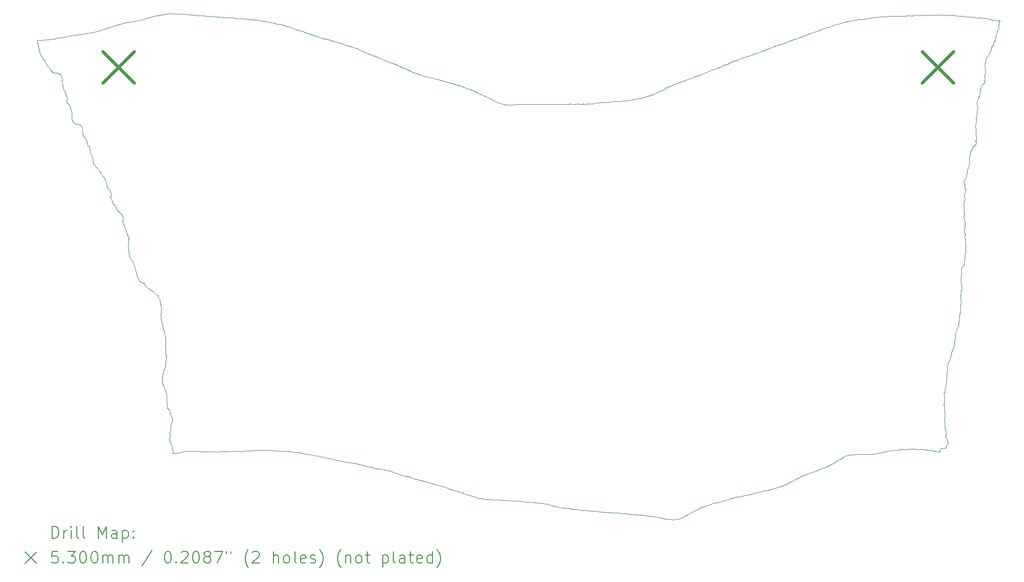
<source format=gbr>
%FSLAX45Y45*%
G04 Gerber Fmt 4.5, Leading zero omitted, Abs format (unit mm)*
G04 Created by KiCad (PCBNEW 6.0.2+dfsg-1) date 2023-12-26 19:09:42*
%MOMM*%
%LPD*%
G01*
G04 APERTURE LIST*
%TA.AperFunction,Profile*%
%ADD10C,0.017638*%
%TD*%
%ADD11C,0.200000*%
%ADD12C,0.530000*%
G04 APERTURE END LIST*
D10*
X21675281Y-5984106D02*
X21717357Y-5968665D01*
X25457616Y-11597646D02*
X25457395Y-11599450D01*
X12151220Y-9827720D02*
X12151220Y-9827720D01*
X13147121Y-5143420D02*
X13147121Y-5143420D01*
X11575314Y-5259016D02*
X11607751Y-5252540D01*
X24719393Y-12455786D02*
X24719393Y-12455786D01*
X25983945Y-6974360D02*
X25982575Y-6977808D01*
X21640822Y-13339974D02*
X21593753Y-13351774D01*
X16022809Y-12798654D02*
X16019761Y-12797778D01*
X25459561Y-12040387D02*
X25459887Y-12042774D01*
X20153398Y-13543463D02*
X20120165Y-13538784D01*
X13173508Y-12491915D02*
X13173508Y-12491915D01*
X25730845Y-9895243D02*
X25732080Y-9932534D01*
X26104987Y-6282695D02*
X26103197Y-6284426D01*
X26140836Y-6212649D02*
X26138968Y-6217080D01*
X21499020Y-13382192D02*
X21462471Y-13395177D01*
X12183766Y-9855173D02*
X12183144Y-9853502D01*
X13188290Y-5142316D02*
X13190240Y-5142199D01*
X10908094Y-5437640D02*
X10908094Y-5437640D01*
X10228305Y-5814166D02*
X10226543Y-5812764D01*
X10651103Y-6594287D02*
X10651103Y-6594287D01*
X13399308Y-5157817D02*
X13403466Y-5157233D01*
X16310067Y-12891341D02*
X16306138Y-12890227D01*
X15398183Y-12665302D02*
X15398183Y-12665302D01*
X25565067Y-5117099D02*
X25566075Y-5116933D01*
X14119154Y-12470182D02*
X14119154Y-12470182D01*
X25488146Y-12413048D02*
X25487650Y-12414211D01*
X11991527Y-5162419D02*
X11992676Y-5162226D01*
X10265905Y-5872249D02*
X10264679Y-5870821D01*
X17210973Y-6294025D02*
X17210973Y-6294025D01*
X12396814Y-12095245D02*
X12396056Y-12091066D01*
X10976088Y-7232290D02*
X10973297Y-7224843D01*
X25680055Y-10388345D02*
X25680055Y-10388345D01*
X26265077Y-5639584D02*
X26263358Y-5641522D01*
X14043809Y-5236035D02*
X14072237Y-5234910D01*
X25516441Y-12346679D02*
X25515777Y-12347308D01*
X12315500Y-10817990D02*
X12314047Y-10813867D01*
X12413027Y-12001180D02*
X12414238Y-11998321D01*
X25364350Y-12491143D02*
X25348535Y-12489759D01*
X25806137Y-9181185D02*
X25803677Y-9209300D01*
X25463559Y-11472836D02*
X25463583Y-11475151D01*
X25481758Y-11382177D02*
X25480236Y-11390809D01*
X25326105Y-5116272D02*
X25326105Y-5116272D01*
X11435318Y-5300807D02*
X11480872Y-5286095D01*
X11621931Y-8672054D02*
X11621408Y-8670663D01*
X20969650Y-6257728D02*
X20969650Y-6257728D01*
X13367100Y-5154928D02*
X13370819Y-5155857D01*
X12512471Y-5091894D02*
X12514436Y-5091840D01*
X18219930Y-6621279D02*
X18219930Y-6621279D01*
X11870447Y-5204716D02*
X11901585Y-5192867D01*
X24072908Y-5185907D02*
X24076430Y-5184028D01*
X12370120Y-11780135D02*
X12368459Y-11777796D01*
X26044645Y-5156200D02*
X26046784Y-5156358D01*
X26380407Y-5252538D02*
X26380669Y-5254428D01*
X14990345Y-12585450D02*
X14988221Y-12584815D01*
X14076982Y-12466492D02*
X14050471Y-12465943D01*
X15100830Y-5540102D02*
X15137092Y-5550640D01*
X25744147Y-9466144D02*
X25744147Y-9466144D01*
X13611965Y-12479211D02*
X13611965Y-12479211D01*
X10654175Y-6533209D02*
X10654169Y-6531961D01*
X11358584Y-8055474D02*
X11353972Y-8052004D01*
X25491371Y-11286344D02*
X25491266Y-11287657D01*
X16414344Y-12904821D02*
X16413626Y-12904370D01*
X19213308Y-13461215D02*
X19213308Y-13461215D01*
X11096207Y-7621224D02*
X11094283Y-7618086D01*
X24216340Y-12531035D02*
X24203015Y-12531408D01*
X11464946Y-8339047D02*
X11463418Y-8335684D01*
X11840314Y-9554474D02*
X11839345Y-9552870D01*
X25798226Y-9252109D02*
X25797882Y-9254553D01*
X25476582Y-12216077D02*
X25475605Y-12217614D01*
X12316143Y-10998634D02*
X12318142Y-10975791D01*
X14737432Y-5428562D02*
X14745805Y-5433128D01*
X10651619Y-6516711D02*
X10650336Y-6511007D01*
X11675964Y-8828820D02*
X11674520Y-8827378D01*
X17545586Y-6414155D02*
X17546830Y-6415150D01*
X15166349Y-12623470D02*
X15114334Y-12610863D01*
X19884550Y-13519941D02*
X19844408Y-13513278D01*
X20943448Y-13633025D02*
X20941164Y-13633470D01*
X11291121Y-7883525D02*
X11289837Y-7881073D01*
X11702432Y-9189511D02*
X11701495Y-9185451D01*
X20923996Y-6277293D02*
X20928333Y-6276760D01*
X14609571Y-5387290D02*
X14642541Y-5394973D01*
X12487238Y-5099812D02*
X12488604Y-5099357D01*
X14761051Y-12540506D02*
X14761051Y-12540506D01*
X15989265Y-5868728D02*
X16049445Y-5889220D01*
X25582736Y-5117529D02*
X25582736Y-5117529D01*
X26380763Y-5259943D02*
X26369263Y-5304974D01*
X14679997Y-5415129D02*
X14685221Y-5415030D01*
X13703515Y-5179119D02*
X13731073Y-5187958D01*
X12017515Y-5165320D02*
X12018374Y-5165277D01*
X25992198Y-7217036D02*
X25991627Y-7219061D01*
X18818610Y-6618909D02*
X18923102Y-6618613D01*
X25735413Y-9787128D02*
X25734982Y-9792908D01*
X11577543Y-8492793D02*
X11574518Y-8487683D01*
X11592234Y-8518322D02*
X11590213Y-8514611D01*
X22579302Y-5648854D02*
X22609145Y-5631563D01*
X11589703Y-8578375D02*
X11589703Y-8578375D01*
X25488848Y-12410458D02*
X25488542Y-12411794D01*
X10589356Y-6357685D02*
X10589267Y-6357016D01*
X23069380Y-5471127D02*
X23124124Y-5452545D01*
X10308982Y-5525918D02*
X10308982Y-5525918D01*
X12362579Y-11771190D02*
X12360435Y-11769089D01*
X25376733Y-12465837D02*
X25377093Y-12467303D01*
X17186668Y-6276230D02*
X17187790Y-6276755D01*
X24087147Y-5179892D02*
X24088201Y-5179667D01*
X25794814Y-8592346D02*
X25795404Y-8594283D01*
X11275560Y-7857882D02*
X11274265Y-7856118D01*
X25578426Y-5117120D02*
X25582736Y-5117529D01*
X25159542Y-5117688D02*
X25163617Y-5117961D01*
X16044935Y-12801563D02*
X16029121Y-12800180D01*
X13335256Y-5158534D02*
X13356920Y-5153772D01*
X25793857Y-8567246D02*
X25793846Y-8569531D01*
X25695779Y-10318282D02*
X25696102Y-10320517D01*
X11908870Y-5191579D02*
X11912473Y-5191229D01*
X25744112Y-9398380D02*
X25743039Y-9402168D01*
X24932586Y-5119337D02*
X24933525Y-5119319D01*
X12236503Y-10207279D02*
X12235721Y-10204380D01*
X26298186Y-5196450D02*
X26300010Y-5196537D01*
X11036422Y-7426297D02*
X11036119Y-7424201D01*
X25823957Y-5137810D02*
X25827071Y-5138662D01*
X21308428Y-13455872D02*
X21274784Y-13476141D01*
X17815210Y-6535604D02*
X17816824Y-6536729D01*
X25793781Y-8571719D02*
X25793572Y-8575880D01*
X17266642Y-13166163D02*
X17266642Y-13166163D01*
X25520318Y-12337077D02*
X25520495Y-12338010D01*
X21810156Y-5936878D02*
X21811535Y-5935627D01*
X11679803Y-9036451D02*
X11680254Y-9034728D01*
X18079120Y-13310568D02*
X18079120Y-13310568D01*
X15030214Y-5517475D02*
X15030214Y-5517475D01*
X25759322Y-9369776D02*
X25756609Y-9373867D01*
X17106065Y-13119393D02*
X17104384Y-13118734D01*
X23636461Y-5276840D02*
X23638871Y-5276180D01*
X25710579Y-10182580D02*
X25710051Y-10184194D01*
X19248297Y-13466047D02*
X19248297Y-13466047D01*
X25748432Y-9705554D02*
X25748432Y-9705554D01*
X25463159Y-11937184D02*
X25462594Y-11939171D01*
X14191674Y-5267003D02*
X14193281Y-5266863D01*
X24823450Y-12450331D02*
X24818040Y-12451075D01*
X25793158Y-8190339D02*
X25793615Y-8194442D01*
X25981148Y-7304607D02*
X25979777Y-7306313D01*
X25806931Y-8807683D02*
X25807246Y-8808563D01*
X12256683Y-11314535D02*
X12256735Y-11313227D01*
X10651658Y-6595653D02*
X10651351Y-6594970D01*
X25843087Y-7730733D02*
X25843087Y-7730733D01*
X13060715Y-12485889D02*
X13060715Y-12485889D01*
X16181424Y-12840329D02*
X16181424Y-12840329D01*
X20900275Y-6281635D02*
X20902717Y-6280786D01*
X10967390Y-5427759D02*
X10967390Y-5427759D01*
X14855316Y-5472498D02*
X14912369Y-5488254D01*
X11672990Y-8825930D02*
X11669788Y-8822984D01*
X25667399Y-10411142D02*
X25667151Y-10412003D01*
X10650475Y-6558701D02*
X10652279Y-6548672D01*
X15445559Y-5647514D02*
X15445559Y-5647514D01*
X21768888Y-5946330D02*
X21770813Y-5945722D01*
X21388154Y-13418545D02*
X21385108Y-13418826D01*
X15014333Y-5516370D02*
X15016744Y-5516263D01*
X14208549Y-5264683D02*
X14209985Y-5264557D01*
X25506256Y-11051290D02*
X25506256Y-11051290D01*
X12020066Y-5165036D02*
X12020899Y-5164830D01*
X19074969Y-6623277D02*
X19077509Y-6623551D01*
X26143487Y-6194981D02*
X26143914Y-6196966D01*
X12101799Y-9782168D02*
X12099814Y-9781158D01*
X25884997Y-7488283D02*
X25876365Y-7528252D01*
X25792287Y-8170716D02*
X25792287Y-8170716D01*
X25988216Y-7293691D02*
X25988216Y-7293691D01*
X26153267Y-5884993D02*
X26152136Y-5895073D01*
X25990395Y-7260605D02*
X25991081Y-7261968D01*
X12309682Y-10671158D02*
X12309991Y-10665569D01*
X21746104Y-13310425D02*
X21640822Y-13339974D01*
X10324127Y-5976402D02*
X10320181Y-5972366D01*
X26251269Y-5653800D02*
X26250284Y-5655125D01*
X16515618Y-12946715D02*
X16439681Y-12924188D01*
X11378024Y-8071064D02*
X11377737Y-8070575D01*
X26380837Y-5259047D02*
X26380763Y-5259943D01*
X10459784Y-6089174D02*
X10431515Y-6088472D01*
X14040402Y-5234776D02*
X14041603Y-5235298D01*
X18257204Y-13319137D02*
X18257204Y-13319137D01*
X25484108Y-12205283D02*
X25483600Y-12206228D01*
X25441419Y-5113718D02*
X25482237Y-5112650D01*
X26225588Y-5747455D02*
X26225588Y-5747455D01*
X12330466Y-11543428D02*
X12330573Y-11539894D01*
X12324347Y-10908402D02*
X12324740Y-10906306D01*
X25736917Y-9773758D02*
X25736426Y-9776978D01*
X10341343Y-5993152D02*
X10339130Y-5990866D01*
X26030671Y-5157182D02*
X26031839Y-5156901D01*
X11678522Y-8865905D02*
X11678522Y-8865905D01*
X11594709Y-8523478D02*
X11593985Y-8521845D01*
X14676013Y-5414998D02*
X14677347Y-5415085D01*
X16897395Y-6194862D02*
X16926602Y-6205067D01*
X26380872Y-5227215D02*
X26379976Y-5228423D01*
X16830551Y-13030396D02*
X16830551Y-13030396D01*
X26374989Y-5334394D02*
X26375035Y-5335343D01*
X26117110Y-6274377D02*
X26113626Y-6276524D01*
X10652279Y-6548672D02*
X10652354Y-6547374D01*
X21423594Y-6088243D02*
X21423594Y-6088243D01*
X10531897Y-5496527D02*
X10540377Y-5496409D01*
X15674483Y-12725082D02*
X15674483Y-12725082D01*
X11688708Y-9005516D02*
X11688806Y-9003408D01*
X11488300Y-8392481D02*
X11484966Y-8387415D01*
X11091019Y-7612249D02*
X11091019Y-7612249D01*
X25305019Y-5114427D02*
X25307353Y-5114702D01*
X25413300Y-12430602D02*
X25410205Y-12431329D01*
X24355357Y-12508343D02*
X24355357Y-12508343D01*
X12292199Y-5099610D02*
X12316847Y-5096374D01*
X16830551Y-13030396D02*
X16755892Y-13013506D01*
X16334300Y-12894163D02*
X16334300Y-12894163D01*
X26369139Y-5312324D02*
X26369510Y-5314651D01*
X25477989Y-12108585D02*
X25478350Y-12109441D01*
X25738238Y-9549874D02*
X25737686Y-9556156D01*
X11129268Y-7653700D02*
X11128541Y-7652755D01*
X21955782Y-5874433D02*
X21955782Y-5874433D01*
X25852688Y-5148672D02*
X25853544Y-5148720D01*
X24912803Y-12441670D02*
X24909433Y-12441742D01*
X18100354Y-13310725D02*
X18100354Y-13310725D01*
X26014406Y-5164522D02*
X26015380Y-5164238D01*
X19326687Y-6620243D02*
X19329633Y-6619768D01*
X25575622Y-10828948D02*
X25575622Y-10828948D01*
X10540377Y-5496409D02*
X10544614Y-5496350D01*
X26342683Y-5415886D02*
X26342080Y-5419571D01*
X25791717Y-8258339D02*
X25789203Y-8261201D01*
X18686973Y-13361818D02*
X18653740Y-13360593D01*
X19844408Y-13513278D02*
X19844408Y-13513278D01*
X26368978Y-5307489D02*
X26368934Y-5308721D01*
X10654557Y-6599728D02*
X10653410Y-6598377D01*
X26134543Y-6229718D02*
X26133900Y-6232574D01*
X12384380Y-12282996D02*
X12384380Y-12282996D01*
X23716142Y-12610324D02*
X23714258Y-12610751D01*
X10549568Y-6134945D02*
X10548366Y-6132248D01*
X25709326Y-10187425D02*
X25709225Y-10188233D01*
X14186310Y-5266793D02*
X14186310Y-5266793D01*
X13958844Y-5215499D02*
X13990705Y-5215630D01*
X23768465Y-12567444D02*
X23766662Y-12568630D01*
X11694511Y-8892836D02*
X11694511Y-8892836D01*
X25666402Y-10417170D02*
X25666363Y-10418898D01*
X10589919Y-6342953D02*
X10590230Y-6339844D01*
X25803780Y-8030656D02*
X25804593Y-8032135D01*
X24922942Y-5121630D02*
X24924265Y-5121091D01*
X25896537Y-7430862D02*
X25884997Y-7488283D01*
X12459479Y-12517482D02*
X12434221Y-12522850D01*
X20661763Y-13602615D02*
X20657831Y-13601536D01*
X21890046Y-5897225D02*
X21890046Y-5897225D01*
X25735246Y-9828344D02*
X25735246Y-9828344D01*
X10890067Y-6991245D02*
X10888153Y-6987284D01*
X11589755Y-8586732D02*
X11589563Y-8584035D01*
X10911685Y-7054761D02*
X10911902Y-7053227D01*
X23899251Y-12540645D02*
X23883521Y-12538295D01*
X25794149Y-8198081D02*
X25794442Y-8199657D01*
X25802553Y-8027781D02*
X25802803Y-8028488D01*
X15283005Y-12646071D02*
X15283005Y-12646071D01*
X25784719Y-8268220D02*
X25784404Y-8269092D01*
X21955782Y-5874433D02*
X22038211Y-5842992D01*
X19399108Y-13482783D02*
X19372596Y-13482234D01*
X25376452Y-12463517D02*
X25376452Y-12463517D01*
X25498153Y-11204625D02*
X25498153Y-11204625D01*
X25814965Y-9053523D02*
X25814052Y-9057062D01*
X23996733Y-5193000D02*
X23996733Y-5193000D01*
X12394147Y-11827875D02*
X12393127Y-11826029D01*
X14666525Y-5412351D02*
X14667415Y-5412763D01*
X12409381Y-12011785D02*
X12410146Y-12009224D01*
X12095748Y-9779501D02*
X12093664Y-9778792D01*
X23883521Y-12538295D02*
X23883521Y-12538295D01*
X12315421Y-11030132D02*
X12315660Y-11028050D01*
X10544439Y-6125601D02*
X10544439Y-6125601D01*
X25612454Y-5121900D02*
X25649509Y-5123371D01*
X12360435Y-11769089D02*
X12356081Y-11764974D01*
X26014975Y-6710515D02*
X26013741Y-6713954D01*
X14434473Y-5324359D02*
X14434473Y-5324359D01*
X23779087Y-5231858D02*
X23779087Y-5231858D01*
X11805010Y-9422324D02*
X11805010Y-9422324D01*
X12434099Y-11948528D02*
X12433972Y-11947872D01*
X20867002Y-13637651D02*
X20863714Y-13637040D01*
X10575219Y-6306069D02*
X10574573Y-6305049D01*
X10336897Y-5530662D02*
X10336897Y-5530662D01*
X25806137Y-9181185D02*
X25806137Y-9181185D01*
X13471795Y-12482528D02*
X13411559Y-12482925D01*
X25489216Y-12407563D02*
X25489070Y-12409045D01*
X11384508Y-8106490D02*
X11383018Y-8099929D01*
X10173004Y-5665693D02*
X10167197Y-5633314D01*
X16409201Y-12902868D02*
X16408394Y-12902828D01*
X11484966Y-8387415D02*
X11481971Y-8382689D01*
X11457766Y-8325711D02*
X11455447Y-8322442D01*
X12397760Y-11836198D02*
X12397294Y-11834700D01*
X21462471Y-13395177D02*
X21462471Y-13395177D01*
X17833054Y-6550187D02*
X17834742Y-6551317D01*
X10530184Y-6115550D02*
X10523434Y-6111818D01*
X25481313Y-12209755D02*
X25480089Y-12211399D01*
X26056051Y-6442643D02*
X26056051Y-6442643D01*
X10297118Y-5925788D02*
X10293726Y-5917789D01*
X20665866Y-13603787D02*
X20661763Y-13602615D01*
X14356846Y-5300906D02*
X14387868Y-5310614D01*
X25666390Y-10420629D02*
X25666553Y-10424108D01*
X10589586Y-6325400D02*
X10589586Y-6325400D01*
X12357760Y-5092055D02*
X12371147Y-5091311D01*
X26054959Y-6448916D02*
X26053947Y-6452692D01*
X24961305Y-12443132D02*
X24961305Y-12443132D01*
X25821871Y-9092897D02*
X25822131Y-9093822D01*
X26103197Y-6284426D02*
X26101260Y-6286407D01*
X11592316Y-8548503D02*
X11592316Y-8548503D01*
X11075926Y-7516395D02*
X11073811Y-7507989D01*
X25457729Y-11490724D02*
X25455511Y-11493683D01*
X11870447Y-5204716D02*
X11870447Y-5204716D01*
X10263510Y-5869514D02*
X10262415Y-5868349D01*
X10730486Y-6820693D02*
X10730705Y-6817586D01*
X10476438Y-6090750D02*
X10474296Y-6090440D01*
X10741160Y-6905987D02*
X10740003Y-6904479D01*
X25805956Y-8623285D02*
X25806315Y-8625213D01*
X11089195Y-7608320D02*
X11088560Y-7606563D01*
X14978050Y-5506572D02*
X14978050Y-5506572D01*
X22116868Y-13221434D02*
X22088152Y-13225845D01*
X23259576Y-5401963D02*
X23338008Y-5375732D01*
X17543133Y-6412003D02*
X17544356Y-6413102D01*
X25789382Y-7956647D02*
X25791749Y-7961735D01*
X26058510Y-6414528D02*
X26056051Y-6442643D01*
X22361146Y-13161179D02*
X22357592Y-13163093D01*
X25794409Y-9324545D02*
X25794093Y-9325323D01*
X25800154Y-8217097D02*
X25800537Y-8218486D01*
X25105716Y-5118610D02*
X25109390Y-5117366D01*
X24920346Y-12441762D02*
X24916416Y-12441675D01*
X11619152Y-8665923D02*
X11618552Y-8664915D01*
X11087084Y-7570308D02*
X11086586Y-7566412D01*
X19668909Y-6589623D02*
X19676524Y-6588832D01*
X10996089Y-5423542D02*
X10996089Y-5423542D01*
X19107182Y-6619367D02*
X19107182Y-6619367D01*
X10571443Y-6297901D02*
X10571078Y-6296499D01*
X21807310Y-5939225D02*
X21808750Y-5938082D01*
X10908094Y-5437640D02*
X10967390Y-5427759D01*
X25798524Y-9249574D02*
X25798524Y-9249574D01*
X12241497Y-10131579D02*
X12242498Y-10060842D01*
X19086037Y-6623609D02*
X19087887Y-6623411D01*
X16316727Y-12892626D02*
X16313617Y-12892154D01*
X12397589Y-12101356D02*
X12397400Y-12099351D01*
X17608283Y-13276241D02*
X17604232Y-13275555D01*
X24934794Y-12442583D02*
X24934794Y-12442583D01*
X10160769Y-5596005D02*
X10159416Y-5593463D01*
X11324517Y-7997891D02*
X11324273Y-7995717D01*
X18232230Y-6622355D02*
X18288959Y-6621563D01*
X11029079Y-7360713D02*
X11028416Y-7355361D01*
X26253717Y-5651088D02*
X26252421Y-5652459D01*
X25491426Y-11285059D02*
X25491371Y-11286344D01*
X21014692Y-13612153D02*
X21010773Y-13613656D01*
X24391041Y-12505250D02*
X24391041Y-12505250D01*
X25665543Y-10437480D02*
X25665230Y-10438396D01*
X16301890Y-12888852D02*
X16292682Y-12885481D01*
X14239414Y-5266959D02*
X14239414Y-5266959D01*
X23425255Y-12757173D02*
X23425255Y-12757173D01*
X12282034Y-11114282D02*
X12293687Y-11081659D01*
X22352210Y-13165996D02*
X22350379Y-13166914D01*
X25746864Y-9668234D02*
X25748432Y-9705554D01*
X10651103Y-6594287D02*
X10650929Y-6593674D01*
X23034479Y-5485515D02*
X23034479Y-5485515D01*
X25827071Y-5138662D02*
X25829959Y-5139606D01*
X19310666Y-6620950D02*
X19310666Y-6620950D01*
X12344031Y-5093240D02*
X12357760Y-5092055D01*
X25736721Y-9578596D02*
X25736672Y-9586408D01*
X21366911Y-6108746D02*
X21423594Y-6088243D01*
X25560820Y-10892412D02*
X25559574Y-10898759D01*
X12344357Y-11751466D02*
X12343792Y-11750362D01*
X13378579Y-5157736D02*
X13380566Y-5158113D01*
X16220084Y-5962633D02*
X16220084Y-5962633D01*
X26378642Y-5230530D02*
X26378250Y-5231394D01*
X25602868Y-10748574D02*
X25601011Y-10751965D01*
X19353699Y-6616299D02*
X19357089Y-6616293D01*
X10409390Y-6081406D02*
X10406828Y-6080153D01*
X22579302Y-5648854D02*
X22579302Y-5648854D01*
X20874115Y-13638405D02*
X20872240Y-13638294D01*
X26142207Y-6190833D02*
X26142908Y-6192932D01*
X11162609Y-7697295D02*
X11160846Y-7695829D01*
X11147014Y-7687877D02*
X11143268Y-7685943D01*
X11104961Y-7632895D02*
X11103824Y-7631644D01*
X25946711Y-7330944D02*
X25946711Y-7330944D01*
X23770036Y-12566485D02*
X23768465Y-12567444D01*
X26197192Y-5795581D02*
X26193028Y-5801266D01*
X12054440Y-5145738D02*
X12054440Y-5145738D01*
X18722672Y-13370177D02*
X18720528Y-13370055D01*
X22672636Y-13082159D02*
X22565364Y-13114224D01*
X10371368Y-6031912D02*
X10367296Y-6025891D01*
X13958844Y-5215499D02*
X13958844Y-5215499D01*
X23671458Y-12628768D02*
X23653757Y-12639905D01*
X12230788Y-10186275D02*
X12230571Y-10184761D01*
X11390159Y-8199798D02*
X11389075Y-8196985D01*
X25456372Y-11569569D02*
X25456656Y-11573777D01*
X12410998Y-12006614D02*
X12411953Y-12003939D01*
X25788978Y-8365864D02*
X25788740Y-8368716D01*
X23157785Y-12859576D02*
X23093467Y-12886387D01*
X22469119Y-13141676D02*
X22402578Y-13153419D01*
X12593622Y-5094853D02*
X12618222Y-5097005D01*
X24082081Y-5181465D02*
X24084068Y-5180756D01*
X11327797Y-8027036D02*
X11327797Y-8027036D01*
X24030361Y-5185765D02*
X24031481Y-5185757D01*
X19442346Y-6613472D02*
X19502858Y-6609931D01*
X26338171Y-5436202D02*
X26335631Y-5445140D01*
X21791280Y-13300018D02*
X21746104Y-13310425D01*
X24049954Y-5190204D02*
X24051818Y-5190746D01*
X16407554Y-12902836D02*
X16406684Y-12902889D01*
X13335242Y-12484977D02*
X13335242Y-12484977D01*
X17266642Y-13166163D02*
X17230530Y-13153921D01*
X24744211Y-5129158D02*
X24744211Y-5129158D01*
X16029121Y-12800180D02*
X16025919Y-12799459D01*
X11852062Y-9571631D02*
X11843592Y-9559501D01*
X25096134Y-5120798D02*
X25097240Y-5120701D01*
X11691850Y-8886985D02*
X11690754Y-8885457D01*
X11698047Y-5232375D02*
X11748037Y-5227666D01*
X19059295Y-6620277D02*
X19074969Y-6623277D01*
X24966323Y-5119399D02*
X24975253Y-5117531D01*
X25799431Y-8245708D02*
X25799229Y-8246638D01*
X26046784Y-5156358D02*
X26102707Y-5164792D01*
X21791280Y-13300018D02*
X21791280Y-13300018D01*
X17616362Y-13277235D02*
X17612327Y-13276805D01*
X12027510Y-5161494D02*
X12029351Y-5160260D01*
X12366626Y-11775533D02*
X12364654Y-11773335D01*
X26159805Y-5849708D02*
X26159805Y-5849708D01*
X25822498Y-9095704D02*
X25822598Y-9096664D01*
X25696547Y-10327501D02*
X25696506Y-10328700D01*
X11372311Y-8065010D02*
X11371176Y-8064147D01*
X12394546Y-12082742D02*
X12394265Y-12080716D01*
X25882437Y-5142449D02*
X25883920Y-5142396D01*
X18777665Y-13381049D02*
X18752172Y-13368851D01*
X11885093Y-9613706D02*
X11881243Y-9610459D01*
X24064903Y-5190098D02*
X24066417Y-5189394D01*
X16540962Y-6099794D02*
X16540962Y-6099794D01*
X12235245Y-10008710D02*
X12232235Y-10004620D01*
X26024956Y-5159404D02*
X26025790Y-5158987D01*
X17915082Y-13303369D02*
X17915082Y-13303369D01*
X23837168Y-12547109D02*
X23833445Y-12548266D01*
X25696357Y-10322801D02*
X25696515Y-10325130D01*
X21423594Y-6088243D02*
X21544717Y-6039542D01*
X26017753Y-6702771D02*
X26014975Y-6710515D01*
X10417390Y-5521344D02*
X10448292Y-5512184D01*
X13640065Y-5175781D02*
X13662755Y-5179537D01*
X25471377Y-12425059D02*
X25468345Y-12425987D01*
X11678349Y-8864921D02*
X11678232Y-8863929D01*
X23703709Y-12612830D02*
X23701388Y-12613410D01*
X12635886Y-12484506D02*
X12588784Y-12496675D01*
X25461403Y-12048367D02*
X25464019Y-12054788D01*
X20912414Y-6278603D02*
X20914795Y-6278273D01*
X18219930Y-6621279D02*
X18232230Y-6622355D01*
X25449449Y-11503885D02*
X25456573Y-11530324D01*
X13685068Y-12473406D02*
X13611965Y-12479211D01*
X25788656Y-8336264D02*
X25789030Y-8345780D01*
X25629188Y-10617617D02*
X25625959Y-10654519D01*
X25832644Y-5140614D02*
X25835144Y-5141663D01*
X12339359Y-11678815D02*
X12334830Y-11623529D01*
X23708147Y-12611910D02*
X23705963Y-12612339D01*
X25003618Y-12445222D02*
X24985906Y-12445284D01*
X22927173Y-12965681D02*
X22927173Y-12965681D01*
X20060217Y-6560616D02*
X20063035Y-6560439D01*
X21798171Y-5943617D02*
X21799711Y-5943293D01*
X13731073Y-5187958D02*
X13761389Y-5185493D01*
X15698295Y-5754014D02*
X15698295Y-5754014D01*
X12482502Y-5100670D02*
X12483338Y-5100627D01*
X25384023Y-12491163D02*
X25382529Y-12491388D01*
X12220648Y-9950325D02*
X12220861Y-9944346D01*
X11659291Y-8809262D02*
X11654018Y-8782312D01*
X13777472Y-12469627D02*
X13777472Y-12469627D01*
X19662137Y-6590578D02*
X19662137Y-6590578D01*
X12222935Y-9986534D02*
X12222459Y-9983709D01*
X11977495Y-9690419D02*
X11975526Y-9687452D01*
X12220487Y-9927889D02*
X12220487Y-9927889D01*
X26011643Y-6720723D02*
X26010495Y-6725394D01*
X26144210Y-6199798D02*
X26144201Y-6200697D01*
X10645903Y-6494362D02*
X10645448Y-6493185D01*
X25471258Y-12097500D02*
X25473145Y-12100253D01*
X25649509Y-5123371D02*
X25695195Y-5127368D01*
X11892949Y-9619602D02*
X11891016Y-9618251D01*
X19780977Y-13509711D02*
X19780977Y-13509711D01*
X18653740Y-13360593D02*
X18653740Y-13360593D01*
X12428794Y-11937216D02*
X12424697Y-11930807D01*
X17831447Y-6549016D02*
X17833054Y-6550187D01*
X25944013Y-7335614D02*
X25943377Y-7337010D01*
X25794226Y-8255473D02*
X25791717Y-8258339D01*
X11326851Y-8024201D02*
X11326487Y-8022359D01*
X25811474Y-9069346D02*
X25811552Y-9070345D01*
X12312399Y-10707323D02*
X12311756Y-10705195D01*
X13386584Y-5158757D02*
X13386584Y-5158757D01*
X25457617Y-11956933D02*
X25457457Y-11958815D01*
X25807983Y-8906900D02*
X25807983Y-8906900D01*
X25815739Y-8051756D02*
X25815842Y-8053386D01*
X10167197Y-5633314D02*
X10167197Y-5633314D01*
X24078263Y-5183120D02*
X24080147Y-5182260D01*
X25614867Y-10726510D02*
X25613409Y-10729777D01*
X25711156Y-10277496D02*
X25710741Y-10278499D01*
X25455158Y-11768375D02*
X25455444Y-11773325D01*
X12029351Y-5160260D02*
X12031267Y-5158921D01*
X16755892Y-13013506D02*
X16716264Y-13000973D01*
X11393009Y-8161023D02*
X11393326Y-8159239D01*
X19069676Y-13443390D02*
X19019030Y-13435365D01*
X22491651Y-5679271D02*
X22491651Y-5679271D01*
X14190154Y-5267077D02*
X14191674Y-5267003D01*
X24229655Y-12530400D02*
X24216340Y-12531035D01*
X11992676Y-5162226D02*
X11993811Y-5162091D01*
X25520495Y-12338010D02*
X25520495Y-12338010D01*
X12331823Y-11573689D02*
X12330440Y-11547008D01*
X11392826Y-8143530D02*
X11392266Y-8139819D01*
X26102707Y-5164792D02*
X26102707Y-5164792D01*
X11679013Y-8832457D02*
X11678482Y-8831722D01*
X23215691Y-5417848D02*
X23259576Y-5401963D01*
X17187790Y-6276755D02*
X17188869Y-6277309D01*
X25616182Y-10723093D02*
X25614867Y-10726510D01*
X24987972Y-5115621D02*
X25028387Y-5119157D01*
X10143291Y-5561246D02*
X10143284Y-5559283D01*
X11415216Y-8281580D02*
X11415216Y-8281580D01*
X26155071Y-5871747D02*
X26154099Y-5878548D01*
X15672736Y-5742570D02*
X15672736Y-5742570D01*
X25784427Y-8442705D02*
X25784642Y-8444713D01*
X11216752Y-7771800D02*
X11215042Y-7769680D01*
X25457159Y-11723374D02*
X25457159Y-11723374D01*
X25805927Y-9164896D02*
X25805750Y-9166986D01*
X10589150Y-6355692D02*
X10589117Y-6355036D01*
X10544614Y-5496350D02*
X10548844Y-5496228D01*
X14958534Y-5502216D02*
X14959630Y-5502299D01*
X12433591Y-11946501D02*
X12433057Y-11945062D01*
X14177817Y-5262182D02*
X14179136Y-5263203D01*
X14022224Y-5224550D02*
X14023515Y-5225141D01*
X20928333Y-6276760D02*
X20930417Y-6276421D01*
X24563554Y-5129766D02*
X24563554Y-5129766D01*
X11294530Y-7892180D02*
X11293461Y-7889108D01*
X12398224Y-11838210D02*
X12397760Y-11836198D01*
X19583765Y-13497167D02*
X19583765Y-13497167D01*
X25559795Y-5118607D02*
X25561140Y-5118150D01*
X17529174Y-6401064D02*
X17529174Y-6401064D01*
X21355719Y-13423799D02*
X21354388Y-13425204D01*
X10625704Y-6424174D02*
X10625704Y-6424174D01*
X23638871Y-5276180D02*
X23690332Y-5254654D01*
X26343091Y-5412463D02*
X26342683Y-5415886D01*
X25937592Y-7351745D02*
X25937047Y-7352957D01*
X25983297Y-5153442D02*
X25984181Y-5153619D01*
X24941564Y-5119865D02*
X24941564Y-5119865D01*
X25811881Y-9072297D02*
X25812124Y-9073253D01*
X12198367Y-5119713D02*
X12198367Y-5119713D01*
X25787002Y-7951048D02*
X25787562Y-7952475D01*
X12010460Y-9716357D02*
X12010460Y-9716357D01*
X11687588Y-9013660D02*
X11687998Y-9011677D01*
X25804863Y-8832260D02*
X25805531Y-8867731D01*
X13411559Y-12482925D02*
X13335242Y-12484977D01*
X26148907Y-5913456D02*
X26148054Y-5917359D01*
X26008903Y-6627975D02*
X26008903Y-6627975D01*
X11088011Y-7587523D02*
X11087982Y-7585424D01*
X13997889Y-5217164D02*
X14002519Y-5218337D01*
X25507635Y-11036947D02*
X25506870Y-11044054D01*
X11251005Y-7833478D02*
X11249559Y-7831936D01*
X10234025Y-5822096D02*
X10233269Y-5820297D01*
X11826212Y-9484380D02*
X11826212Y-9484380D01*
X10590563Y-6335046D02*
X10590607Y-6333473D01*
X23861780Y-12539255D02*
X23858793Y-12539954D01*
X12390958Y-12312874D02*
X12389704Y-12310678D01*
X25665230Y-10438396D02*
X25653035Y-10458577D01*
X11691087Y-8951994D02*
X11688728Y-8921687D01*
X11903418Y-5192438D02*
X11905242Y-5192090D01*
X17319748Y-13177217D02*
X17318943Y-13177082D01*
X13011818Y-5131582D02*
X13147121Y-5143420D01*
X20639060Y-13598347D02*
X20551801Y-13583807D01*
X24883433Y-5124309D02*
X24885316Y-5124740D01*
X24046115Y-5188954D02*
X24049954Y-5190204D01*
X25617333Y-10719483D02*
X25616182Y-10723093D01*
X12315940Y-11007028D02*
X12315965Y-11002621D01*
X25380304Y-12476536D02*
X25383401Y-12484467D01*
X12978444Y-5128521D02*
X12978444Y-5128521D01*
X25795421Y-9268201D02*
X25794684Y-9272743D01*
X17825551Y-6544082D02*
X17828419Y-6546585D01*
X26373471Y-5327541D02*
X26374073Y-5329540D01*
X21772848Y-5945248D02*
X21774974Y-5944889D01*
X11690754Y-8885457D02*
X11689549Y-8883897D01*
X25806154Y-8805953D02*
X25806566Y-8806813D01*
X26017618Y-6564995D02*
X26017618Y-6564995D01*
X26247245Y-5682065D02*
X26246706Y-5686028D01*
X10404583Y-5520267D02*
X10407022Y-5520769D01*
X11435318Y-5300807D02*
X11435318Y-5300807D01*
X12386057Y-12166282D02*
X12386057Y-12166282D01*
X14152491Y-5249452D02*
X14154231Y-5249775D01*
X25793770Y-9285279D02*
X25793824Y-9288116D01*
X19839411Y-13513941D02*
X19837572Y-13514346D01*
X25950137Y-7327449D02*
X25948908Y-7328520D01*
X21593753Y-13351774D02*
X21593753Y-13351774D01*
X25983506Y-7246721D02*
X25983923Y-7247981D01*
X12264718Y-10347069D02*
X12264604Y-10345866D01*
X13569890Y-12479540D02*
X13567786Y-12479953D01*
X20131002Y-6554116D02*
X20131002Y-6554116D01*
X11328791Y-8028704D02*
X11327797Y-8027036D01*
X11595368Y-8536495D02*
X11595642Y-8535060D01*
X25985066Y-7250656D02*
X25985756Y-7252051D01*
X11087534Y-7596048D02*
X11087773Y-7592942D01*
X12263837Y-10361944D02*
X12264045Y-10359619D01*
X22370773Y-5725179D02*
X22370773Y-5725179D01*
X26342080Y-5419571D02*
X26341305Y-5423482D01*
X26035849Y-5156282D02*
X26037378Y-5156161D01*
X11024450Y-7336592D02*
X11023923Y-7335717D01*
X13553810Y-5170006D02*
X13553810Y-5170006D01*
X10374924Y-6037484D02*
X10374924Y-6037484D01*
X26031851Y-6509580D02*
X26031851Y-6509580D01*
X23751000Y-12580494D02*
X23746766Y-12584030D01*
X14574698Y-12505026D02*
X14539735Y-12499895D01*
X13547987Y-12481900D02*
X13487609Y-12483912D01*
X17816373Y-13298275D02*
X17816373Y-13298275D01*
X25996005Y-7194109D02*
X25995579Y-7198305D01*
X26144134Y-6201642D02*
X26144019Y-6202594D01*
X26374892Y-5333438D02*
X26374989Y-5334394D01*
X25377781Y-12458795D02*
X25377246Y-12460029D01*
X10605125Y-6391757D02*
X10601957Y-6385961D01*
X25787562Y-7952475D02*
X25788153Y-7953887D01*
X10588147Y-5492230D02*
X10588147Y-5492230D01*
X13086973Y-12489337D02*
X13086973Y-12489337D01*
X24792375Y-12451370D02*
X24750000Y-12450000D01*
X11087539Y-7601854D02*
X11087430Y-7600397D01*
X20886859Y-13637534D02*
X20884373Y-13637932D01*
X26394311Y-5211551D02*
X26393518Y-5212551D01*
X11376288Y-8068654D02*
X11375407Y-8067716D01*
X25610152Y-10736027D02*
X25602868Y-10748574D01*
X12438258Y-12499878D02*
X12438507Y-12497768D01*
X11678482Y-8831722D02*
X11677294Y-8830265D01*
X26133900Y-6232574D02*
X26133394Y-6235557D01*
X26306842Y-5548757D02*
X26305060Y-5550396D01*
X25815069Y-8049073D02*
X25815329Y-8049828D01*
X25485700Y-11346957D02*
X25484960Y-11355922D01*
X12437957Y-12502004D02*
X12438258Y-12499878D01*
X25998637Y-6886759D02*
X25998570Y-6887930D01*
X25485807Y-12249985D02*
X25493759Y-12275470D01*
X13852344Y-5201123D02*
X13855024Y-5201560D01*
X13384572Y-5158640D02*
X13386584Y-5158757D01*
X25459364Y-12030683D02*
X25459282Y-12034412D01*
X26298703Y-5557825D02*
X26297808Y-5559229D01*
X25126924Y-5115037D02*
X25128889Y-5115100D01*
X13860862Y-5202110D02*
X13860862Y-5202110D01*
X26007276Y-6622276D02*
X26008903Y-6627975D01*
X17196218Y-6282462D02*
X17197785Y-6283857D01*
X11467615Y-8345799D02*
X11466337Y-8342421D01*
X11133139Y-7673653D02*
X11132806Y-7671765D01*
X18020337Y-6623048D02*
X18033839Y-6625394D01*
X21529948Y-13372733D02*
X21529948Y-13372733D01*
X13169950Y-5145181D02*
X13171634Y-5145027D01*
X14015327Y-12462869D02*
X14015327Y-12462869D01*
X22405566Y-5712021D02*
X22405566Y-5712021D01*
X11087973Y-7589461D02*
X11088011Y-7587523D01*
X17604232Y-13275555D02*
X17600177Y-13274759D01*
X23609560Y-5279044D02*
X23612048Y-5278824D01*
X11575314Y-5259016D02*
X11575314Y-5259016D01*
X17106065Y-13119393D02*
X17106065Y-13119393D01*
X23029068Y-12914129D02*
X22995757Y-12930586D01*
X25791569Y-8785061D02*
X25791569Y-8785061D01*
X26178533Y-5818649D02*
X26176557Y-5820982D01*
X19821502Y-13518250D02*
X19819506Y-13518548D01*
X12505412Y-5092855D02*
X12507069Y-5092486D01*
X22636261Y-5625206D02*
X22636261Y-5625206D01*
X19837572Y-13514346D02*
X19833708Y-13515320D01*
X11688525Y-8984209D02*
X11688552Y-8982143D01*
X25822469Y-9099504D02*
X25822270Y-9100666D01*
X25461590Y-11484502D02*
X25460759Y-11486087D01*
X16805389Y-6173852D02*
X16843409Y-6184526D01*
X25712787Y-10268204D02*
X25712740Y-10269418D01*
X11245969Y-7827357D02*
X11245969Y-7827357D01*
X12588784Y-12496675D02*
X12588784Y-12496675D01*
X11195158Y-7748775D02*
X11165747Y-7700608D01*
X12260705Y-11289388D02*
X12262021Y-11285722D01*
X25125071Y-5115021D02*
X25126924Y-5115037D01*
X25554298Y-5120663D02*
X25559795Y-5118607D01*
X25393000Y-12440026D02*
X25390416Y-12442380D01*
X16145235Y-12828965D02*
X16145235Y-12828965D01*
X18102124Y-6632078D02*
X18102124Y-6632078D01*
X12316143Y-10998634D02*
X12316143Y-10998634D01*
X14439883Y-12487618D02*
X14406347Y-12486402D01*
X11200021Y-7754628D02*
X11198392Y-7752828D01*
X24872589Y-12445251D02*
X24872589Y-12445251D01*
X10259043Y-5865217D02*
X10256361Y-5862957D01*
X23614525Y-5278675D02*
X23619451Y-5278496D01*
X25488140Y-12373234D02*
X25487840Y-12374506D01*
X12070585Y-9768778D02*
X12069308Y-9767829D01*
X12356081Y-11764974D02*
X12351869Y-11760903D01*
X10563010Y-6229232D02*
X10563010Y-6229232D01*
X26348614Y-5381525D02*
X26347558Y-5383848D01*
X12220706Y-9928595D02*
X12220487Y-9927889D01*
X10474296Y-6090440D02*
X10471971Y-6090172D01*
X12263011Y-11268613D02*
X12261823Y-11266206D01*
X25548827Y-10939923D02*
X25517800Y-10995640D01*
X14970709Y-5503340D02*
X14971703Y-5503618D01*
X17882161Y-6575987D02*
X17939121Y-6592798D01*
X16511916Y-6087745D02*
X16540962Y-6099794D01*
X14966627Y-5502658D02*
X14967679Y-5502773D01*
X19835169Y-6575934D02*
X19835169Y-6575934D01*
X25814895Y-9079645D02*
X25815906Y-9081407D01*
X23638871Y-5276180D02*
X23638871Y-5276180D01*
X25665230Y-10438396D02*
X25665230Y-10438396D01*
X26147305Y-6071713D02*
X26143769Y-6112128D01*
X10568044Y-6197801D02*
X10568044Y-6197801D01*
X10533338Y-6117400D02*
X10530184Y-6115550D01*
X15641812Y-12713990D02*
X15641812Y-12713990D01*
X25985072Y-5153847D02*
X25986874Y-5154442D01*
X25462287Y-11482903D02*
X25461590Y-11484502D01*
X25466696Y-12088957D02*
X25466696Y-12088957D01*
X16406684Y-12902889D02*
X16404863Y-12903114D01*
X17049391Y-6238509D02*
X17151456Y-6265959D01*
X11661111Y-8813120D02*
X11660583Y-8812189D01*
X17612327Y-13276805D02*
X17608283Y-13276241D01*
X26012761Y-6716844D02*
X26012761Y-6716844D01*
X10886084Y-6983268D02*
X10884996Y-6981297D01*
X20286950Y-13555076D02*
X20286950Y-13555076D01*
X18637711Y-6622276D02*
X18657040Y-6623967D01*
X12398130Y-12330236D02*
X12398130Y-12330236D01*
X12049230Y-5147689D02*
X12050506Y-5147140D01*
X21824042Y-5924897D02*
X21854910Y-5914300D01*
X14722184Y-5421670D02*
X14724413Y-5422405D01*
X12396681Y-11833105D02*
X12395941Y-11831426D01*
X11689549Y-8883897D02*
X11686941Y-8880669D01*
X10589100Y-6354381D02*
X10589097Y-6353727D01*
X25495446Y-11222112D02*
X25494535Y-11226078D01*
X26138005Y-6219414D02*
X26137056Y-6221837D01*
X25696557Y-10296986D02*
X25696081Y-10297774D01*
X11563099Y-8470298D02*
X11561535Y-8468285D01*
X12669650Y-12483104D02*
X12669650Y-12483104D01*
X12285132Y-11371294D02*
X12285132Y-11371294D01*
X12814982Y-12481495D02*
X12814982Y-12481495D01*
X26378094Y-5241253D02*
X26378448Y-5243084D01*
X12324740Y-10906306D02*
X12325676Y-10902017D01*
X10702519Y-6654367D02*
X10700160Y-6650181D01*
X25113574Y-5116217D02*
X25114747Y-5115968D01*
X25812784Y-8044464D02*
X25813665Y-8046012D01*
X11950484Y-9645602D02*
X11948097Y-9644010D01*
X24885316Y-5124740D02*
X24887174Y-5125224D01*
X11989188Y-5162994D02*
X11990364Y-5162674D01*
X12395993Y-12323182D02*
X12395398Y-12321668D01*
X16148726Y-5928255D02*
X16148726Y-5928255D01*
X25518476Y-12331987D02*
X25519277Y-12334007D01*
X12035320Y-5156035D02*
X12037457Y-5154543D01*
X19724326Y-6588086D02*
X19730104Y-6588389D01*
X10589267Y-6357016D02*
X10589199Y-6356352D01*
X11254161Y-7836572D02*
X11252545Y-7835024D01*
X11679210Y-9039722D02*
X11679450Y-9038120D01*
X14855316Y-5472498D02*
X14855316Y-5472498D01*
X12261430Y-10336884D02*
X12260337Y-10334911D01*
X10912284Y-7047049D02*
X10912210Y-7045493D01*
X12186304Y-9866465D02*
X12185536Y-9862490D01*
X12310300Y-10550155D02*
X12310300Y-10550155D01*
X25782019Y-9340663D02*
X25779870Y-9343063D01*
X25466696Y-12088957D02*
X25466966Y-12089722D01*
X26325757Y-5478230D02*
X26325049Y-5481001D01*
X12232755Y-10194510D02*
X12231832Y-10191128D01*
X13411819Y-5156374D02*
X13413936Y-5156310D01*
X14994308Y-5517065D02*
X14994814Y-5517219D01*
X17822734Y-6541566D02*
X17825551Y-6544082D01*
X18740549Y-13368655D02*
X18736133Y-13369169D01*
X11594362Y-8540845D02*
X11595057Y-8537946D01*
X23698999Y-12614102D02*
X23696546Y-12614933D01*
X23181115Y-5428528D02*
X23215691Y-5417848D01*
X19583765Y-13497167D02*
X19555804Y-13492950D01*
X22565364Y-13114224D02*
X22565364Y-13114224D01*
X16843409Y-6184526D02*
X16869093Y-6194529D01*
X19344481Y-13479774D02*
X19323535Y-13476330D01*
X22717001Y-13067547D02*
X22703192Y-13072310D01*
X25985358Y-7049095D02*
X25985657Y-7134111D01*
X12422078Y-11926375D02*
X12421400Y-11925027D01*
X12316466Y-10731099D02*
X12316575Y-10727836D01*
X11699779Y-9176530D02*
X11698261Y-9166976D01*
X11654018Y-8782312D02*
X11645641Y-8762102D01*
X22317458Y-5747658D02*
X22317458Y-5747658D01*
X25740222Y-9492328D02*
X25740180Y-9494693D01*
X25391884Y-5113227D02*
X25409596Y-5113165D01*
X25255613Y-5112270D02*
X25266042Y-5112409D01*
X11035307Y-7413566D02*
X11034936Y-7405491D01*
X11129268Y-7653700D02*
X11129268Y-7653700D01*
X20675541Y-13606372D02*
X20675541Y-13606372D01*
X10996089Y-5423542D02*
X11023249Y-5416675D01*
X10311296Y-5961093D02*
X10311296Y-5961093D01*
X25783929Y-8270911D02*
X25786345Y-8302993D01*
X25985657Y-7134111D02*
X25986166Y-7137870D01*
X11318534Y-5340415D02*
X11349701Y-5328216D01*
X25561140Y-5118150D02*
X25562469Y-5117738D01*
X11693840Y-9132839D02*
X11693840Y-9132839D01*
X12257285Y-11257308D02*
X12256640Y-11255638D01*
X16869093Y-6194529D02*
X16869093Y-6194529D01*
X20057580Y-6560869D02*
X20060217Y-6560616D01*
X25792581Y-8787501D02*
X25793013Y-8788303D01*
X13066168Y-12486024D02*
X13064429Y-12485935D01*
X25133184Y-5115382D02*
X25133184Y-5115382D01*
X19722582Y-13509312D02*
X19722582Y-13509312D01*
X11317299Y-7973777D02*
X11304369Y-7931922D01*
X25795127Y-8202444D02*
X25795536Y-8203825D01*
X10143940Y-5548580D02*
X10144359Y-5544415D01*
X25985358Y-7049095D02*
X25985358Y-7049095D01*
X12327634Y-10893508D02*
X12328037Y-10891490D01*
X12339419Y-11687236D02*
X12339359Y-11678815D01*
X10648974Y-6505335D02*
X10647637Y-6500162D01*
X25788153Y-7953887D02*
X25789382Y-7956647D01*
X25457286Y-11724745D02*
X25457354Y-11726297D01*
X11257549Y-7839661D02*
X11254161Y-7836572D01*
X25114747Y-5115968D02*
X25115983Y-5115742D01*
X25516461Y-12327262D02*
X25518476Y-12331987D01*
X21790568Y-5944160D02*
X21794616Y-5944005D01*
X17505122Y-6392656D02*
X17505122Y-6392656D01*
X25742362Y-9405787D02*
X25742362Y-9405787D01*
X10912050Y-7043931D02*
X10911794Y-7042363D01*
X10567662Y-6192679D02*
X10567167Y-6189618D01*
X25218961Y-5113895D02*
X25227225Y-5113127D01*
X16805389Y-6173852D02*
X16805389Y-6173852D01*
X13809681Y-12465770D02*
X13809681Y-12465770D01*
X10185245Y-5731810D02*
X10182962Y-5723415D01*
X15171321Y-5564170D02*
X15211304Y-5572644D01*
X25943377Y-7337010D02*
X25942755Y-7338466D01*
X25734982Y-9792908D02*
X25734982Y-9792908D01*
X11455447Y-8322442D02*
X11453285Y-8319786D01*
X25820599Y-5137074D02*
X25823957Y-5137810D01*
X10755265Y-6921404D02*
X10750735Y-6916743D01*
X19213308Y-13461215D02*
X19188560Y-13460750D01*
X21583022Y-6026710D02*
X21583022Y-6026710D01*
X23690332Y-5254654D02*
X23742618Y-5243930D01*
X25473744Y-12224141D02*
X25473790Y-12224607D01*
X10239124Y-5844826D02*
X10238442Y-5842881D01*
X10588026Y-6322150D02*
X10587430Y-6321151D01*
X25784507Y-8531244D02*
X25792933Y-8556769D01*
X18606422Y-13355001D02*
X18606422Y-13355001D01*
X26296049Y-5562392D02*
X26296049Y-5562392D01*
X10649372Y-6566693D02*
X10649505Y-6565197D01*
X12397760Y-11836198D02*
X12397760Y-11836198D01*
X10791023Y-6950460D02*
X10789370Y-6949957D01*
X25816053Y-9047486D02*
X25815747Y-9049603D01*
X13599497Y-5174003D02*
X13640065Y-5175781D01*
X25491066Y-11279008D02*
X25491324Y-11281357D01*
X25801180Y-8221364D02*
X25801430Y-8222864D01*
X18923102Y-6618613D02*
X18988553Y-6619329D01*
X25740322Y-9490111D02*
X25740222Y-9492328D01*
X23771336Y-12565787D02*
X23771336Y-12565787D01*
X12224359Y-9991553D02*
X12223922Y-9990341D01*
X25519243Y-12343242D02*
X25518776Y-12343979D01*
X25992762Y-7275761D02*
X25992476Y-7277766D01*
X11554524Y-8460896D02*
X11550623Y-8457272D01*
X23629206Y-5278009D02*
X23631629Y-5277733D01*
X14996800Y-5517587D02*
X14998382Y-5517696D01*
X12500550Y-5094404D02*
X12502151Y-5093828D01*
X25784507Y-8531244D02*
X25784507Y-8531244D01*
X14689070Y-5415159D02*
X14690339Y-5415303D01*
X19709844Y-6587504D02*
X19717498Y-6587683D01*
X12311126Y-10702818D02*
X12310524Y-10700135D01*
X11680549Y-8847601D02*
X11680935Y-8845610D01*
X12235721Y-10204380D02*
X12234781Y-10201226D01*
X25983216Y-7245527D02*
X25983344Y-7246115D01*
X17338397Y-13191181D02*
X17336447Y-13189655D01*
X19350444Y-6616460D02*
X19353699Y-6616299D01*
X20093795Y-6561357D02*
X20096937Y-6561232D01*
X25804379Y-8012121D02*
X25803334Y-8015922D01*
X10164389Y-5606509D02*
X10164389Y-5606509D01*
X26019862Y-6670441D02*
X26020489Y-6674391D01*
X13374655Y-5156837D02*
X13376608Y-5157305D01*
X25968986Y-7316975D02*
X25967615Y-7317827D01*
X26232532Y-5732233D02*
X26229074Y-5740099D01*
X25795973Y-8205181D02*
X25796431Y-8206516D01*
X12225942Y-9995041D02*
X12225373Y-9993901D01*
X25712802Y-10266991D02*
X25712787Y-10268204D01*
X25456239Y-11565707D02*
X25456239Y-11565707D01*
X17092465Y-13112334D02*
X17085683Y-13108124D01*
X20551801Y-13583807D02*
X20551801Y-13583807D01*
X15572081Y-12701479D02*
X15509540Y-12687740D01*
X13302072Y-5153293D02*
X13335256Y-5158534D01*
X26142341Y-6003995D02*
X26143502Y-6011161D01*
X25802917Y-8800970D02*
X25804116Y-8802602D01*
X25457161Y-11733830D02*
X25456867Y-11738046D01*
X10515040Y-5498069D02*
X10515040Y-5498069D01*
X14951759Y-5502059D02*
X14956300Y-5502126D01*
X25807983Y-8906900D02*
X25811774Y-8933791D01*
X20878130Y-13638421D02*
X20878130Y-13638421D01*
X25878354Y-7620229D02*
X25876891Y-7629430D01*
X12015770Y-5165272D02*
X12017515Y-5165320D01*
X10143284Y-5559283D02*
X10143334Y-5557224D01*
X12417113Y-12397409D02*
X12417113Y-12397409D01*
X25383401Y-12484467D02*
X25384698Y-12487979D01*
X25163617Y-5117961D02*
X25167750Y-5118094D01*
X10210772Y-5535351D02*
X10210772Y-5535351D01*
X24809659Y-12451804D02*
X24806638Y-12451907D01*
X11564706Y-8472490D02*
X11563099Y-8470298D01*
X11605989Y-8650339D02*
X11605339Y-8649405D01*
X10912210Y-7050146D02*
X10912281Y-7048600D01*
X25784145Y-8527766D02*
X25784220Y-8529010D01*
X12417113Y-12397409D02*
X12405866Y-12368095D01*
X18414601Y-6622392D02*
X18414601Y-6622392D01*
X20095411Y-13538389D02*
X20046210Y-13534085D01*
X25463583Y-11475151D02*
X25463485Y-11477347D01*
X13554738Y-12481601D02*
X13551491Y-12481785D01*
X25785926Y-8265737D02*
X25785483Y-8266545D01*
X12310524Y-10700135D02*
X12309963Y-10697087D01*
X26138503Y-5942784D02*
X26138103Y-5944227D01*
X11001625Y-7313887D02*
X11000333Y-7310693D01*
X16435773Y-12922523D02*
X16434569Y-12921895D01*
X25391884Y-5113227D02*
X25391884Y-5113227D01*
X25994720Y-6871351D02*
X25995602Y-6873443D01*
X12236684Y-10010772D02*
X12235245Y-10008710D01*
X11455447Y-8322442D02*
X11455447Y-8322442D01*
X25785245Y-8510061D02*
X25785245Y-8510061D01*
X26170996Y-5828263D02*
X26169201Y-5830992D01*
X25461279Y-11812378D02*
X25462857Y-11822148D01*
X24946078Y-5120203D02*
X24950043Y-5120403D01*
X25990390Y-7155948D02*
X25992356Y-7162912D01*
X11619739Y-8666996D02*
X11619152Y-8665923D01*
X26368934Y-5308721D02*
X26368949Y-5309938D01*
X12240853Y-10018330D02*
X12240370Y-10017203D01*
X12382617Y-11808314D02*
X12371573Y-11782559D01*
X14154231Y-5249775D02*
X14155965Y-5250136D01*
X25723449Y-10036246D02*
X25722369Y-10082188D01*
X25719339Y-10163371D02*
X25719339Y-10163371D01*
X26380669Y-5254428D02*
X26380831Y-5256298D01*
X25473790Y-12224607D02*
X25473887Y-12225131D01*
X25814032Y-8081067D02*
X25813201Y-8089327D01*
X25813067Y-8949364D02*
X25814362Y-8968064D01*
X23602027Y-5280339D02*
X23604551Y-5279779D01*
X16092082Y-5907824D02*
X16092082Y-5907824D01*
X25100285Y-5120209D02*
X25102151Y-5119746D01*
X18720528Y-13370055D02*
X18718448Y-13369795D01*
X14258280Y-5270861D02*
X14268582Y-5273969D01*
X25464106Y-11831989D02*
X25461646Y-11860105D01*
X11606646Y-8651221D02*
X11605989Y-8650339D01*
X25859689Y-5147860D02*
X25861538Y-5147333D01*
X18013628Y-6621661D02*
X18020337Y-6623048D01*
X12252109Y-11231199D02*
X12252053Y-11229024D01*
X10655849Y-6601067D02*
X10654557Y-6599728D01*
X10910605Y-7060874D02*
X10911167Y-7057822D01*
X25992476Y-7277766D02*
X25992127Y-7279796D01*
X11605339Y-8649405D02*
X11604698Y-8648414D01*
X14817612Y-5458221D02*
X14855316Y-5472498D01*
X25651246Y-10462962D02*
X25650780Y-10464457D01*
X25549544Y-10938197D02*
X25548827Y-10939923D01*
X20907590Y-6279486D02*
X20910010Y-6279001D01*
X12309314Y-10682845D02*
X12309443Y-10677018D01*
X25478423Y-11399428D02*
X25476280Y-11408062D01*
X25986699Y-6933378D02*
X25986699Y-6933378D01*
X25794253Y-8590109D02*
X25794814Y-8592346D01*
X12311225Y-10801631D02*
X12311086Y-10799047D01*
X17322349Y-13178201D02*
X17321268Y-13177671D01*
X16313617Y-12892154D02*
X16310067Y-12891341D01*
X15611106Y-5718428D02*
X15611106Y-5718428D01*
X12618222Y-5097005D02*
X12618222Y-5097005D01*
X25737061Y-9600977D02*
X25737524Y-9607215D01*
X25814770Y-8048313D02*
X25815069Y-8049073D01*
X12412173Y-11895890D02*
X12403036Y-11873843D01*
X25465257Y-12426737D02*
X25462119Y-12427330D01*
X25508594Y-11029945D02*
X25507635Y-11036947D01*
X25749306Y-9386319D02*
X25747286Y-9390424D01*
X14184004Y-5266057D02*
X14184753Y-5266341D01*
X26010374Y-5165204D02*
X26011098Y-5165152D01*
X10909355Y-7068772D02*
X10909641Y-7066964D01*
X26250284Y-5655125D02*
X26249486Y-5656446D01*
X10793347Y-5453965D02*
X10840074Y-5446066D01*
X12318142Y-10975791D02*
X12318142Y-10975791D01*
X25739385Y-9765352D02*
X25738762Y-9766893D01*
X26013029Y-6642459D02*
X26015224Y-6650312D01*
X23537167Y-5305315D02*
X23537167Y-5305315D01*
X26381888Y-5225927D02*
X26380872Y-5227215D01*
X11377418Y-8070090D02*
X11377069Y-8069607D01*
X12721176Y-12479354D02*
X12710610Y-12479880D01*
X23732021Y-12599310D02*
X23729579Y-12601915D01*
X25815864Y-8055407D02*
X25815816Y-8057759D01*
X25826815Y-7831816D02*
X25826280Y-7836140D01*
X14279127Y-5277527D02*
X14299944Y-5285031D01*
X12221429Y-9933845D02*
X12221417Y-9933203D01*
X25382529Y-12491388D02*
X25381125Y-12491557D01*
X14972846Y-12579900D02*
X14969940Y-12579224D01*
X11592316Y-8548503D02*
X11593628Y-8543645D01*
X25466319Y-12087604D02*
X25466696Y-12088957D01*
X12309719Y-10695273D02*
X12309536Y-10693184D01*
X12507069Y-5092486D02*
X12508774Y-5092210D01*
X23779087Y-5231858D02*
X23845857Y-5217497D01*
X25561557Y-10887918D02*
X25560820Y-10892412D01*
X25758306Y-5134590D02*
X25758306Y-5134590D01*
X10589126Y-6352418D02*
X10589191Y-6351099D01*
X10396321Y-6073369D02*
X10394924Y-6071991D01*
X25348056Y-5109001D02*
X25349818Y-5108704D01*
X25997818Y-6879933D02*
X25998077Y-6881047D01*
X26004858Y-5163938D02*
X26006506Y-5164553D01*
X26137797Y-5945609D02*
X26137596Y-5946920D01*
X26154099Y-5878548D02*
X26153267Y-5884993D01*
X11211648Y-7765927D02*
X11209963Y-7764232D01*
X26037378Y-5156161D02*
X26039016Y-5156089D01*
X17434922Y-6365267D02*
X17474391Y-6379610D01*
X10702022Y-5465647D02*
X10793347Y-5453965D01*
X11593628Y-8543645D02*
X11594362Y-8540845D01*
X12263251Y-11282487D02*
X12264260Y-11279640D01*
X16344164Y-12896030D02*
X16340854Y-12895228D01*
X12239844Y-10016095D02*
X12239277Y-10015003D01*
X26019068Y-6698854D02*
X26017753Y-6702771D01*
X25103945Y-5119204D02*
X25105716Y-5118610D01*
X25742362Y-9405787D02*
X25744147Y-9466144D01*
X13567786Y-12479953D02*
X13565538Y-12480350D01*
X11343499Y-8043553D02*
X11338370Y-8039031D01*
X24058062Y-5191729D02*
X24058918Y-5191707D01*
X26315328Y-5538988D02*
X26314692Y-5540122D01*
X26325757Y-5478230D02*
X26325757Y-5478230D01*
X25815134Y-8986515D02*
X25815160Y-8994594D01*
X11127597Y-7651716D02*
X11126464Y-7650598D01*
X11592539Y-8599390D02*
X11591803Y-8596926D01*
X26015380Y-5164238D02*
X26016301Y-5163924D01*
X19059295Y-6620277D02*
X19059295Y-6620277D01*
X11600614Y-8637611D02*
X11600366Y-8636004D01*
X20033633Y-6564619D02*
X20037635Y-6564063D01*
X25990799Y-7285763D02*
X25990294Y-7287622D01*
X12432389Y-11943565D02*
X12431609Y-11942021D01*
X14539735Y-12499895D02*
X14511875Y-12494518D01*
X10314984Y-5966464D02*
X10313552Y-5964595D01*
X11609328Y-8654351D02*
X11607978Y-8652854D01*
X25807246Y-8808563D02*
X25807507Y-8809455D01*
X11304369Y-7931922D02*
X11302899Y-7926028D01*
X16608243Y-6120076D02*
X16649386Y-6135521D01*
X25477610Y-12107750D02*
X25477989Y-12108585D01*
X25478915Y-12236583D02*
X25482894Y-12244102D01*
X25457395Y-11599450D02*
X25457395Y-11599450D01*
X14164662Y-5252761D02*
X14165543Y-5253166D01*
X16378914Y-12907934D02*
X16376743Y-12907441D01*
X25735727Y-9964725D02*
X25723449Y-10036246D01*
X19717498Y-6587683D02*
X19724326Y-6588086D01*
X12403036Y-11873843D02*
X12403036Y-11873843D01*
X22038211Y-5842992D02*
X22218655Y-5784112D01*
X23933912Y-12542179D02*
X23932481Y-12542237D01*
X18396890Y-6622454D02*
X18396890Y-6622454D01*
X16386432Y-12907818D02*
X16384488Y-12908109D01*
X12256811Y-11319549D02*
X12256719Y-11318346D01*
X11393509Y-8157508D02*
X11393509Y-8157508D01*
X11087751Y-7603353D02*
X11087539Y-7601854D01*
X12252187Y-11225020D02*
X12252386Y-11223237D01*
X26147638Y-6064602D02*
X26147524Y-6068324D01*
X12397685Y-12103319D02*
X12397589Y-12101356D01*
X14007424Y-5219676D02*
X14012290Y-5221104D01*
X25986753Y-6965911D02*
X25986326Y-6967579D01*
X15114334Y-12610863D02*
X15053538Y-12597417D01*
X26140136Y-5938187D02*
X26139531Y-5939755D01*
X25310040Y-5115070D02*
X25315941Y-5115874D01*
X23936730Y-12541911D02*
X23935329Y-12542072D01*
X24961851Y-5120072D02*
X24964147Y-5119768D01*
X12751390Y-12479774D02*
X12751390Y-12479774D01*
X25796501Y-8252490D02*
X25795407Y-8254003D01*
X18788344Y-6620794D02*
X18788344Y-6620794D01*
X25807709Y-8810358D02*
X25807850Y-8811274D01*
X11118938Y-7644290D02*
X11112361Y-7639220D01*
X25947225Y-7330299D02*
X25946711Y-7330944D01*
X23029068Y-12914129D02*
X23029068Y-12914129D01*
X10210084Y-5801836D02*
X10208242Y-5800365D01*
X17981142Y-6611335D02*
X17985514Y-6613351D01*
X25837481Y-5142725D02*
X25845589Y-5146606D01*
X12405866Y-12368095D02*
X12405866Y-12368095D01*
X11660583Y-8812189D02*
X11660101Y-8811237D01*
X25991081Y-7261968D02*
X25991694Y-7263286D01*
X12741707Y-12479219D02*
X12731588Y-12479106D01*
X10348383Y-6001077D02*
X10343634Y-5995632D01*
X17332738Y-13186569D02*
X17326241Y-13181003D01*
X25184702Y-5117514D02*
X25193319Y-5116750D01*
X13880337Y-5202114D02*
X13920573Y-5207706D01*
X26380070Y-5250636D02*
X26380407Y-5252538D01*
X25712434Y-10254840D02*
X25712446Y-10257281D01*
X26141465Y-5934996D02*
X26140136Y-5938187D01*
X11165747Y-7700608D02*
X11165018Y-7699728D01*
X26092772Y-6295961D02*
X26088591Y-6301096D01*
X25476280Y-11408062D02*
X25473770Y-11416738D01*
X10736856Y-6899272D02*
X10736856Y-6899272D01*
X25995056Y-7202508D02*
X25994419Y-7206701D01*
X25045958Y-12446997D02*
X25003618Y-12445222D01*
X25737198Y-9772258D02*
X25736917Y-9773758D01*
X10216381Y-5536602D02*
X10222456Y-5538230D01*
X12384106Y-12287620D02*
X12384206Y-12285381D01*
X25458319Y-11953085D02*
X25457912Y-11955022D01*
X26159176Y-5851438D02*
X26158550Y-5853571D01*
X11028416Y-7355361D02*
X11028003Y-7352086D01*
X25822111Y-7860458D02*
X25821664Y-7862085D01*
X10517133Y-5497706D02*
X10519231Y-5497404D01*
X25985756Y-7252051D02*
X25987280Y-7254908D01*
X23181115Y-5428528D02*
X23181115Y-5428528D01*
X17293112Y-13180251D02*
X17292143Y-13180080D01*
X23760277Y-12573218D02*
X23755612Y-12576801D01*
X14673327Y-5414639D02*
X14674673Y-5414854D01*
X22786285Y-13037920D02*
X22786285Y-13037920D01*
X18228936Y-13318434D02*
X18228936Y-13318434D01*
X12437825Y-12481557D02*
X12435835Y-12470581D01*
X11387617Y-8192810D02*
X11387216Y-8191490D01*
X25814362Y-8968064D02*
X25814846Y-8977532D01*
X11791870Y-9352120D02*
X11791870Y-9352120D01*
X25801982Y-8024727D02*
X25802057Y-8025562D01*
X26294424Y-5196601D02*
X26296321Y-5196477D01*
X11679197Y-8853717D02*
X11680109Y-8849621D01*
X26016301Y-5163924D02*
X26017177Y-5163581D01*
X10477087Y-5506877D02*
X10477087Y-5506877D01*
X21003415Y-13616207D02*
X20999852Y-13617319D01*
X19743828Y-13509329D02*
X19722582Y-13509312D01*
X25805531Y-8867731D02*
X25807983Y-8906900D01*
X15760080Y-5776382D02*
X15823604Y-5799115D01*
X25803677Y-9209300D02*
X25803677Y-9209300D01*
X21768888Y-5946330D02*
X21768888Y-5946330D01*
X17651506Y-13280310D02*
X17651506Y-13280310D01*
X25740180Y-9494693D02*
X25740196Y-9497253D01*
X25813954Y-9077861D02*
X25814895Y-9079645D01*
X14823738Y-12552577D02*
X14814506Y-12550549D01*
X18699109Y-13364176D02*
X18697178Y-13363618D01*
X20889042Y-13637064D02*
X20886859Y-13637534D01*
X26120696Y-6272091D02*
X26117110Y-6274377D01*
X25832909Y-7791815D02*
X25827168Y-7828496D01*
X25978368Y-7307988D02*
X25976941Y-7309610D01*
X24926655Y-5120288D02*
X24927708Y-5120009D01*
X11685462Y-9070134D02*
X11685462Y-9070134D01*
X12257610Y-11303372D02*
X12257938Y-11300701D01*
X12257285Y-11257308D02*
X12257285Y-11257308D01*
X12164417Y-5123241D02*
X12198367Y-5119713D01*
X25992955Y-6867268D02*
X25994720Y-6871351D01*
X14183271Y-5265737D02*
X14184004Y-5266057D01*
X20262196Y-13554681D02*
X20262196Y-13554681D01*
X26355334Y-5369268D02*
X26355334Y-5369268D01*
X20383272Y-6504033D02*
X20417729Y-6494707D01*
X10143519Y-5564764D02*
X10143367Y-5563082D01*
X25722369Y-10082188D02*
X25722369Y-10082188D01*
X11520993Y-5272748D02*
X11551397Y-5269282D01*
X12257700Y-11258249D02*
X12257285Y-11257308D01*
X23093467Y-12886387D02*
X23093467Y-12886387D01*
X24355357Y-12508343D02*
X24328122Y-12516071D01*
X25823025Y-7856412D02*
X25822111Y-7860458D01*
X14165543Y-5253166D02*
X14166398Y-5253598D01*
X10336897Y-5530662D02*
X10396305Y-5519499D01*
X14300765Y-12478917D02*
X14300765Y-12478917D01*
X17548097Y-6416074D02*
X17549398Y-6416917D01*
X10772993Y-6938689D02*
X10770812Y-6936746D01*
X21999505Y-13247411D02*
X21951157Y-13253592D01*
X17532436Y-6402958D02*
X17533946Y-6404002D01*
X25486379Y-12197700D02*
X25486228Y-12198904D01*
X16681599Y-12992416D02*
X16647232Y-12980467D01*
X10407022Y-5520769D02*
X10409440Y-5521227D01*
X14161114Y-5251487D02*
X14162811Y-5252041D01*
X14973715Y-5504339D02*
X14974749Y-5504791D01*
X25567118Y-5116809D02*
X25568192Y-5116724D01*
X11006804Y-7320979D02*
X11006047Y-7320227D01*
X11877660Y-9607222D02*
X11874506Y-9604151D01*
X11520993Y-5272748D02*
X11520993Y-5272748D01*
X18777665Y-13381049D02*
X18777665Y-13381049D01*
X23371096Y-5361823D02*
X23398534Y-5351776D01*
X11596161Y-8530995D02*
X11596204Y-8529766D01*
X12419698Y-12405643D02*
X12417113Y-12397409D01*
X25550122Y-5122120D02*
X25551514Y-5121666D01*
X11289837Y-7881073D02*
X11289837Y-7881073D01*
X20077691Y-6560666D02*
X20082593Y-6561000D01*
X12220922Y-9968789D02*
X12220661Y-9962618D01*
X11685502Y-9020247D02*
X11686695Y-9016827D01*
X11930327Y-5188158D02*
X11930327Y-5188158D01*
X25455460Y-11753325D02*
X25455143Y-11758379D01*
X25805323Y-8008128D02*
X25804880Y-8010150D01*
X14369447Y-12483174D02*
X14369447Y-12483174D01*
X17575928Y-13268348D02*
X17567945Y-13265875D01*
X26006041Y-6751647D02*
X26005751Y-6755680D01*
X25666227Y-10434752D02*
X25666038Y-10435658D01*
X10560205Y-6163799D02*
X10557789Y-6156599D01*
X19188560Y-13460750D02*
X19124148Y-13448156D01*
X25793401Y-8579874D02*
X25793382Y-8581856D01*
X17298161Y-13180325D02*
X17296107Y-13180435D01*
X10471971Y-6090172D02*
X10466562Y-6089691D01*
X12198367Y-5119713D02*
X12259977Y-5103625D01*
X25582736Y-5117529D02*
X25612454Y-5121900D01*
X25992127Y-7279796D02*
X25991725Y-7281823D01*
X19069676Y-13443390D02*
X19069676Y-13443390D01*
X16415763Y-12905857D02*
X16414344Y-12904821D01*
X12393910Y-12074896D02*
X12393910Y-12074896D01*
X25793081Y-8472684D02*
X25793077Y-8473562D01*
X25804955Y-7994762D02*
X25805280Y-7995965D01*
X10305393Y-5946411D02*
X10305393Y-5946411D01*
X12311756Y-10705195D02*
X12311126Y-10702818D01*
X12907089Y-5125518D02*
X12913163Y-5125917D01*
X24925562Y-5120625D02*
X24926655Y-5120288D01*
X24467237Y-5137806D02*
X24467237Y-5137806D01*
X16482766Y-6076873D02*
X16511916Y-6087745D01*
X10928790Y-7151175D02*
X10926771Y-7146842D01*
X12421400Y-11925027D02*
X12412173Y-11895890D01*
X18689110Y-13362005D02*
X18686973Y-13361818D01*
X10143367Y-5563082D02*
X10143291Y-5561246D01*
X19139254Y-6617073D02*
X19139254Y-6617073D01*
X11196771Y-7750887D02*
X11195158Y-7748775D01*
X12777902Y-12480323D02*
X12751390Y-12479774D01*
X13382565Y-5158420D02*
X13384572Y-5158640D01*
X16843409Y-6184526D02*
X16843409Y-6184526D01*
X11546860Y-8453977D02*
X11543211Y-8450940D01*
X12225373Y-9993901D02*
X12224844Y-9992739D01*
X12471430Y-5097410D02*
X12473152Y-5098231D01*
X14969712Y-5503109D02*
X14970709Y-5503340D01*
X19594137Y-6598758D02*
X19627819Y-6598306D01*
X26375023Y-5336286D02*
X26374950Y-5337224D01*
X16334300Y-12894163D02*
X16316727Y-12892626D01*
X20823630Y-13633971D02*
X20786729Y-13630743D01*
X25840627Y-7758848D02*
X25832909Y-7791815D01*
X25849184Y-5147968D02*
X25850937Y-5148415D01*
X15171321Y-5564170D02*
X15171321Y-5564170D01*
X14002519Y-5218337D02*
X14007424Y-5219676D01*
X11689179Y-9102330D02*
X11685462Y-9070134D01*
X26377604Y-5234408D02*
X26377553Y-5235210D01*
X17348885Y-13197564D02*
X17348885Y-13197564D01*
X25952803Y-7325536D02*
X25951439Y-7326458D01*
X25794684Y-9272743D02*
X25794375Y-9275083D01*
X14967679Y-5502773D02*
X14968704Y-5502922D01*
X11680254Y-9034728D02*
X11680787Y-9032960D01*
X25473770Y-11416738D02*
X25462331Y-11444067D01*
X13071042Y-12486511D02*
X13069463Y-12486316D01*
X19813829Y-13518747D02*
X19813829Y-13518747D01*
X12311475Y-10803970D02*
X12311225Y-10801631D01*
X15478136Y-12682407D02*
X15398183Y-12665302D01*
X16430188Y-12919106D02*
X16428228Y-12917589D01*
X10909182Y-7070658D02*
X10909355Y-7068772D01*
X12320346Y-10859122D02*
X12320346Y-10859122D01*
X24829084Y-12449468D02*
X24823450Y-12450331D01*
X14511875Y-12494518D02*
X14511875Y-12494518D01*
X14020649Y-5223914D02*
X14022224Y-5224550D01*
X11325712Y-8015615D02*
X11325364Y-8010502D01*
X25479563Y-12113101D02*
X25479563Y-12113101D01*
X25666553Y-10424108D02*
X25666703Y-10427616D01*
X17505122Y-6392656D02*
X17529174Y-6401064D01*
X13509573Y-5169677D02*
X13553810Y-5170006D01*
X12483338Y-5100627D02*
X12483338Y-5100627D01*
X21802714Y-5942122D02*
X21803514Y-5941706D01*
X14309713Y-5288494D02*
X14318721Y-5291444D01*
X23755612Y-12576801D02*
X23751000Y-12580494D01*
X24903121Y-12442088D02*
X24872589Y-12445251D01*
X11599987Y-8632726D02*
X11599426Y-8626129D01*
X24009680Y-12531899D02*
X23994329Y-12532351D01*
X11289837Y-7881073D02*
X11285681Y-7873836D01*
X18396890Y-6622454D02*
X18414601Y-6622392D01*
X18657040Y-6623967D02*
X18657040Y-6623967D01*
X11681416Y-8841747D02*
X11681447Y-8839889D01*
X25995563Y-7176535D02*
X25996056Y-7179898D01*
X11029079Y-7360713D02*
X11029079Y-7360713D01*
X10911511Y-7040798D02*
X10910955Y-7038776D01*
X19087887Y-6623411D02*
X19089676Y-6623147D01*
X11283290Y-7869806D02*
X11280768Y-7865703D01*
X25569290Y-5116674D02*
X25570409Y-5116657D01*
X23724925Y-12606282D02*
X23723866Y-12607088D01*
X25987280Y-7254908D02*
X25988875Y-7257786D01*
X24689011Y-12459006D02*
X24649589Y-12464358D01*
X12221265Y-9931273D02*
X12221168Y-9930620D01*
X11973519Y-9684178D02*
X11969459Y-9676996D01*
X25513063Y-11009320D02*
X25512121Y-11012736D01*
X22038211Y-5842992D02*
X22038211Y-5842992D01*
X25740784Y-9762192D02*
X25739385Y-9765352D01*
X25791855Y-8785880D02*
X25792194Y-8786694D01*
X12311068Y-10796165D02*
X12311183Y-10792930D01*
X25745541Y-9394455D02*
X25744112Y-9398380D01*
X20469255Y-13576108D02*
X20469255Y-13576108D01*
X20044383Y-6562983D02*
X20049978Y-6562003D01*
X26182786Y-5813749D02*
X26178533Y-5818649D01*
X14171062Y-5256615D02*
X14172479Y-5257726D01*
X10187674Y-5740167D02*
X10185245Y-5731810D01*
X10516505Y-6108193D02*
X10509893Y-6104853D01*
X11301423Y-7919523D02*
X11298268Y-7905636D01*
X25703473Y-10288713D02*
X25700730Y-10291705D01*
X26144627Y-6019456D02*
X26145656Y-6028501D01*
X24320962Y-5150187D02*
X24320962Y-5150187D01*
X10224636Y-5811392D02*
X10222619Y-5810041D01*
X26130944Y-6262766D02*
X26130944Y-6262766D01*
X10431515Y-6088472D02*
X10429558Y-6088202D01*
X25619590Y-10707080D02*
X25619059Y-10711519D01*
X23250751Y-12829128D02*
X23250751Y-12829128D01*
X10285001Y-5899212D02*
X10283335Y-5896150D01*
X25712654Y-10270633D02*
X25712525Y-10271849D01*
X12084954Y-9776038D02*
X12082674Y-9775216D01*
X25680055Y-10388345D02*
X25667689Y-10410282D01*
X24563554Y-5129766D02*
X24659112Y-5130407D01*
X25210512Y-5114829D02*
X25218961Y-5113895D01*
X25379795Y-12491677D02*
X25378526Y-12491752D01*
X12751461Y-5112204D02*
X12751461Y-5112204D01*
X10362835Y-6019609D02*
X10358111Y-6013254D01*
X16148726Y-5928255D02*
X16187912Y-5945830D01*
X14168035Y-5254532D02*
X14169585Y-5255544D01*
X12538842Y-5093602D02*
X12561839Y-5093843D01*
X12311440Y-10789289D02*
X12316206Y-10734816D01*
X20107793Y-6559763D02*
X20112847Y-6558578D01*
X10625704Y-6424174D02*
X10625264Y-6422857D01*
X24029232Y-5185822D02*
X24029232Y-5185822D01*
X11027528Y-7348672D02*
X11026989Y-7345313D01*
X11026989Y-7345313D02*
X11026379Y-7342203D01*
X21529948Y-13372733D02*
X21499020Y-13382192D01*
X14817612Y-5458221D02*
X14817612Y-5458221D01*
X24909433Y-12441742D02*
X24906231Y-12441883D01*
X23932481Y-12542237D02*
X23931040Y-12542253D01*
X17498700Y-13245906D02*
X17431806Y-13221214D01*
X25466966Y-12089722D02*
X25467261Y-12090473D01*
X10871398Y-6967056D02*
X10868621Y-6965650D01*
X22785774Y-5575801D02*
X22785774Y-5575801D01*
X21999505Y-13247411D02*
X21999505Y-13247411D01*
X25791749Y-7961735D02*
X25804955Y-7994762D01*
X14865669Y-12559025D02*
X14823738Y-12552577D01*
X25463485Y-11477347D02*
X25463241Y-11479403D01*
X12429352Y-11964677D02*
X12430944Y-11961094D01*
X10718285Y-6704950D02*
X10710151Y-6672648D01*
X10645448Y-6493185D02*
X10645448Y-6493185D01*
X11377737Y-8070575D02*
X11377418Y-8070090D01*
X18565078Y-6622703D02*
X18620000Y-6622337D01*
X26156155Y-5865027D02*
X26155071Y-5871747D01*
X14157690Y-5250538D02*
X14159407Y-5250987D01*
X21675281Y-5984106D02*
X21675281Y-5984106D01*
X12231077Y-10187848D02*
X12230788Y-10186275D01*
X16337560Y-12894596D02*
X16334300Y-12894163D01*
X17185496Y-13142456D02*
X17182329Y-13141915D01*
X25543263Y-5123460D02*
X25543263Y-5123460D01*
X10239518Y-5845762D02*
X10239124Y-5844826D01*
X12397464Y-12056868D02*
X12402920Y-12038501D01*
X12312271Y-10808127D02*
X12311828Y-10806117D01*
X11040023Y-7437808D02*
X11039164Y-7436068D01*
X13168207Y-5145265D02*
X13168207Y-5145265D01*
X11558587Y-8464918D02*
X11558587Y-8464918D01*
X26263358Y-5641522D02*
X26261636Y-5643340D01*
X14779535Y-12542828D02*
X14775513Y-12542220D01*
X10623922Y-6419943D02*
X10623057Y-6418376D01*
X19323535Y-13476330D02*
X19248297Y-13466047D01*
X26102707Y-5164792D02*
X26143122Y-5168328D01*
X19819506Y-13518548D02*
X19817554Y-13518742D01*
X17680418Y-6473559D02*
X17680418Y-6473559D01*
X25487519Y-12383604D02*
X25487795Y-12387021D01*
X19555804Y-13492950D02*
X19520660Y-13489876D01*
X12422855Y-12416750D02*
X12419698Y-12405643D01*
X10233883Y-5539958D02*
X10308982Y-5525918D01*
X11596167Y-8528624D02*
X11596041Y-8527581D01*
X21831305Y-13287779D02*
X21831305Y-13287779D01*
X12936111Y-5126676D02*
X12957357Y-5126676D01*
X20029108Y-6565174D02*
X20033633Y-6564619D01*
X25793437Y-8583852D02*
X25793586Y-8585880D01*
X19841172Y-13513617D02*
X19839411Y-13513941D01*
X21353067Y-13426737D02*
X21351745Y-13428371D01*
X12255263Y-10326605D02*
X12252648Y-10322279D01*
X14687794Y-5415073D02*
X14689070Y-5415159D01*
X12330837Y-11525859D02*
X12330752Y-11524080D01*
X12262403Y-10338806D02*
X12261430Y-10336884D01*
X12265114Y-10380429D02*
X12264171Y-10373883D01*
X16616018Y-12972956D02*
X16552101Y-12954722D01*
X10238442Y-5842881D02*
X10237880Y-5840855D01*
X17151456Y-6265959D02*
X17151456Y-6265959D01*
X24176351Y-12531667D02*
X24149684Y-12531782D01*
X24084068Y-5180756D02*
X24085081Y-5180438D01*
X11099351Y-7625922D02*
X11098275Y-7624373D01*
X23741834Y-12588455D02*
X23740731Y-12589562D01*
X23607061Y-5279355D02*
X23609560Y-5279044D01*
X12184749Y-9858714D02*
X12184293Y-9856911D01*
X12459317Y-5091648D02*
X12461046Y-5092292D01*
X25449894Y-11502218D02*
X25449695Y-11502788D01*
X18736133Y-13369169D02*
X18731615Y-13369702D01*
X11021420Y-7332584D02*
X11019973Y-7331193D01*
X25462857Y-11822148D02*
X25463535Y-11827057D01*
X25804116Y-8802602D02*
X25805205Y-8804261D01*
X11916058Y-5190933D02*
X11919630Y-5190585D01*
X12387398Y-12306251D02*
X12386884Y-12305085D01*
X26005751Y-6755680D02*
X26007935Y-6810265D01*
X21717357Y-5968665D02*
X21717357Y-5968665D01*
X25797750Y-8600686D02*
X25801501Y-8609972D01*
X11087982Y-7585424D02*
X11087756Y-7579486D01*
X10909641Y-7066964D02*
X10909641Y-7066964D01*
X11407275Y-8245472D02*
X11407275Y-8245472D01*
X19378207Y-6618006D02*
X19442346Y-6613472D01*
X12437237Y-12506280D02*
X12437957Y-12502004D01*
X14745805Y-5433128D02*
X14747865Y-5434177D01*
X25729364Y-9851613D02*
X25728908Y-9853690D01*
X11348822Y-8047953D02*
X11343499Y-8043553D01*
X12371147Y-5091311D02*
X12377609Y-5091146D01*
X12480822Y-5100594D02*
X12481663Y-5100658D01*
X10819980Y-6956002D02*
X10814029Y-6955047D01*
X12256735Y-11313227D02*
X12256906Y-11310608D01*
X12343296Y-11749243D02*
X12342875Y-11748106D01*
X25464662Y-12056675D02*
X25465265Y-12058814D01*
X13125897Y-12489680D02*
X13125897Y-12489680D01*
X16382630Y-12908248D02*
X16381740Y-12908252D01*
X18657040Y-6623967D02*
X18733521Y-6620034D01*
X11022745Y-7334084D02*
X11022100Y-7333319D01*
X24904904Y-5128954D02*
X24906254Y-5128728D01*
X25564017Y-10859804D02*
X25561557Y-10887918D01*
X10649226Y-6576229D02*
X10649192Y-6571777D01*
X25879587Y-7611167D02*
X25878354Y-7620229D01*
X17242893Y-6293471D02*
X17278888Y-6307049D01*
X25062422Y-5114662D02*
X25093750Y-5120874D01*
X11701495Y-9185451D02*
X11699779Y-9176530D01*
X12291244Y-11398388D02*
X12285132Y-11371294D01*
X11139948Y-7683961D02*
X11138505Y-7682918D01*
X11604698Y-8648414D02*
X11604066Y-8647359D01*
X12809722Y-5114131D02*
X12840733Y-5123980D01*
X20649530Y-13599697D02*
X20647190Y-13599310D01*
X18257204Y-13319137D02*
X18228936Y-13318434D01*
X18033839Y-6625394D02*
X18047430Y-6627260D01*
X19964971Y-6569691D02*
X20029108Y-6565174D01*
X26377553Y-5235210D02*
X26377540Y-5236030D01*
X12312795Y-10810053D02*
X12312271Y-10808127D01*
X17550740Y-6417665D02*
X17550740Y-6417665D01*
X22703524Y-5605204D02*
X22753024Y-5585844D01*
X21398446Y-13416335D02*
X21394809Y-13417342D01*
X12221044Y-9929957D02*
X12220891Y-9929283D01*
X14674673Y-5414854D02*
X14676013Y-5414998D01*
X26344699Y-5394229D02*
X26344425Y-5396509D01*
X25822635Y-9097639D02*
X25822635Y-9097639D01*
X14975469Y-12580597D02*
X14972846Y-12579900D01*
X17733632Y-13292807D02*
X17733632Y-13292807D01*
X25625959Y-10654519D02*
X25621896Y-10680722D01*
X23980485Y-12532961D02*
X23968912Y-12533708D01*
X12438837Y-12491594D02*
X12438776Y-12489607D01*
X25923148Y-7380071D02*
X25923148Y-7380071D01*
X11393326Y-8159239D02*
X11393509Y-8157508D01*
X26143914Y-6196966D02*
X26144063Y-6197931D01*
X10766548Y-6932758D02*
X10762482Y-6928766D01*
X12384346Y-11811418D02*
X12383432Y-11809818D01*
X23696546Y-12614933D02*
X23694030Y-12615927D01*
X12330285Y-5094725D02*
X12344031Y-5093240D01*
X26314021Y-5541177D02*
X26313320Y-5542164D01*
X25795127Y-9321834D02*
X25794686Y-9323701D01*
X11607978Y-8652854D02*
X11606646Y-8651221D01*
X26074512Y-6328464D02*
X26073729Y-6331721D01*
X25409596Y-5113165D02*
X25441419Y-5113718D01*
X19101305Y-13446157D02*
X19069676Y-13443390D01*
X26097092Y-6290947D02*
X26092772Y-6295961D01*
X25735727Y-9964725D02*
X25735727Y-9964725D01*
X14547716Y-5365713D02*
X14547716Y-5365713D01*
X10788218Y-6949501D02*
X10788218Y-6949501D01*
X22364730Y-13159415D02*
X22362931Y-13160271D01*
X13563129Y-12480722D02*
X13560538Y-12481061D01*
X12073100Y-9770478D02*
X12071849Y-9769660D01*
X11801764Y-9402563D02*
X11791870Y-9352120D01*
X26369864Y-5207642D02*
X26369864Y-5207642D01*
X10555524Y-6150254D02*
X10553597Y-6145189D01*
X26271448Y-5199040D02*
X26273234Y-5199168D01*
X24872589Y-12445251D02*
X24842276Y-12447680D01*
X11134986Y-7678884D02*
X11134567Y-7678071D01*
X12538842Y-5093602D02*
X12538842Y-5093602D01*
X10793347Y-5453965D02*
X10793347Y-5453965D01*
X10214117Y-5804652D02*
X10212054Y-5803262D01*
X10519231Y-5497404D02*
X10521333Y-5497156D01*
X25506256Y-11051290D02*
X25505532Y-11120281D01*
X20857201Y-13635674D02*
X20853786Y-13635045D01*
X25805699Y-8805103D02*
X25806154Y-8805953D01*
X11082883Y-7547795D02*
X11079742Y-7533134D01*
X10573957Y-6303987D02*
X10573374Y-6302879D01*
X25989773Y-7289371D02*
X25989247Y-7290983D01*
X26137596Y-5946920D02*
X26138009Y-5957579D01*
X21640822Y-13339974D02*
X21640822Y-13339974D01*
X17292143Y-13180080D02*
X17291192Y-13179845D01*
X25985657Y-7134111D02*
X25985657Y-7134111D01*
X26031851Y-6509580D02*
X26017618Y-6564995D01*
X10967597Y-7211733D02*
X10964713Y-7206349D01*
X23599491Y-5281057D02*
X23602027Y-5280339D01*
X14134887Y-5247403D02*
X14134887Y-5247403D01*
X23723866Y-12607088D02*
X23722869Y-12607743D01*
X11589563Y-8584035D02*
X11589540Y-8581254D01*
X26021229Y-6690497D02*
X26020983Y-6691907D01*
X13173508Y-12491915D02*
X13125897Y-12489680D01*
X12330573Y-11539894D02*
X12330835Y-11532891D01*
X15283005Y-12646071D02*
X15166349Y-12623470D01*
X25978943Y-6991874D02*
X25985358Y-7049095D01*
X25462594Y-11939171D02*
X25461976Y-11941167D01*
X11087446Y-7597517D02*
X11087534Y-7596048D01*
X15021848Y-5516331D02*
X15024542Y-5516551D01*
X20417729Y-6494707D02*
X20417729Y-6494707D01*
X21066348Y-6225110D02*
X21132359Y-6199173D01*
X10652020Y-6596336D02*
X10651658Y-6595653D01*
X15889803Y-12773525D02*
X15749290Y-12740285D01*
X12344988Y-11752555D02*
X12344357Y-11751466D01*
X11679100Y-9041248D02*
X11679100Y-9041248D01*
X10882721Y-6977546D02*
X10881537Y-6975813D01*
X10910071Y-7063920D02*
X10910605Y-7060874D01*
X26385425Y-5221763D02*
X26383001Y-5224578D01*
X25815547Y-8050578D02*
X25815739Y-8051756D01*
X24899180Y-5128607D02*
X24900706Y-5128873D01*
X25376565Y-12462400D02*
X25376488Y-12462965D01*
X25815547Y-8050578D02*
X25815547Y-8050578D01*
X25822270Y-9100666D02*
X25822008Y-9101949D01*
X17189907Y-6277888D02*
X17190906Y-6278492D01*
X12386402Y-12303879D02*
X12385955Y-12302622D01*
X11431570Y-8301116D02*
X11428790Y-8298731D01*
X25800537Y-8218486D02*
X25800881Y-8219906D01*
X26146531Y-6037917D02*
X26147192Y-6047325D01*
X12256719Y-11318346D02*
X12256670Y-11317104D01*
X12309332Y-10688336D02*
X12309314Y-10682845D01*
X12316397Y-10722440D02*
X12316137Y-10720189D01*
X25742041Y-9477400D02*
X25741265Y-9481829D01*
X21340577Y-13441180D02*
X21339684Y-13441908D01*
X13599497Y-5174003D02*
X13599497Y-5174003D01*
X25486235Y-11255891D02*
X25486220Y-11256842D01*
X25494535Y-11226078D02*
X25493576Y-11229859D01*
X10577301Y-6308920D02*
X10575891Y-6307051D01*
X11682723Y-9027499D02*
X11685502Y-9020247D01*
X24149684Y-12531782D02*
X24149684Y-12531782D01*
X12151220Y-9827720D02*
X12103755Y-9783339D01*
X17310637Y-13177837D02*
X17306539Y-13178782D01*
X16716264Y-13000973D02*
X16681599Y-12992416D01*
X13920573Y-5207706D02*
X13920573Y-5207706D01*
X11852062Y-9571631D02*
X11852062Y-9571631D01*
X17987646Y-6614265D02*
X17989730Y-6615099D01*
X13083499Y-12488738D02*
X13080258Y-12488124D01*
X15027331Y-5516925D02*
X15028761Y-5517177D01*
X13790640Y-5195205D02*
X13790640Y-5195205D01*
X25813665Y-8046012D02*
X25814434Y-8047550D01*
X23581801Y-12685876D02*
X23572910Y-12691030D01*
X25778050Y-9345167D02*
X25773153Y-9351166D01*
X10415932Y-5521528D02*
X10417390Y-5521344D01*
X25722369Y-10082188D02*
X25723652Y-10124795D01*
X25993148Y-7270161D02*
X25993107Y-7271932D01*
X12263233Y-10340670D02*
X12262403Y-10338806D01*
X25457755Y-11595730D02*
X25457616Y-11597646D01*
X25487402Y-11264445D02*
X25487936Y-11266384D01*
X13023252Y-12489093D02*
X13023252Y-12489093D01*
X22218655Y-5784112D02*
X22255394Y-5768947D01*
X25784749Y-8515050D02*
X25784494Y-8517876D01*
X26125705Y-6268533D02*
X26124127Y-6269726D01*
X25799739Y-8215736D02*
X25800154Y-8217097D01*
X13582207Y-12476966D02*
X13580574Y-12477237D01*
X11688728Y-8921687D02*
X11688728Y-8921687D01*
X25462331Y-11444067D02*
X25462331Y-11444067D01*
X20543702Y-6451281D02*
X20543702Y-6451281D01*
X11318534Y-5340415D02*
X11318534Y-5340415D01*
X12082674Y-9775216D02*
X12080351Y-9774280D01*
X26052677Y-6456810D02*
X26049523Y-6465815D01*
X26310245Y-5545622D02*
X26306842Y-5548757D01*
X25486319Y-11258737D02*
X25486567Y-11260630D01*
X14995072Y-12586593D02*
X14992611Y-12586045D01*
X11688315Y-9009655D02*
X11688548Y-9007600D01*
X10551757Y-6140397D02*
X10550701Y-6137698D01*
X25377573Y-12468935D02*
X25378153Y-12470703D01*
X23864875Y-12538684D02*
X23861780Y-12539255D01*
X25944663Y-7334295D02*
X25944013Y-7335614D01*
X25736781Y-9593955D02*
X25737061Y-9600977D01*
X12222459Y-9983709D02*
X12222042Y-9980819D01*
X26247481Y-5676439D02*
X26247245Y-5682065D01*
X15314427Y-12651192D02*
X15314427Y-12651192D01*
X10879230Y-5443755D02*
X10879230Y-5443755D01*
X14180476Y-5264149D02*
X14181850Y-5265000D01*
X10300274Y-5933498D02*
X10297118Y-5925788D01*
X26346010Y-5388054D02*
X26345465Y-5390066D01*
X26133052Y-6238675D02*
X26133052Y-6238675D01*
X26139531Y-5939755D02*
X26138983Y-5941290D01*
X17185500Y-6275736D02*
X17186668Y-6276230D01*
X25970149Y-7316141D02*
X25968986Y-7316975D01*
X10706276Y-6662058D02*
X10704543Y-6658309D01*
X10232614Y-5539987D02*
X10233883Y-5539958D01*
X12221199Y-9938575D02*
X12221199Y-9938575D01*
X19019030Y-13435365D02*
X18947319Y-13425249D01*
X25653035Y-10458577D02*
X25652364Y-10460020D01*
X25990341Y-7223052D02*
X25990341Y-7223052D01*
X26335631Y-5445140D02*
X26330279Y-5462801D01*
X25322925Y-5116460D02*
X25324102Y-5116455D01*
X11362293Y-8058136D02*
X11362293Y-8058136D01*
X26143125Y-6206478D02*
X26142464Y-6208482D01*
X23634047Y-5277350D02*
X23636461Y-5276840D01*
X10548366Y-6132248D02*
X10547742Y-6130956D01*
X16647232Y-12980467D02*
X16616018Y-12972956D01*
X11274951Y-5352839D02*
X11318534Y-5340415D01*
X14016802Y-5222542D02*
X14020649Y-5223914D01*
X18531017Y-13346633D02*
X18531017Y-13346633D01*
X25416443Y-12430030D02*
X25413300Y-12430602D01*
X12395009Y-12066618D02*
X12396122Y-12061840D01*
X16925454Y-13058760D02*
X16884101Y-13045705D01*
X21801063Y-5942859D02*
X21801063Y-5942859D01*
X25455883Y-11778251D02*
X25456453Y-11783155D01*
X25716684Y-10169724D02*
X25713426Y-10176134D01*
X11704477Y-9196505D02*
X11703426Y-9193218D01*
X10650140Y-6588297D02*
X10649806Y-6584985D01*
X10590011Y-6360553D02*
X10589599Y-6359043D01*
X25822008Y-9101949D02*
X25821328Y-9104789D01*
X26343091Y-5412463D02*
X26343091Y-5412463D01*
X23398534Y-5351776D02*
X23444448Y-5332935D01*
X12423747Y-11929276D02*
X12422867Y-11927795D01*
X22786285Y-13037920D02*
X22771152Y-13045241D01*
X25464472Y-11929406D02*
X25464472Y-11929406D01*
X10673926Y-6615348D02*
X10672380Y-6613996D01*
X11143268Y-7685943D02*
X11141543Y-7684964D01*
X24150750Y-5173081D02*
X24247745Y-5157292D01*
X20105242Y-6560257D02*
X20107793Y-6559763D01*
X11600160Y-8634372D02*
X11599987Y-8632726D01*
X10237880Y-5840855D02*
X10237411Y-5838768D01*
X25792933Y-8556769D02*
X25793352Y-8559626D01*
X11134567Y-7678071D02*
X11134197Y-7677231D01*
X25814052Y-9057062D02*
X25812308Y-9063181D01*
X10353251Y-6007014D02*
X10348383Y-6001077D01*
X25489021Y-12370962D02*
X25488531Y-12372050D01*
X25784404Y-8269092D02*
X25784140Y-8269988D01*
X12561839Y-5093843D02*
X12561839Y-5093843D01*
X10738970Y-6903036D02*
X10738085Y-6901674D01*
X25450138Y-11501634D02*
X25449894Y-11502218D01*
X11907060Y-5191808D02*
X11908870Y-5191579D01*
X26300010Y-5196537D02*
X26300010Y-5196537D01*
X10686858Y-6630242D02*
X10684155Y-6626666D01*
X20322241Y-13556464D02*
X20304522Y-13556613D01*
X16409974Y-12902961D02*
X16409201Y-12902868D01*
X17834742Y-6551317D02*
X17834742Y-6551317D01*
X10273728Y-5882161D02*
X10271124Y-5878741D01*
X23712296Y-12611142D02*
X23708147Y-12611910D01*
X10921589Y-7133819D02*
X10920111Y-7129361D01*
X25477252Y-12422596D02*
X25474348Y-12423936D01*
X25982575Y-6977808D02*
X25981260Y-6981287D01*
X14175187Y-5259990D02*
X14177817Y-5262182D01*
X25318887Y-5116203D02*
X25321652Y-5116415D01*
X12434170Y-11950977D02*
X12434216Y-11950049D01*
X25794093Y-9325323D02*
X25793552Y-9326381D01*
X11131016Y-7657582D02*
X11130754Y-7656747D01*
X25996355Y-7189937D02*
X25996005Y-7194109D01*
X26145529Y-5925678D02*
X26144260Y-5928664D01*
X25790656Y-8462524D02*
X25791344Y-8464430D01*
X11087430Y-7600397D02*
X11087405Y-7598959D01*
X19928507Y-13523468D02*
X19928507Y-13523468D01*
X11039164Y-7436068D02*
X11038421Y-7434243D01*
X25455444Y-11773325D02*
X25455883Y-11778251D01*
X11969459Y-9676996D02*
X11965444Y-9669450D01*
X12398130Y-12330236D02*
X12397639Y-12328305D01*
X26141693Y-6210536D02*
X26140836Y-6212649D01*
X20185181Y-13544473D02*
X20185181Y-13544473D01*
X25561557Y-10887918D02*
X25561557Y-10887918D01*
X17811724Y-6533505D02*
X17813514Y-6534526D01*
X12507069Y-5092486D02*
X12507069Y-5092486D01*
X23705963Y-12612339D02*
X23703709Y-12612830D01*
X11023923Y-7335717D02*
X11023354Y-7334882D01*
X19876036Y-6574304D02*
X19964971Y-6569691D01*
X12339359Y-11678815D02*
X12339359Y-11678815D01*
X10572828Y-6301721D02*
X10572322Y-6300508D01*
X17207834Y-6292520D02*
X17208590Y-6292956D01*
X10290217Y-5909909D02*
X10286713Y-5902560D01*
X25466554Y-12068905D02*
X25466511Y-12070525D01*
X25737505Y-9770853D02*
X25737198Y-9772258D01*
X17597025Y-6435065D02*
X17625880Y-6449311D01*
X10339130Y-5990866D02*
X10324127Y-5976402D01*
X25802057Y-8025562D02*
X25802187Y-8026391D01*
X11593153Y-8520119D02*
X11592234Y-8518322D01*
X24247745Y-5157292D02*
X24247745Y-5157292D01*
X14793368Y-12545511D02*
X14786773Y-12544115D01*
X26020971Y-6678268D02*
X26021289Y-6682053D01*
X25992144Y-6865276D02*
X25992955Y-6867268D01*
X19360635Y-6616469D02*
X19360635Y-6616469D01*
X15993944Y-12789901D02*
X15990081Y-12789018D01*
X12328627Y-10882865D02*
X12328627Y-10882865D01*
X11571301Y-8482433D02*
X11567996Y-8477287D01*
X25881448Y-7558798D02*
X25881308Y-7594198D01*
X24150750Y-5173081D02*
X24150750Y-5173081D01*
X11919630Y-5190585D02*
X11921413Y-5190357D01*
X10234649Y-5824002D02*
X10234025Y-5822096D01*
X11836540Y-9547256D02*
X11826212Y-9484380D01*
X14986567Y-5512645D02*
X14987709Y-5513448D01*
X10589599Y-6359043D02*
X10589599Y-6359043D01*
X19101305Y-13446157D02*
X19101305Y-13446157D01*
X10653970Y-6529343D02*
X10653539Y-6526347D01*
X14766336Y-12541061D02*
X14761051Y-12540506D01*
X25557953Y-10906318D02*
X25556088Y-10914451D01*
X14958983Y-12577408D02*
X14954408Y-12576899D01*
X13583850Y-12476751D02*
X13582207Y-12476966D01*
X11681266Y-8872778D02*
X11680745Y-8871839D01*
X16438327Y-12923672D02*
X16437025Y-12923116D01*
X11693906Y-8890685D02*
X11693589Y-8889957D01*
X26316492Y-5536449D02*
X26315929Y-5537767D01*
X17291192Y-13179845D02*
X17290260Y-13179544D01*
X23058869Y-12897312D02*
X23058869Y-12897312D01*
X26147261Y-5920616D02*
X26146583Y-5922917D01*
X11688806Y-9003408D02*
X11688850Y-9001282D01*
X12328612Y-10887698D02*
X12328748Y-10885957D01*
X26101260Y-6286407D02*
X26097092Y-6290947D01*
X25479297Y-12112148D02*
X25479563Y-12113101D01*
X12397539Y-12107085D02*
X12397539Y-12107085D01*
X11894828Y-9620838D02*
X11892949Y-9619602D01*
X10912281Y-7048600D02*
X10912284Y-7047049D01*
X11387592Y-8178089D02*
X11388168Y-8176197D01*
X25996370Y-7183250D02*
X25996478Y-7186595D01*
X10402060Y-6077509D02*
X10399924Y-6076140D01*
X25486567Y-11260630D02*
X25486937Y-11262530D01*
X11666589Y-8819913D02*
X11665061Y-8818309D01*
X20376560Y-13562987D02*
X20322241Y-13556464D01*
X12323680Y-10914303D02*
X12323680Y-10914303D01*
X10144088Y-5567550D02*
X10143756Y-5566262D01*
X26321507Y-5500810D02*
X26320829Y-5506542D01*
X25869685Y-5144742D02*
X25871968Y-5144109D01*
X16649386Y-6135521D02*
X16649386Y-6135521D01*
X24744211Y-5129158D02*
X24795389Y-5131104D01*
X11368837Y-8062489D02*
X11366500Y-8060928D01*
X25634718Y-10573836D02*
X25632566Y-10598436D01*
X14988850Y-5514216D02*
X14989982Y-5514936D01*
X25551514Y-5121666D02*
X25554298Y-5120663D01*
X11112361Y-7639220D02*
X11109500Y-7636983D01*
X10653410Y-6598377D02*
X10652435Y-6597018D01*
X17346708Y-13196542D02*
X17344565Y-13195366D01*
X16116132Y-12817548D02*
X16116132Y-12817548D01*
X25457457Y-11958815D02*
X25457452Y-11960663D01*
X24910406Y-5127464D02*
X24911812Y-5126893D01*
X17939121Y-6592798D02*
X17939121Y-6592798D01*
X10624663Y-6421441D02*
X10623922Y-6419943D01*
X12292199Y-5099610D02*
X12292199Y-5099610D01*
X23694030Y-12615927D02*
X23692749Y-12616492D01*
X25474183Y-12220764D02*
X25473968Y-12221581D01*
X25964731Y-7319402D02*
X25963238Y-7320147D01*
X25810787Y-8041350D02*
X25811817Y-8042909D01*
X24057196Y-5191703D02*
X24058062Y-5191729D01*
X11622919Y-8675124D02*
X11622435Y-8673539D01*
X20717003Y-6372848D02*
X20717003Y-6372848D01*
X25514096Y-11005905D02*
X25513063Y-11009320D01*
X10581805Y-6314070D02*
X10578775Y-6310690D01*
X11582607Y-8501617D02*
X11577543Y-8492793D01*
X26273234Y-5199168D02*
X26275065Y-5199175D01*
X14977861Y-12581310D02*
X14975469Y-12580597D01*
X26297808Y-5559229D02*
X26296922Y-5560748D01*
X10280203Y-5891088D02*
X10278377Y-5888504D01*
X13168207Y-5145265D02*
X13169950Y-5145181D01*
X25791344Y-8464430D02*
X25791950Y-8466313D01*
X14434473Y-5324359D02*
X14494193Y-5350106D01*
X25376681Y-12461822D02*
X25376565Y-12462400D01*
X12257135Y-11308045D02*
X12257610Y-11303372D01*
X25337666Y-5112210D02*
X25341051Y-5110964D01*
X23879221Y-12537992D02*
X23875251Y-12537894D01*
X25937047Y-7352957D02*
X25923148Y-7380071D01*
X25130456Y-12452619D02*
X25075983Y-12447853D01*
X12438776Y-12489607D02*
X12438776Y-12489607D01*
X11129713Y-7654413D02*
X11129268Y-7653700D01*
X13273958Y-5150834D02*
X13302072Y-5153293D01*
X10237411Y-5838768D02*
X10237012Y-5836637D01*
X21402306Y-13415004D02*
X21402306Y-13415004D01*
X26068451Y-6364050D02*
X26058510Y-6414528D01*
X14356846Y-5300906D02*
X14356846Y-5300906D01*
X10222456Y-5538230D02*
X10225503Y-5538978D01*
X25816281Y-9045257D02*
X25816053Y-9047486D01*
X17625880Y-6449311D02*
X17625880Y-6449311D01*
X25493759Y-12275470D02*
X25493759Y-12275470D01*
X11574518Y-8487683D02*
X11571301Y-8482433D01*
X10621036Y-6415099D02*
X10619917Y-6413419D01*
X16145235Y-12828965D02*
X16116132Y-12817548D01*
X25485807Y-12249985D02*
X25485807Y-12249985D01*
X25519826Y-12342073D02*
X25519648Y-12342471D01*
X22281542Y-13180898D02*
X22221484Y-13199494D01*
X14761051Y-12540506D02*
X14692983Y-12529239D01*
X26071227Y-6345100D02*
X26070238Y-6351724D01*
X11220195Y-7776688D02*
X11218470Y-7774126D01*
X11680787Y-9032960D02*
X11681387Y-9031159D01*
X25710741Y-10278499D02*
X25710284Y-10279472D01*
X26394311Y-5211551D02*
X26394311Y-5211551D01*
X10206454Y-5535058D02*
X10208060Y-5535097D01*
X12328627Y-10882865D02*
X12320346Y-10859122D01*
X25767730Y-9358115D02*
X25762107Y-9365766D01*
X18061082Y-6628753D02*
X18074766Y-6629982D01*
X11126464Y-7650598D02*
X11125170Y-7649413D01*
X16884101Y-13045705D02*
X16830551Y-13030396D01*
X17290260Y-13179544D02*
X17266642Y-13166163D01*
X25795536Y-8203825D02*
X25795973Y-8205181D01*
X15012015Y-5516542D02*
X15014333Y-5516370D01*
X18006951Y-6620114D02*
X18013628Y-6621661D01*
X11694168Y-8891407D02*
X11693906Y-8890685D01*
X10493424Y-6096685D02*
X10490817Y-6095452D01*
X11068059Y-7489251D02*
X11066847Y-7486191D01*
X10212054Y-5803262D02*
X10210084Y-5801836D01*
X15760080Y-5776382D02*
X15760080Y-5776382D01*
X11881243Y-9610459D02*
X11877660Y-9607222D01*
X25958618Y-5152186D02*
X25958618Y-5152186D01*
X26299605Y-5556526D02*
X26298703Y-5557825D01*
X12315832Y-11025867D02*
X12316013Y-11021274D01*
X25984793Y-7236960D02*
X25984284Y-7238445D01*
X22088152Y-13225845D02*
X21999505Y-13247411D01*
X26012272Y-5164982D02*
X26013373Y-5164771D01*
X15478136Y-12682407D02*
X15478136Y-12682407D01*
X15888264Y-5829118D02*
X15888264Y-5829118D01*
X26146583Y-5922917D02*
X26146089Y-5924265D01*
X12259977Y-5103625D02*
X12259977Y-5103625D01*
X14865669Y-12559025D02*
X14865669Y-12559025D01*
X25377093Y-12467303D02*
X25377573Y-12468935D01*
X24877676Y-5123523D02*
X24879609Y-5123683D01*
X14494193Y-5350106D02*
X14514945Y-5355763D01*
X18653740Y-13360593D02*
X18606422Y-13355001D01*
X26008874Y-5165115D02*
X26009633Y-5165191D01*
X22346622Y-13168591D02*
X22344685Y-13169321D01*
X10240947Y-5848399D02*
X10240947Y-5848399D01*
X25773153Y-9351166D02*
X25767730Y-9358115D01*
X25712446Y-10257281D02*
X25712535Y-10259715D01*
X15026113Y-12587068D02*
X15026113Y-12587068D01*
X25621896Y-10680722D02*
X25619590Y-10707080D01*
X24059766Y-5191634D02*
X24060606Y-5191506D01*
X16410710Y-12903109D02*
X16409974Y-12902961D01*
X25966193Y-7318632D02*
X25964731Y-7319402D01*
X20930417Y-6276421D02*
X20932439Y-6276010D01*
X15981599Y-12787475D02*
X15976918Y-12786842D01*
X25466454Y-12065704D02*
X25466540Y-12067296D01*
X25984449Y-7249296D02*
X25985066Y-7250656D01*
X12263894Y-10342473D02*
X12263894Y-10342473D01*
X11013425Y-7326215D02*
X11011717Y-7324993D01*
X11016803Y-7328637D02*
X11013425Y-7326215D01*
X11515408Y-8427633D02*
X11511761Y-8423799D01*
X25464472Y-11929406D02*
X25464327Y-11931316D01*
X10652469Y-6546117D02*
X10652617Y-6544894D01*
X12777902Y-12480323D02*
X12777902Y-12480323D01*
X25795407Y-8254003D02*
X25794226Y-8255473D01*
X15619186Y-12709497D02*
X15605129Y-12708267D01*
X11927345Y-9634334D02*
X11911944Y-9628435D01*
X14185522Y-5266587D02*
X14186310Y-5266793D01*
X22943092Y-5518155D02*
X23001686Y-5496049D01*
X25512121Y-11012736D02*
X25511264Y-11016156D01*
X15857861Y-5812328D02*
X15888264Y-5829118D01*
X15985976Y-12788205D02*
X15981599Y-12787475D01*
X20936318Y-13634081D02*
X20933687Y-13634230D01*
X25649509Y-5123371D02*
X25649509Y-5123371D01*
X11386292Y-8186977D02*
X11386292Y-8186977D01*
X11837047Y-9548507D02*
X11836540Y-9547256D01*
X10151577Y-5581231D02*
X10148546Y-5576553D01*
X12223922Y-9990341D02*
X12223537Y-9989102D01*
X16452367Y-6060048D02*
X16452367Y-6060048D01*
X13409718Y-5156512D02*
X13411819Y-5156374D01*
X10734720Y-6764818D02*
X10718285Y-6704950D01*
X11529309Y-8439995D02*
X11525891Y-8437211D01*
X25800215Y-9230245D02*
X25798524Y-9249574D01*
X16647232Y-12980467D02*
X16647232Y-12980467D01*
X25786429Y-7927509D02*
X25786072Y-7929256D01*
X11113094Y-5401659D02*
X11113094Y-5401659D01*
X25902444Y-7419754D02*
X25901232Y-7421625D01*
X19946205Y-13523565D02*
X19946205Y-13523565D01*
X18102124Y-6632078D02*
X18159081Y-6628686D01*
X11392578Y-8162850D02*
X11393009Y-8161023D01*
X25787547Y-8317610D02*
X25788142Y-8326698D01*
X25497662Y-11209217D02*
X25497032Y-11213670D01*
X25784861Y-7942549D02*
X25785021Y-7943928D01*
X24900706Y-5128873D02*
X24902173Y-5129030D01*
X14439883Y-12487618D02*
X14439883Y-12487618D01*
X20999852Y-13617319D02*
X20992649Y-13619367D01*
X25793851Y-8587960D02*
X25794253Y-8590109D01*
X12249178Y-10315690D02*
X12248240Y-10313489D01*
X11596048Y-8532296D02*
X11596161Y-8530995D01*
X12384375Y-12295285D02*
X12384215Y-12293544D01*
X25815747Y-9049603D02*
X25815380Y-9051613D01*
X26374073Y-5329540D02*
X26374559Y-5331504D01*
X25563779Y-5117384D02*
X25565067Y-5117099D01*
X26021354Y-6689266D02*
X26021354Y-6689266D01*
X10396305Y-5519499D02*
X10396305Y-5519499D01*
X17997872Y-13308276D02*
X17997872Y-13308276D01*
X14943135Y-5500879D02*
X14943135Y-5500879D01*
X12304546Y-11054280D02*
X12304546Y-11054280D01*
X11693221Y-8889224D02*
X11692806Y-8888484D01*
X14945166Y-5501439D02*
X14946222Y-5501636D01*
X20992649Y-13619367D02*
X20984929Y-13621394D01*
X23728372Y-12603141D02*
X23727187Y-12604289D01*
X25711814Y-10210520D02*
X25712434Y-10254840D01*
X11362293Y-8058136D02*
X11358584Y-8055474D01*
X10846909Y-6959425D02*
X10840493Y-6958483D01*
X10731552Y-6854927D02*
X10731029Y-6848706D01*
X20909992Y-13633281D02*
X20906462Y-13633393D01*
X14134887Y-5247403D02*
X14141951Y-5248082D01*
X24320962Y-5150187D02*
X24421110Y-5138835D01*
X10900705Y-7013832D02*
X10897776Y-7007493D01*
X26137068Y-6177880D02*
X26137891Y-6180018D01*
X15009791Y-5516757D02*
X15012015Y-5516542D01*
X26107980Y-6280163D02*
X26107980Y-6280163D01*
X20096937Y-6561232D02*
X20099861Y-6561001D01*
X25816419Y-9042909D02*
X25816281Y-9045257D01*
X26374950Y-5337224D02*
X26374811Y-5338156D01*
X17813514Y-6534526D02*
X17815210Y-6535604D01*
X24421110Y-5138835D02*
X24421110Y-5138835D01*
X25167750Y-5118094D02*
X25171933Y-5118103D01*
X25721705Y-5127935D02*
X25758306Y-5134590D01*
X19139254Y-6617073D02*
X19194103Y-6617534D01*
X14318721Y-5291444D02*
X14318721Y-5291444D01*
X10547742Y-6130956D02*
X10547104Y-6129718D01*
X26001426Y-5162276D02*
X26003162Y-5163169D01*
X25790140Y-9331291D02*
X25789061Y-9332628D01*
X12330440Y-11547008D02*
X12330466Y-11543428D01*
X26340380Y-5427582D02*
X26338171Y-5436202D01*
X17816373Y-13298275D02*
X17760143Y-13293355D01*
X12310669Y-10656424D02*
X12310669Y-10656424D01*
X14982090Y-5509351D02*
X14986567Y-5512645D01*
X25475366Y-12229304D02*
X25476131Y-12230999D01*
X11901585Y-5192867D02*
X11901585Y-5192867D01*
X25786801Y-8452727D02*
X25787548Y-8454714D01*
X11693589Y-8889957D02*
X11693221Y-8889224D01*
X10550701Y-6137698D02*
X10549568Y-6134945D01*
X11370013Y-8063307D02*
X11368837Y-8062489D01*
X10406828Y-6080153D02*
X10404373Y-6078850D01*
X11687998Y-9011677D02*
X11688315Y-9009655D01*
X26378250Y-5231394D02*
X26378250Y-5231394D01*
X25990289Y-6858550D02*
X25990424Y-6859488D01*
X25384570Y-12448961D02*
X25382685Y-12451282D01*
X17993709Y-6616484D02*
X17993709Y-6616484D01*
X15997594Y-12790839D02*
X15993944Y-12789901D01*
X15823604Y-5799115D02*
X15823604Y-5799115D01*
X17717941Y-6489909D02*
X17761995Y-6512568D01*
X10732745Y-6867342D02*
X10732745Y-6867342D01*
X18620000Y-6622337D02*
X18620000Y-6622337D01*
X19722582Y-13509312D02*
X19668263Y-13502789D01*
X25485942Y-11323959D02*
X25485942Y-11323959D01*
X26147305Y-6071713D02*
X26147305Y-6071713D01*
X10225503Y-5538978D02*
X10227000Y-5539299D01*
X10589191Y-6351099D02*
X10589379Y-6348400D01*
X26143122Y-5168328D02*
X26231928Y-5185428D01*
X13413936Y-5156310D02*
X13416069Y-5156338D01*
X12404432Y-12032585D02*
X12405703Y-12027092D01*
X11269136Y-7850157D02*
X11267651Y-7848708D01*
X10178973Y-5706486D02*
X10177336Y-5697944D01*
X19082049Y-6623769D02*
X19084099Y-6623731D01*
X11620311Y-8668140D02*
X11619739Y-8666996D01*
X26008903Y-6627975D02*
X26013029Y-6642459D01*
X25734062Y-9834379D02*
X25733523Y-9836493D01*
X25517687Y-12345372D02*
X25517080Y-12346035D01*
X13125897Y-12489680D02*
X13086973Y-12489337D01*
X21801063Y-5942859D02*
X21801897Y-5942508D01*
X10840493Y-6958483D02*
X10834235Y-6957753D01*
X25793846Y-8569531D02*
X25793781Y-8571719D01*
X10618751Y-6411731D02*
X10616351Y-6408394D01*
X25981260Y-6981287D02*
X25980664Y-6983038D01*
X25792933Y-8556769D02*
X25792933Y-8556769D01*
X10163818Y-5603832D02*
X10163439Y-5602506D01*
X11805010Y-9422324D02*
X11801764Y-9402563D01*
X20927841Y-13634172D02*
X20924558Y-13633949D01*
X25787721Y-7920827D02*
X25787346Y-7922517D01*
X20905157Y-6280075D02*
X20907590Y-6279486D01*
X11678232Y-8863929D02*
X11678165Y-8862928D01*
X10881537Y-6975813D02*
X10880325Y-6974204D01*
X26249486Y-5656446D02*
X26249253Y-5657238D01*
X26284669Y-5198037D02*
X26288599Y-5197371D01*
X14971703Y-5503618D02*
X14972703Y-5503950D01*
X18049249Y-13307955D02*
X18049249Y-13307955D01*
X23701388Y-12613410D02*
X23698999Y-12614102D01*
X24959365Y-5120300D02*
X24961851Y-5120072D01*
X25787346Y-7922517D02*
X25787030Y-7924173D01*
X18299223Y-13324584D02*
X18299223Y-13324584D01*
X25694399Y-10301877D02*
X25694238Y-10302688D01*
X20477884Y-6475004D02*
X20508738Y-6466389D01*
X12459479Y-12517482D02*
X12459479Y-12517482D01*
X10909114Y-7072610D02*
X10909182Y-7070658D01*
X17393845Y-6349049D02*
X17434922Y-6365267D01*
X25968986Y-7316975D02*
X25968986Y-7316975D01*
X14719937Y-5421062D02*
X14719937Y-5421062D01*
X21544717Y-6039542D02*
X21583022Y-6026710D01*
X26031839Y-5156901D02*
X26033086Y-5156655D01*
X25570409Y-5116657D02*
X25571545Y-5116667D01*
X17230530Y-13153921D02*
X17185496Y-13142456D01*
X25711525Y-10276461D02*
X25711156Y-10277496D01*
X19608366Y-13499320D02*
X19608366Y-13499320D01*
X17230611Y-6293600D02*
X17235085Y-6293259D01*
X25737524Y-9607215D02*
X25746864Y-9668234D01*
X25699422Y-10293189D02*
X25698193Y-10294686D01*
X26004061Y-6609839D02*
X26004442Y-6611580D01*
X10541180Y-6122620D02*
X10538898Y-6120957D01*
X11034936Y-7405491D02*
X11034936Y-7405491D01*
X16420031Y-12909792D02*
X16418589Y-12908367D01*
X12413160Y-5093230D02*
X12455870Y-5090769D01*
X25876911Y-5143050D02*
X25878234Y-5142849D01*
X16049445Y-5889220D02*
X16092082Y-5907824D01*
X26135301Y-6226982D02*
X26134543Y-6229718D01*
X25712114Y-10274289D02*
X25712114Y-10274289D01*
X26163725Y-5840957D02*
X26161805Y-5845080D01*
X13221455Y-12490320D02*
X13221455Y-12490320D01*
X11679416Y-8868939D02*
X11679064Y-8867943D01*
X14726625Y-5423251D02*
X14728819Y-5424191D01*
X17535389Y-6405095D02*
X17536773Y-6406224D01*
X11671296Y-5234568D02*
X11698047Y-5232375D01*
X10745139Y-6910702D02*
X10742418Y-6907539D01*
X25988216Y-7293691D02*
X25987603Y-7294984D01*
X11680260Y-8870887D02*
X11679815Y-8869920D01*
X21066348Y-6225110D02*
X21066348Y-6225110D01*
X20318253Y-6518619D02*
X20318253Y-6518619D01*
X25876891Y-7629430D02*
X25875210Y-7638586D01*
X14947299Y-5501786D02*
X14948395Y-5501897D01*
X25805982Y-8001726D02*
X25805906Y-8003919D01*
X25545977Y-5123157D02*
X25547351Y-5122877D01*
X25117287Y-5115540D02*
X25118668Y-5115367D01*
X26068451Y-6364050D02*
X26068451Y-6364050D01*
X19668263Y-13502789D02*
X19668263Y-13502789D01*
X25459887Y-12042774D02*
X25460315Y-12044852D01*
X26003286Y-6605146D02*
X26003472Y-6606599D01*
X20402764Y-13567050D02*
X20402764Y-13567050D01*
X11601277Y-8640727D02*
X11600915Y-8639188D01*
X10730705Y-6817586D02*
X10730705Y-6817586D01*
X11415216Y-8281580D02*
X11407275Y-8245472D01*
X25519648Y-12342471D02*
X25519454Y-12342861D01*
X17321268Y-13177671D02*
X17320523Y-13177412D01*
X16869093Y-6194529D02*
X16897395Y-6194862D01*
X12103755Y-9783339D02*
X12101799Y-9782168D01*
X19314113Y-6621117D02*
X19317417Y-6621104D01*
X25301711Y-12478527D02*
X25266773Y-12473098D01*
X25815816Y-8057759D02*
X25815546Y-8063205D01*
X14184753Y-5266341D02*
X14185522Y-5266587D01*
X11669788Y-8822984D02*
X11668174Y-8821468D01*
X10967390Y-5427759D02*
X10996089Y-5423542D01*
X18159081Y-6628686D02*
X18159081Y-6628686D01*
X10538898Y-6120957D02*
X10536264Y-6119210D01*
X21376938Y-13418884D02*
X21372164Y-13418686D01*
X12264960Y-11274047D02*
X12264738Y-11273068D01*
X12265063Y-11276011D02*
X12265073Y-11274952D01*
X26169201Y-5830992D02*
X26167404Y-5833976D01*
X10646428Y-6495956D02*
X10645903Y-6494362D01*
X15971903Y-12786321D02*
X15971903Y-12786321D01*
X11323634Y-7992038D02*
X11317299Y-7973777D01*
X25983072Y-7244408D02*
X25983125Y-7244957D01*
X26303249Y-5552186D02*
X26301425Y-5554204D01*
X12221377Y-9974880D02*
X12220922Y-9968789D01*
X11136580Y-7681140D02*
X11135988Y-7680421D01*
X12481663Y-5100658D02*
X12482502Y-5100670D01*
X25843087Y-7730733D02*
X25840627Y-7758848D01*
X25797916Y-8250105D02*
X25797479Y-8250917D01*
X25795614Y-9317495D02*
X25795432Y-9319755D01*
X17192797Y-6279758D02*
X17194562Y-6281089D01*
X10730222Y-6830024D02*
X10730336Y-6823801D01*
X18047430Y-6627260D02*
X18061082Y-6628753D01*
X12403036Y-11873843D02*
X12402074Y-11871237D01*
X10909838Y-7065442D02*
X10910071Y-7063920D01*
X23901844Y-5204954D02*
X23901844Y-5204954D01*
X11448397Y-8314838D02*
X11445737Y-8312496D01*
X25974101Y-7312605D02*
X25972725Y-7313934D01*
X11327285Y-8025773D02*
X11326851Y-8024201D01*
X10570766Y-6295024D02*
X10570512Y-6293474D01*
X11938726Y-9639144D02*
X11935073Y-9637522D01*
X25461949Y-11455218D02*
X25462168Y-11457727D01*
X25835144Y-5141663D02*
X25837481Y-5142725D01*
X25621896Y-10680722D02*
X25621896Y-10680722D01*
X10587430Y-6321151D02*
X10586803Y-6320188D01*
X10998847Y-7306381D02*
X10995344Y-7294955D01*
X22636261Y-5625206D02*
X22670800Y-5614948D01*
X16340854Y-12895228D02*
X16337560Y-12894596D01*
X24719393Y-12455786D02*
X24689011Y-12459006D01*
X12618222Y-5097005D02*
X12651763Y-5098169D01*
X25468345Y-12425987D02*
X25465257Y-12426737D01*
X25491324Y-11281357D02*
X25491399Y-11282566D01*
X25378153Y-12470703D02*
X25378815Y-12472578D01*
X12434837Y-12518882D02*
X12435598Y-12514766D01*
X12338763Y-11718330D02*
X12338752Y-11713851D01*
X13317530Y-12485039D02*
X13317530Y-12485039D01*
X25820508Y-9107837D02*
X25818754Y-9113822D01*
X10828274Y-6957149D02*
X10828274Y-6957149D01*
X15016744Y-5516263D02*
X15019249Y-5516242D01*
X12314057Y-10633703D02*
X12314057Y-10633703D01*
X11267651Y-7848708D02*
X11264439Y-7845749D01*
X25711888Y-10179353D02*
X25711197Y-10180966D01*
X19757885Y-13510559D02*
X19743828Y-13509329D01*
X12324027Y-10910445D02*
X12324347Y-10908402D01*
X20304522Y-13556613D02*
X20304522Y-13556613D01*
X26138009Y-5957579D02*
X26136779Y-5971637D01*
X26134756Y-6167999D02*
X26134792Y-6168900D01*
X20850140Y-13634538D02*
X20850140Y-13634538D01*
X15735233Y-12739056D02*
X15735233Y-12739056D01*
X10627739Y-6457994D02*
X10625704Y-6424174D01*
X26319195Y-5523692D02*
X26319195Y-5523692D01*
X25788740Y-8368716D02*
X25788740Y-8368716D01*
X25486332Y-12416238D02*
X25485494Y-12417088D01*
X12264604Y-10345866D02*
X12264433Y-10344695D01*
X25881308Y-7594198D02*
X25880576Y-7602429D01*
X26142464Y-6208482D02*
X26141693Y-6210536D01*
X17302344Y-13179704D02*
X17300244Y-13180070D01*
X24149684Y-12531782D02*
X24082323Y-12532670D01*
X23740731Y-12589562D02*
X23732021Y-12599310D01*
X11688578Y-8988416D02*
X11688525Y-8984209D01*
X20304522Y-13556613D02*
X20286950Y-13555076D01*
X24835255Y-12448559D02*
X24829084Y-12449468D01*
X25348535Y-12489759D02*
X25301711Y-12478527D01*
X21815594Y-5931757D02*
X21816946Y-5930479D01*
X25511264Y-11016156D02*
X25510489Y-11019584D01*
X25732080Y-9932534D02*
X25732080Y-9932534D01*
X15572081Y-12701479D02*
X15572081Y-12701479D01*
X25792323Y-8177489D02*
X25792504Y-8181638D01*
X17546830Y-6415150D02*
X17548097Y-6416074D01*
X21499020Y-13382192D02*
X21499020Y-13382192D01*
X26345465Y-5390066D02*
X26345036Y-5392103D01*
X25811552Y-9070345D02*
X25811689Y-9071329D01*
X17536773Y-6406224D02*
X17538107Y-6407377D01*
X14690339Y-5415303D02*
X14719937Y-5421062D01*
X25813201Y-8089327D02*
X25792287Y-8170716D01*
X11302899Y-7926028D02*
X11301423Y-7919523D01*
X12221338Y-9931920D02*
X12221265Y-9931273D01*
X23691453Y-12617108D02*
X23690142Y-12617778D01*
X10195492Y-5765045D02*
X10195492Y-5765045D01*
X25728535Y-9855714D02*
X25728261Y-9857674D01*
X12252386Y-11223237D02*
X12252386Y-11223237D01*
X10598658Y-6379638D02*
X10595500Y-6373287D01*
X10935904Y-7164601D02*
X10933344Y-7160022D01*
X24890803Y-5126282D02*
X24894289Y-5127340D01*
X26394311Y-5211551D02*
X26394311Y-5211551D01*
X11416947Y-8284901D02*
X11416047Y-8283269D01*
X10200932Y-5535216D02*
X10204715Y-5535069D01*
X10523440Y-5496956D02*
X10527664Y-5496679D01*
X24984187Y-5116059D02*
X24987972Y-5115621D01*
X25463241Y-11479403D02*
X25462828Y-11481294D01*
X11596041Y-8527581D02*
X11595757Y-8526369D01*
X11130106Y-7655160D02*
X11129713Y-7654413D01*
X12386071Y-12263667D02*
X12387055Y-12214176D01*
X25489101Y-11270369D02*
X25489678Y-11272432D01*
X14494193Y-5350106D02*
X14494193Y-5350106D01*
X16412159Y-12903614D02*
X16411406Y-12903317D01*
X12384380Y-12282996D02*
X12386071Y-12263667D01*
X12304546Y-11054280D02*
X12305724Y-11052023D01*
X26369263Y-5304974D02*
X26369263Y-5304974D01*
X11097226Y-7622803D02*
X11096207Y-7621224D01*
X25740611Y-9506560D02*
X25740611Y-9506560D01*
X25984284Y-7238445D02*
X25983843Y-7239861D01*
X13074119Y-12486980D02*
X13071042Y-12486511D01*
X25486461Y-12195153D02*
X25486458Y-12196451D01*
X21033425Y-13603900D02*
X21033425Y-13603900D01*
X12338871Y-11722783D02*
X12338763Y-11718330D01*
X15695773Y-12730869D02*
X15687280Y-12728707D01*
X12241497Y-10131579D02*
X12241497Y-10131579D01*
X25784861Y-7939885D02*
X25784804Y-7941200D01*
X19625832Y-13502052D02*
X19608366Y-13499320D01*
X20417729Y-6494707D02*
X20446682Y-6487590D01*
X18161856Y-13316106D02*
X18100354Y-13310725D01*
X25795582Y-9309957D02*
X25795674Y-9312563D01*
X10910676Y-7087235D02*
X10909969Y-7082994D01*
X12241669Y-10020649D02*
X12241287Y-10019478D01*
X20446682Y-6487590D02*
X20446682Y-6487590D01*
X22255394Y-5768947D02*
X22255394Y-5768947D01*
X12264199Y-10343562D02*
X12263894Y-10342473D01*
X25795674Y-9312563D02*
X25795690Y-9315087D01*
X25520125Y-12341247D02*
X25519985Y-12341665D01*
X12751390Y-12479774D02*
X12746612Y-12479436D01*
X25582506Y-10799449D02*
X25575622Y-10828948D01*
X21117355Y-13555291D02*
X21069101Y-13580639D01*
X12099814Y-9781158D02*
X12097797Y-9780280D01*
X24116659Y-5178208D02*
X24150750Y-5173081D01*
X11221930Y-7779518D02*
X11221930Y-7779518D01*
X14993268Y-5516672D02*
X14994308Y-5517065D01*
X17529174Y-6401064D02*
X17530848Y-6401975D01*
X26392587Y-5213665D02*
X26390406Y-5216165D01*
X25990529Y-5156077D02*
X25992369Y-5157053D01*
X11500038Y-8409403D02*
X11500038Y-8409403D01*
X12223537Y-9989102D02*
X12223206Y-9987834D01*
X12497277Y-12510448D02*
X12497277Y-12510448D01*
X25456239Y-11565707D02*
X25456372Y-11569569D01*
X19779119Y-6584260D02*
X19808821Y-6579680D01*
X26008100Y-5164980D02*
X26008874Y-5165115D01*
X25457824Y-11591624D02*
X25457822Y-11593718D01*
X25719339Y-10163371D02*
X25718787Y-10164953D01*
X25802803Y-8028488D02*
X25803092Y-8029204D01*
X20850140Y-13634538D02*
X20823630Y-13633971D01*
X10589117Y-6355036D02*
X10589100Y-6354381D01*
X25990843Y-6861387D02*
X25991428Y-6863316D01*
X10177336Y-5697944D02*
X10173004Y-5665693D01*
X19372596Y-13482234D02*
X19344481Y-13479774D01*
X25914697Y-7400580D02*
X25914697Y-7400580D01*
X20657831Y-13601536D02*
X20653833Y-13600560D01*
X15137092Y-5550640D02*
X15137092Y-5550640D01*
X25748578Y-9742750D02*
X25748245Y-9744303D01*
X10204413Y-5796427D02*
X10203814Y-5795586D01*
X26146583Y-5922917D02*
X26146583Y-5922917D01*
X12994157Y-5131064D02*
X13011818Y-5131582D01*
X10448292Y-5512184D02*
X10477087Y-5506877D01*
X17498700Y-13245906D02*
X17498700Y-13245906D01*
X25816976Y-5136479D02*
X25820599Y-5137074D01*
X10568044Y-6197801D02*
X10567962Y-6195424D01*
X10572322Y-6300508D02*
X10571859Y-6299237D01*
X19323535Y-13476330D02*
X19323535Y-13476330D01*
X25789061Y-9332628D02*
X25786753Y-9335351D01*
X22088152Y-13225845D02*
X22088152Y-13225845D01*
X26139664Y-6184358D02*
X26141413Y-6188696D01*
X13395126Y-5158346D02*
X13399308Y-5157817D01*
X10547104Y-6129718D02*
X10546454Y-6128550D01*
X25464046Y-11933252D02*
X25463650Y-11935210D01*
X13212470Y-5145295D02*
X13212470Y-5145295D01*
X10226543Y-5812764D02*
X10224636Y-5811392D01*
X25130974Y-5115214D02*
X25133184Y-5115382D01*
X10318326Y-5970363D02*
X10316585Y-5968392D01*
X20216810Y-13547240D02*
X20185181Y-13544473D01*
X12635886Y-12484506D02*
X12635886Y-12484506D01*
X25798360Y-8211759D02*
X25799298Y-8214396D01*
X10484253Y-6092727D02*
X10482306Y-6092088D01*
X13335256Y-5158534D02*
X13335256Y-5158534D01*
X14667415Y-5412763D02*
X14668324Y-5413134D01*
X26193028Y-5801266D02*
X26193028Y-5801266D01*
X25794375Y-9275083D02*
X25794120Y-9277492D01*
X25276481Y-5112718D02*
X25286646Y-5113174D01*
X18718448Y-13369795D02*
X18718448Y-13369795D01*
X10652435Y-6597018D02*
X10652020Y-6596336D01*
X16511916Y-6087745D02*
X16511916Y-6087745D01*
X12516459Y-5091845D02*
X12518530Y-5091901D01*
X22943092Y-5518155D02*
X22943092Y-5518155D01*
X25457888Y-11792917D02*
X25461279Y-11812378D01*
X17818370Y-6537895D02*
X17819861Y-6539095D01*
X25784359Y-9338060D02*
X25782019Y-9340663D01*
X25819023Y-9086645D02*
X25819979Y-9088402D01*
X23537167Y-5305315D02*
X23599491Y-5281057D01*
X13831927Y-5195291D02*
X13834097Y-5195912D01*
X12433802Y-11947196D02*
X12433591Y-11946501D01*
X10562586Y-6171430D02*
X10560205Y-6163799D01*
X19844408Y-13513278D02*
X19842841Y-13513389D01*
X10182314Y-5536810D02*
X10196908Y-5535488D01*
X25506095Y-12304879D02*
X25514102Y-12322006D01*
X11598608Y-8619879D02*
X11598014Y-8617123D01*
X15749290Y-12740285D02*
X15749290Y-12740285D01*
X21593753Y-13351774D02*
X21565018Y-13356413D01*
X12254861Y-11249708D02*
X12254337Y-11247501D01*
X13487609Y-12483912D02*
X13487609Y-12483912D01*
X12305947Y-11447481D02*
X12291244Y-11398388D01*
X24051818Y-5190746D02*
X24053647Y-5191195D01*
X12272584Y-10409023D02*
X12270287Y-10401635D01*
X14162811Y-5252041D02*
X14162811Y-5252041D01*
X25740951Y-9483904D02*
X25740688Y-9485945D01*
X11326182Y-8020287D02*
X11325927Y-8018026D01*
X10490817Y-6095452D02*
X10488456Y-6094392D01*
X12240370Y-10017203D02*
X12239844Y-10016095D01*
X12080351Y-9774280D02*
X12077982Y-9773199D01*
X25784109Y-8526455D02*
X25784145Y-8527766D01*
X25797098Y-9259233D02*
X25795421Y-9268201D01*
X24928728Y-5119784D02*
X24929719Y-5119608D01*
X21777167Y-5944628D02*
X21779407Y-5944449D01*
X11298268Y-7905636D02*
X11296495Y-7898735D01*
X11989188Y-5162994D02*
X11989188Y-5162994D01*
X15053538Y-12597417D02*
X15053538Y-12597417D01*
X12241270Y-10237796D02*
X12241270Y-10237796D01*
X25460826Y-12046694D02*
X25461403Y-12048367D01*
X10609033Y-6398376D02*
X10607888Y-6396529D01*
X24053647Y-5191195D02*
X24055439Y-5191523D01*
X25456573Y-11530324D02*
X25456239Y-11565707D01*
X25665811Y-10436567D02*
X25665543Y-10437480D01*
X14186310Y-5266793D02*
X14187453Y-5266984D01*
X26269714Y-5198774D02*
X26269714Y-5198774D01*
X11480872Y-5286095D02*
X11480872Y-5286095D01*
X13086973Y-12489337D02*
X13083499Y-12488738D01*
X21900200Y-13269355D02*
X21864164Y-13276489D01*
X19876036Y-6574304D02*
X19876036Y-6574304D01*
X16926602Y-6205067D02*
X16926602Y-6205067D01*
X16310365Y-6003359D02*
X16341413Y-6012768D01*
X11035529Y-7417809D02*
X11035307Y-7413566D01*
X26055674Y-6445545D02*
X26054959Y-6448916D01*
X12323508Y-10938333D02*
X12323680Y-10914303D01*
X14994814Y-5517219D02*
X14995309Y-5517342D01*
X16248175Y-12866656D02*
X16248175Y-12866656D01*
X12220891Y-9929283D02*
X12220706Y-9928595D01*
X25942755Y-7338466D02*
X25941547Y-7341497D01*
X25562469Y-5117738D02*
X25563779Y-5117384D01*
X25696294Y-10331124D02*
X25696115Y-10332348D01*
X11100449Y-7627435D02*
X11099351Y-7625922D01*
X17962428Y-13300146D02*
X17962428Y-13300146D01*
X17202139Y-6287970D02*
X17203537Y-6289249D01*
X18691192Y-13362290D02*
X18689110Y-13362005D01*
X25474459Y-12219961D02*
X25474183Y-12220764D01*
X13880337Y-5202114D02*
X13880337Y-5202114D01*
X12469703Y-5096537D02*
X12471430Y-5097410D01*
X17680418Y-6473559D02*
X17717941Y-6489909D01*
X10190214Y-5748488D02*
X10187674Y-5740167D01*
X10229887Y-5815607D02*
X10228305Y-5814166D01*
X11131601Y-7660226D02*
X11131242Y-7658442D01*
X12392241Y-12315152D02*
X12390958Y-12312874D01*
X25784427Y-8442705D02*
X25784427Y-8442705D01*
X25988695Y-5155196D02*
X25990529Y-5156077D01*
X26272204Y-5629037D02*
X26271497Y-5630378D01*
X17809825Y-6532546D02*
X17809825Y-6532546D01*
X22753024Y-5585844D02*
X22785774Y-5575801D01*
X14141951Y-5248082D02*
X14145478Y-5248459D01*
X25321652Y-5116415D02*
X25322925Y-5116460D01*
X12383864Y-5091144D02*
X12389871Y-5091320D01*
X18159081Y-6628686D02*
X18192744Y-6628444D01*
X11695754Y-9148050D02*
X11693840Y-9132839D01*
X25951439Y-7326458D02*
X25950137Y-7327449D01*
X10425058Y-6087205D02*
X10422585Y-6086502D01*
X10575891Y-6307051D02*
X10575219Y-6306069D01*
X10876536Y-6970366D02*
X10874042Y-6968625D01*
X21372164Y-13418686D02*
X21369938Y-13418641D01*
X25696102Y-10320517D02*
X25696357Y-10322801D01*
X11990364Y-5162674D02*
X11991527Y-5162419D01*
X25824803Y-7846387D02*
X25823934Y-7851604D01*
X11134197Y-7677231D02*
X11133874Y-7676367D01*
X11122209Y-7646900D02*
X11118938Y-7644290D01*
X11278172Y-7861678D02*
X11275560Y-7857882D01*
X25947763Y-7329681D02*
X25947225Y-7330299D01*
X26330279Y-5462801D02*
X26327824Y-5470941D01*
X11002142Y-7314929D02*
X11001625Y-7313887D01*
X16389316Y-6031903D02*
X16452367Y-6060048D01*
X22672636Y-13082159D02*
X22672636Y-13082159D01*
X25488531Y-12372050D02*
X25488140Y-12373234D01*
X25740478Y-9487999D02*
X25740322Y-9490111D01*
X26007935Y-6810265D02*
X25990230Y-6855779D01*
X26393518Y-5212551D02*
X26392587Y-5213665D01*
X25813067Y-5136052D02*
X25813067Y-5136052D01*
X25857891Y-5148284D02*
X25859689Y-5147860D01*
X24848930Y-5126280D02*
X24848930Y-5126280D01*
X12593622Y-5094853D02*
X12593622Y-5094853D01*
X21247024Y-13489861D02*
X21221306Y-13500483D01*
X12397294Y-11834700D02*
X12396681Y-11833105D01*
X21337816Y-13443257D02*
X21336837Y-13443871D01*
X11040023Y-7437808D02*
X11040023Y-7437808D01*
X12479131Y-5100325D02*
X12479978Y-5100482D01*
X11930327Y-5188158D02*
X11989188Y-5162994D01*
X12241996Y-10021844D02*
X12241669Y-10020649D01*
X20641985Y-13598634D02*
X20639060Y-13598347D01*
X25805509Y-8033637D02*
X25806502Y-8035157D01*
X25994920Y-7173159D02*
X25995563Y-7176535D01*
X11388168Y-8176197D02*
X11389465Y-8172363D01*
X12309963Y-10697087D02*
X12309719Y-10695273D01*
X11491722Y-8397549D02*
X11488300Y-8392481D01*
X10397845Y-5519477D02*
X10399307Y-5519532D01*
X17167847Y-13139565D02*
X17166300Y-13139174D01*
X21341445Y-13440420D02*
X21340577Y-13441180D01*
X11873140Y-9602726D02*
X11871943Y-9601400D01*
X11109500Y-7636983D02*
X11107223Y-7635092D01*
X17194562Y-6281089D02*
X17196218Y-6282462D01*
X25517800Y-10995640D02*
X25517800Y-10995640D01*
X26141413Y-6188696D02*
X26142207Y-6190833D01*
X13471795Y-12482528D02*
X13471795Y-12482528D01*
X23721313Y-12608569D02*
X23719671Y-12609258D01*
X26003162Y-5163169D02*
X26004858Y-5163938D01*
X14995309Y-5517342D02*
X14996044Y-5517483D01*
X25811713Y-9065854D02*
X25811536Y-9067114D01*
X11993811Y-5162091D02*
X11994933Y-5162008D01*
X11871943Y-9601400D02*
X11871943Y-9601400D01*
X22405566Y-5712021D02*
X22458904Y-5689279D01*
X12514436Y-5091840D02*
X12516459Y-5091845D01*
X16433411Y-12921236D02*
X16432296Y-12920550D01*
X22785774Y-5575801D02*
X22839120Y-5552970D01*
X23915150Y-12541062D02*
X23915150Y-12541062D01*
X20620748Y-6420644D02*
X20717003Y-6372848D01*
X12476579Y-5099615D02*
X12478283Y-5100126D01*
X10417369Y-6084744D02*
X10414695Y-6083713D01*
X11607751Y-5252540D02*
X11671296Y-5234568D01*
X25996056Y-7179898D02*
X25996370Y-7183250D01*
X25793486Y-8789101D02*
X25793996Y-8789896D01*
X26017618Y-6564995D02*
X26003183Y-6602686D01*
X10912081Y-7051688D02*
X10912210Y-7050146D01*
X10157947Y-5590953D02*
X10156397Y-5588475D01*
X25487936Y-11266384D02*
X25489101Y-11270369D01*
X11094283Y-7618086D02*
X11092541Y-7615061D01*
X12247124Y-10310200D02*
X12246841Y-10309109D01*
X11677294Y-8830265D02*
X11675964Y-8828820D01*
X26222367Y-5753792D02*
X26218688Y-5760649D01*
X10499585Y-6099739D02*
X10493424Y-6096685D01*
X11694511Y-8892836D02*
X11694371Y-8892124D01*
X23157785Y-12859576D02*
X23157785Y-12859576D01*
X25485700Y-11346957D02*
X25485700Y-11346957D01*
X10420011Y-6085678D02*
X10417369Y-6084744D01*
X12263543Y-11269786D02*
X12263011Y-11268613D01*
X25505532Y-11120281D02*
X25498153Y-11204625D01*
X23714258Y-12610751D02*
X23712296Y-12611142D01*
X14162811Y-5252041D02*
X14163752Y-5252386D01*
X11324723Y-8000234D02*
X11324517Y-7997891D01*
X22904933Y-5529301D02*
X22904933Y-5529301D01*
X14024645Y-5225723D02*
X14025838Y-5226381D01*
X26187567Y-5808121D02*
X26182786Y-5813749D01*
X12234781Y-10201226D02*
X12232755Y-10194510D01*
X25811459Y-9068331D02*
X25811474Y-9069346D01*
X14072237Y-5234910D02*
X14072237Y-5234910D01*
X15619186Y-12709497D02*
X15619186Y-12709497D01*
X12292164Y-10465092D02*
X12290188Y-10458949D01*
X25625959Y-10654519D02*
X25625959Y-10654519D01*
X23612048Y-5278824D02*
X23614525Y-5278675D01*
X10571078Y-6296499D02*
X10570766Y-6295024D01*
X25737686Y-9556156D02*
X25737240Y-9563210D01*
X25457159Y-11723374D02*
X25457286Y-11724745D01*
X14211299Y-5264499D02*
X14211299Y-5264499D01*
X26158550Y-5853571D02*
X26157932Y-5856050D01*
X11025323Y-7338431D02*
X11024931Y-7337509D01*
X20063035Y-6560439D02*
X20066113Y-6560346D01*
X14574698Y-12505026D02*
X14574698Y-12505026D01*
X11834568Y-5210058D02*
X11834568Y-5210058D01*
X21804300Y-5941260D02*
X21805830Y-5940289D01*
X25812746Y-9075126D02*
X25813116Y-9076047D01*
X12814982Y-12481495D02*
X12777902Y-12480323D01*
X23996733Y-5193000D02*
X24029232Y-5185822D01*
X20322241Y-13556464D02*
X20322241Y-13556464D01*
X13420404Y-5156723D02*
X13488487Y-5167832D01*
X12020899Y-5164830D02*
X12020899Y-5164830D01*
X24956615Y-5120439D02*
X24959365Y-5120300D01*
X11128541Y-7652755D02*
X11127597Y-7651716D01*
X12394787Y-12320236D02*
X12393527Y-12317583D01*
X13790640Y-5195205D02*
X13822654Y-5193580D01*
X20839599Y-6307295D02*
X20839599Y-6307295D01*
X23555353Y-12700441D02*
X23546716Y-12704606D01*
X11593985Y-8521845D02*
X11593153Y-8520119D01*
X25795113Y-8791475D02*
X25796333Y-8793047D01*
X10915107Y-7110085D02*
X10914019Y-7104743D01*
X16417173Y-12907047D02*
X16415763Y-12905857D01*
X25496286Y-11217972D02*
X25495446Y-11222112D01*
X25814434Y-8047550D02*
X25814770Y-8048313D01*
X19842841Y-13513389D02*
X19841172Y-13513617D01*
X25793013Y-8788303D02*
X25793486Y-8789101D01*
X17882161Y-6575987D02*
X17882161Y-6575987D01*
X11480872Y-5286095D02*
X11520993Y-5272748D01*
X25576150Y-5116919D02*
X25578426Y-5117120D01*
X10402039Y-5519821D02*
X10403329Y-5520031D01*
X26377697Y-5233624D02*
X26377604Y-5234408D01*
X12293817Y-10470805D02*
X12293817Y-10470805D01*
X24812540Y-12451625D02*
X24809659Y-12451804D01*
X23829429Y-12549410D02*
X23771336Y-12565787D01*
X14998382Y-5517696D02*
X15000055Y-5517692D01*
X15378045Y-5629904D02*
X15411020Y-5637534D01*
X25667689Y-10410282D02*
X25667399Y-10411142D01*
X12256951Y-11320704D02*
X12256811Y-11319549D01*
X25459390Y-11949152D02*
X25458819Y-11951127D01*
X12330893Y-11529387D02*
X12330837Y-11525859D01*
X26124127Y-6269726D02*
X26122446Y-6270914D01*
X11371176Y-8064147D02*
X11370013Y-8063307D01*
X24842276Y-12447680D02*
X24842276Y-12447680D01*
X11023249Y-5416675D02*
X11023249Y-5416675D01*
X12978444Y-5128521D02*
X12994157Y-5131064D01*
X11558587Y-8464918D02*
X11554524Y-8460896D01*
X12491429Y-5098255D02*
X12494369Y-5096988D01*
X12405866Y-12368095D02*
X12398130Y-12330236D01*
X22995757Y-12930586D02*
X22995757Y-12930586D01*
X20919470Y-6277750D02*
X20923996Y-6277293D01*
X12438507Y-12497768D02*
X12438692Y-12495680D01*
X25794752Y-8201032D02*
X25795127Y-8202444D01*
X25786914Y-8264174D02*
X25786404Y-8264948D01*
X25611830Y-10732935D02*
X25610152Y-10736027D01*
X25387930Y-12445044D02*
X25387930Y-12445044D01*
X11407275Y-8245472D02*
X11393089Y-8207048D01*
X22995757Y-12930586D02*
X22967879Y-12945658D01*
X25804863Y-8832260D02*
X25804863Y-8832260D01*
X11132060Y-7663988D02*
X11131864Y-7662081D01*
X14119154Y-12470182D02*
X14076982Y-12466492D01*
X15674483Y-12725082D02*
X15641812Y-12713990D01*
X12021659Y-5164589D02*
X12022439Y-5164291D01*
X12399872Y-11861058D02*
X12399623Y-11858587D01*
X25792504Y-8181638D02*
X25792785Y-8185996D01*
X25515227Y-11002489D02*
X25514096Y-11005905D01*
X21023323Y-13608538D02*
X21018855Y-13610458D01*
X17809825Y-6532546D02*
X17811724Y-6533505D01*
X26379681Y-5248731D02*
X26380070Y-5250636D01*
X10159416Y-5593463D02*
X10157947Y-5590953D01*
X20157911Y-6550113D02*
X20157911Y-6550113D01*
X18742686Y-13368456D02*
X18740549Y-13368655D01*
X11393251Y-8147173D02*
X11392826Y-8143530D01*
X10202819Y-5793839D02*
X10195492Y-5765045D01*
X12455870Y-5090769D02*
X12456730Y-5090930D01*
X17132078Y-13125636D02*
X17106065Y-13119393D01*
X25880996Y-5142545D02*
X25882437Y-5142449D01*
X20670380Y-13605043D02*
X20665866Y-13603787D01*
X11389978Y-8128470D02*
X11388151Y-8120911D01*
X13023252Y-12489093D02*
X12984387Y-12488065D01*
X11204956Y-7759497D02*
X11201658Y-7756318D01*
X26006506Y-5164553D02*
X26007310Y-5164792D01*
X11645641Y-8762102D02*
X11638700Y-8740247D01*
X11377069Y-8069607D02*
X11376288Y-8068654D01*
X24875734Y-5123490D02*
X24875734Y-5123490D01*
X25491107Y-11288999D02*
X25485942Y-11323959D01*
X19320600Y-6620937D02*
X19323683Y-6620641D01*
X10553597Y-6145189D02*
X10553597Y-6145189D01*
X10240426Y-5847551D02*
X10239951Y-5846672D01*
X23742618Y-5243930D02*
X23779087Y-5231858D01*
X20037635Y-6564063D02*
X20044383Y-6562983D01*
X12220661Y-9962618D02*
X12220575Y-9956439D01*
X11428790Y-8298731D02*
X11426104Y-8296253D01*
X14665654Y-5411899D02*
X14666525Y-5412351D01*
X20102614Y-6560673D02*
X20105242Y-6560257D01*
X10730608Y-6842479D02*
X10730326Y-6836251D01*
X12253419Y-11242881D02*
X12253035Y-11240513D01*
X18467766Y-6621874D02*
X18467766Y-6621874D01*
X12399623Y-11858587D02*
X12399334Y-11853752D01*
X12746612Y-12479436D02*
X12741707Y-12479219D01*
X12434051Y-11951938D02*
X12434170Y-11950977D01*
X19668263Y-13502789D02*
X19625832Y-13502052D01*
X25979314Y-6988325D02*
X25979065Y-6990097D01*
X19347302Y-6616750D02*
X19350444Y-6616460D01*
X10145067Y-5537535D02*
X10182314Y-5536810D01*
X10609974Y-6399779D02*
X10609974Y-6399779D01*
X12433865Y-11952928D02*
X12434051Y-11951938D01*
X11335992Y-8036796D02*
X11333800Y-8034618D01*
X25786753Y-9335351D02*
X25784359Y-9338060D01*
X25794686Y-9323701D02*
X25794409Y-9324545D01*
X19928507Y-13523468D02*
X19904027Y-13519946D01*
X21028159Y-13606362D02*
X21023323Y-13608538D01*
X16676734Y-6146749D02*
X16676734Y-6146749D01*
X23199632Y-12846735D02*
X23157785Y-12859576D01*
X11659291Y-8809262D02*
X11659291Y-8809262D01*
X10850134Y-6960002D02*
X10846909Y-6959425D01*
X11691087Y-8951994D02*
X11691087Y-8951994D01*
X24924670Y-12441939D02*
X24920346Y-12441762D01*
X20903444Y-13633633D02*
X20900847Y-13633981D01*
X25992723Y-7214994D02*
X25992198Y-7217036D01*
X10235164Y-5825996D02*
X10234649Y-5824002D01*
X11392055Y-8164713D02*
X11392578Y-8162850D01*
X25484580Y-12204308D02*
X25484108Y-12205283D01*
X25785629Y-7931099D02*
X25785629Y-7931099D01*
X19808821Y-6579680D02*
X19822644Y-6577581D01*
X25482237Y-5112650D02*
X25482237Y-5112650D01*
X16400959Y-12903946D02*
X16396825Y-12905091D01*
X14033797Y-5231164D02*
X14036520Y-5232756D01*
X25945329Y-7333066D02*
X25944663Y-7334295D01*
X25740272Y-9500054D02*
X25740410Y-9503141D01*
X11602834Y-8645037D02*
X11602227Y-8643659D01*
X12256017Y-11253799D02*
X12255423Y-11251815D01*
X26107980Y-6280163D02*
X26106593Y-6281259D01*
X11010029Y-7323729D02*
X11008383Y-7322400D01*
X26147192Y-6047325D02*
X26147581Y-6056346D01*
X11597333Y-8614449D02*
X11596587Y-8611843D01*
X11921413Y-5190357D02*
X11923195Y-5190077D01*
X12223206Y-9987834D02*
X12222935Y-9986534D01*
X13850637Y-12463120D02*
X13850637Y-12463120D01*
X25728073Y-9861359D02*
X25730845Y-9895243D01*
X23624342Y-5278333D02*
X23626777Y-5278202D01*
X26252421Y-5652459D02*
X26251269Y-5653800D01*
X13182942Y-5143007D02*
X13184654Y-5142732D01*
X12330620Y-11522288D02*
X12330436Y-11520481D01*
X25800200Y-8236922D02*
X25799431Y-8245708D01*
X25519454Y-12342861D02*
X25519243Y-12343242D01*
X25815107Y-8069233D02*
X25814032Y-8081067D01*
X25852688Y-5148672D02*
X25852688Y-5148672D01*
X25401274Y-12434631D02*
X25398435Y-12436171D01*
X25632566Y-10598436D02*
X25629188Y-10617617D01*
X25378815Y-12472578D02*
X25380304Y-12476536D01*
X25946711Y-7330944D02*
X25946011Y-7331944D01*
X25456453Y-11783155D02*
X25457888Y-11792917D01*
X12384215Y-12293544D02*
X12384114Y-12291693D01*
X23935329Y-12542072D02*
X23933912Y-12542179D01*
X11103824Y-7631644D02*
X11102690Y-7630309D01*
X25811975Y-9064545D02*
X25811713Y-9065854D01*
X21274784Y-13476141D02*
X21274784Y-13476141D01*
X25728073Y-9861359D02*
X25728073Y-9861359D01*
X12328369Y-10889548D02*
X12328612Y-10887698D01*
X11638700Y-8740247D02*
X11622919Y-8675124D01*
X25709789Y-10280417D02*
X25709259Y-10281335D01*
X11130452Y-7655939D02*
X11130106Y-7655160D01*
X10770812Y-6936746D02*
X10766548Y-6932758D01*
X25787030Y-7924173D02*
X25786429Y-7927509D01*
X10411919Y-5521542D02*
X10413207Y-5521615D01*
X25475175Y-12218388D02*
X25474791Y-12219170D01*
X11596204Y-8529766D02*
X11596167Y-8528624D01*
X16001063Y-12791819D02*
X15997594Y-12790839D01*
X13487609Y-12483912D02*
X13471795Y-12482528D01*
X25793586Y-8585880D02*
X25793851Y-8587960D01*
X10589097Y-6353727D02*
X10589126Y-6352418D01*
X25711197Y-10180966D02*
X25710579Y-10182580D01*
X11390817Y-8168514D02*
X11392055Y-8164713D01*
X14992197Y-5516178D02*
X14993268Y-5516672D01*
X16432296Y-12920550D02*
X16430188Y-12919106D01*
X16187912Y-5945830D02*
X16187912Y-5945830D01*
X15823604Y-5799115D02*
X15857861Y-5812328D01*
X20870438Y-13638127D02*
X20868696Y-13637909D01*
X11834568Y-5210058D02*
X11870447Y-5204716D01*
X23250751Y-12829128D02*
X23199632Y-12846735D01*
X12401299Y-11868653D02*
X12400688Y-11866093D01*
X12293817Y-10470805D02*
X12292164Y-10465092D01*
X10964713Y-7206349D02*
X10964713Y-7206349D01*
X25993087Y-7268522D02*
X25993148Y-7270161D01*
X10611813Y-6402297D02*
X10609974Y-6399779D01*
X25814859Y-9001344D02*
X25814859Y-9001344D01*
X24897600Y-5128251D02*
X24899180Y-5128607D01*
X26369263Y-5304974D02*
X26369086Y-5306240D01*
X11383018Y-8099929D02*
X11383018Y-8099929D01*
X26374601Y-5339083D02*
X26355334Y-5369268D01*
X10220524Y-5808701D02*
X10216239Y-5806016D01*
X13809681Y-12465770D02*
X13777472Y-12469627D01*
X25746066Y-9750734D02*
X25745368Y-9752376D01*
X17985514Y-6613351D02*
X17987646Y-6614265D01*
X25746715Y-9749102D02*
X25746066Y-9750734D01*
X25695592Y-10334815D02*
X25680055Y-10388345D01*
X17991754Y-6615843D02*
X17993709Y-6616484D01*
X10879087Y-6972745D02*
X10877823Y-6971458D01*
X23572910Y-12691030D02*
X23564089Y-12695900D01*
X14663960Y-5410888D02*
X14664799Y-5411410D01*
X13299959Y-12483502D02*
X13221455Y-12490320D01*
X25998570Y-6887930D02*
X25998433Y-6889112D01*
X10222619Y-5810041D02*
X10220524Y-5808701D01*
X14248474Y-5268444D02*
X14253299Y-5269551D01*
X24875734Y-5123490D02*
X24877676Y-5123523D01*
X10536264Y-6119210D02*
X10533338Y-6117400D01*
X12293687Y-11081659D02*
X12304546Y-11054280D01*
X25786015Y-7948180D02*
X25786483Y-7949615D01*
X25993647Y-7210869D02*
X25992723Y-7214994D01*
X25486873Y-11252048D02*
X25486496Y-11253642D01*
X13363525Y-5154183D02*
X13365292Y-5154524D01*
X14972703Y-5503950D02*
X14973715Y-5504339D01*
X10731029Y-6848706D02*
X10730608Y-6842479D01*
X13825099Y-5193859D02*
X13827447Y-5194248D01*
X12314047Y-10813867D02*
X12313391Y-10811948D01*
X12260337Y-10334911D02*
X12257892Y-10330830D01*
X24247745Y-5157292D02*
X24320962Y-5150187D01*
X19594137Y-6598758D02*
X19594137Y-6598758D01*
X11107223Y-7635092D02*
X11107223Y-7635092D01*
X25785608Y-7946750D02*
X25786015Y-7948180D01*
X14012290Y-5221104D02*
X14016802Y-5222542D01*
X11386273Y-8113534D02*
X11384508Y-8106490D01*
X26243016Y-5702678D02*
X26241771Y-5706955D01*
X24676824Y-5130345D02*
X24676824Y-5130345D01*
X12338752Y-11713851D02*
X12338929Y-11704871D01*
X25811459Y-9068331D02*
X25811459Y-9068331D01*
X18000310Y-6618393D02*
X18006951Y-6620114D01*
X17316365Y-13176992D02*
X17314529Y-13177151D01*
X25736426Y-9776978D02*
X25736021Y-9780373D01*
X18288959Y-6621563D02*
X18288959Y-6621563D01*
X26138983Y-5941290D02*
X26138503Y-5942784D01*
X12371573Y-11782559D02*
X12370875Y-11781335D01*
X17340404Y-13192659D02*
X17338397Y-13191181D01*
X18988553Y-6619329D02*
X19059295Y-6620277D01*
X26296321Y-5196477D02*
X26298186Y-5196450D01*
X25450753Y-11500425D02*
X25450138Y-11501634D01*
X11561535Y-8468285D02*
X11560027Y-8466482D01*
X23478922Y-12730671D02*
X23450872Y-12747711D01*
X10650640Y-6592297D02*
X10650520Y-6591547D01*
X26020983Y-6691907D02*
X26020629Y-6693473D01*
X12328759Y-10884340D02*
X12328627Y-10882865D01*
X24060606Y-5191506D02*
X24061298Y-5191359D01*
X12384114Y-12291693D02*
X12384077Y-12289721D01*
X11684279Y-8877279D02*
X11683008Y-8875516D01*
X21919935Y-13266407D02*
X21919935Y-13266407D01*
X26144260Y-5928664D02*
X26141465Y-5934996D01*
X26144201Y-6200697D02*
X26144201Y-6200697D01*
X11688548Y-9007600D02*
X11688708Y-9005516D01*
X11071580Y-7499955D02*
X11069253Y-7492590D01*
X17530848Y-6401975D02*
X17532436Y-6402958D01*
X11518964Y-8431100D02*
X11515408Y-8427633D01*
X25451514Y-11499165D02*
X25450753Y-11500425D01*
X10589949Y-6326505D02*
X10589586Y-6325400D01*
X10145067Y-5537535D02*
X10145067Y-5537535D01*
X13551491Y-12481785D02*
X13547987Y-12481900D01*
X25324102Y-5116455D02*
X25325168Y-5116395D01*
X23692749Y-12616492D02*
X23691453Y-12617108D01*
X18724864Y-13370183D02*
X18722672Y-13370177D01*
X12433621Y-11953940D02*
X12433865Y-11952928D01*
X25807507Y-8809455D02*
X25807709Y-8810358D01*
X14646292Y-5396738D02*
X14648045Y-5397830D01*
X25638680Y-10549394D02*
X25634718Y-10573836D01*
X11683008Y-8875516D02*
X11681820Y-8873704D01*
X25398435Y-12436171D02*
X25395674Y-12437962D01*
X13990705Y-5215630D02*
X13993846Y-5216236D01*
X11378278Y-8071556D02*
X11378278Y-8071556D01*
X25797006Y-8251712D02*
X25796501Y-8252490D01*
X12669650Y-12483104D02*
X12635886Y-12484506D01*
X12957357Y-5126676D02*
X12978444Y-5128521D01*
X25799229Y-8246638D02*
X25798973Y-8247541D01*
X11481971Y-8382689D02*
X11479564Y-8378640D01*
X15276293Y-5598869D02*
X15276293Y-5598869D01*
X11618552Y-8664915D02*
X11617940Y-8663966D01*
X26011098Y-5165152D02*
X26012272Y-5164982D01*
X11696925Y-9157309D02*
X11695754Y-9148050D01*
X23450872Y-12747711D02*
X23425255Y-12757173D01*
X25805280Y-7995965D02*
X25805538Y-7997151D01*
X12431802Y-11959101D02*
X12432618Y-11957041D01*
X25491435Y-11283800D02*
X25491426Y-11285059D01*
X14172479Y-5257726D02*
X14175187Y-5259990D01*
X25913711Y-7402535D02*
X25912627Y-7404483D01*
X23727187Y-12604289D02*
X23726035Y-12605342D01*
X10567404Y-6257946D02*
X10567404Y-6257946D01*
X23690332Y-5254654D02*
X23690332Y-5254654D01*
X11680654Y-8835522D02*
X11680314Y-8834704D01*
X25901232Y-7421625D02*
X25900088Y-7423489D01*
X10571859Y-6299237D02*
X10571443Y-6297901D01*
X20910010Y-6279001D02*
X20912414Y-6278603D01*
X12264419Y-11272024D02*
X12264016Y-11270927D01*
X17651506Y-13280310D02*
X17616362Y-13277235D01*
X12257610Y-11303372D02*
X12257610Y-11303372D01*
X20936277Y-6274905D02*
X20969650Y-6257728D01*
X25883920Y-5142396D02*
X25885447Y-5142388D01*
X12310169Y-11043948D02*
X12311640Y-11041160D01*
X25791950Y-8466313D02*
X25792450Y-8468170D01*
X12264913Y-11277142D02*
X12265063Y-11276011D01*
X22342700Y-13169959D02*
X22281542Y-13180898D01*
X25118668Y-5115367D02*
X25120130Y-5115225D01*
X26077377Y-6319221D02*
X26076328Y-6322194D01*
X25815380Y-9051613D02*
X25814965Y-9053523D01*
X10557789Y-6156599D02*
X10555524Y-6150254D01*
X25983487Y-7241187D02*
X25983229Y-7242401D01*
X16411406Y-12903317D02*
X16411406Y-12903317D01*
X19341272Y-6617617D02*
X19344251Y-6617145D01*
X23333553Y-12793416D02*
X23333553Y-12793416D01*
X21831305Y-13287779D02*
X21791280Y-13300018D01*
X11705589Y-9199309D02*
X11704477Y-9196505D01*
X12429811Y-12443718D02*
X12426315Y-12429764D01*
X25486937Y-11262530D02*
X25487402Y-11264445D01*
X20868696Y-13637909D02*
X20867002Y-13637651D01*
X12393527Y-12317583D02*
X12392241Y-12315152D01*
X12346429Y-11754695D02*
X12345680Y-11753631D01*
X25868991Y-7663945D02*
X25868991Y-7663945D01*
X25990424Y-6859488D02*
X25990610Y-6860434D01*
X20620748Y-6420644D02*
X20620748Y-6420644D01*
X25983072Y-7244408D02*
X25983072Y-7244408D01*
X25802447Y-8019551D02*
X25802144Y-8021310D01*
X25793793Y-8564846D02*
X25793857Y-8567246D01*
X17717941Y-6489909D02*
X17717941Y-6489909D01*
X17653222Y-6460591D02*
X17680418Y-6473559D01*
X25484082Y-11364761D02*
X25483027Y-11373504D01*
X25514102Y-12322006D02*
X25516461Y-12327262D01*
X20900847Y-13633981D02*
X20898581Y-13634414D01*
X12181031Y-9849653D02*
X12180491Y-9848944D01*
X19904027Y-13519946D02*
X19884550Y-13519941D01*
X11077909Y-7524876D02*
X11075926Y-7516395D01*
X17294097Y-13180365D02*
X17293112Y-13180251D01*
X14651367Y-5400315D02*
X14652959Y-5401662D01*
X11924976Y-5189730D02*
X11926759Y-5189303D01*
X18583431Y-13354689D02*
X18531017Y-13346633D01*
X11087465Y-7574557D02*
X11087084Y-7570308D01*
X14948395Y-5501897D02*
X14949505Y-5501975D01*
X26134881Y-6169825D02*
X26135204Y-6171739D01*
X14963238Y-5502466D02*
X14965542Y-5502572D01*
X11249559Y-7831936D02*
X11248226Y-7830400D01*
X12351869Y-11760903D02*
X12349904Y-11758858D01*
X24058918Y-5191707D02*
X24059766Y-5191634D01*
X16044935Y-12801563D02*
X16044935Y-12801563D01*
X26214658Y-5767822D02*
X26210385Y-5775105D01*
X10930977Y-7155557D02*
X10928790Y-7151175D01*
X25487395Y-12380340D02*
X25487519Y-12383604D01*
X25520344Y-12340381D02*
X25520245Y-12340819D01*
X26317497Y-5533483D02*
X26317016Y-5535024D01*
X25519277Y-12334007D02*
X25519902Y-12335723D01*
X11004611Y-7318622D02*
X11003939Y-7317765D01*
X12227851Y-9998348D02*
X12226547Y-9996161D01*
X10394924Y-6071991D02*
X10374924Y-6037484D01*
X11026379Y-7342203D02*
X11026047Y-7340803D01*
X25792785Y-8185996D02*
X25793158Y-8190339D01*
X26247245Y-5682065D02*
X26247245Y-5682065D01*
X23450872Y-12747711D02*
X23450872Y-12747711D01*
X19527726Y-6609025D02*
X19554716Y-6604092D01*
X11638700Y-8740247D02*
X11638700Y-8740247D01*
X11393089Y-8207048D02*
X11391242Y-8202494D01*
X21774974Y-5944889D02*
X21777167Y-5944628D01*
X14987709Y-5513448D02*
X14988850Y-5514216D01*
X16412898Y-12903966D02*
X16412159Y-12903614D01*
X26029577Y-5157494D02*
X26030671Y-5157182D01*
X10509893Y-6104853D02*
X10499585Y-6099739D01*
X24492184Y-12482529D02*
X24492184Y-12482529D01*
X11420012Y-8289482D02*
X11418933Y-8288005D01*
X15314427Y-12651192D02*
X15283005Y-12646071D01*
X12490002Y-5098833D02*
X12491429Y-5098255D01*
X25695645Y-10298577D02*
X25695252Y-10299396D01*
X10840074Y-5446066D02*
X10879230Y-5443755D01*
X11674520Y-8827378D02*
X11672990Y-8825930D01*
X19884550Y-13519941D02*
X19884550Y-13519941D01*
X25520245Y-12340819D02*
X25520125Y-12341247D01*
X10910955Y-7038776D02*
X10910158Y-7036362D01*
X12264738Y-11273068D02*
X12264419Y-11272024D01*
X10521333Y-5497156D02*
X10523440Y-5496956D01*
X19091428Y-6622827D02*
X19094925Y-6622054D01*
X26305060Y-5550396D02*
X26303249Y-5552186D01*
X25325168Y-5116395D02*
X25326105Y-5116272D01*
X16570359Y-6107838D02*
X16570359Y-6107838D01*
X19089676Y-6623147D02*
X19091428Y-6622827D01*
X10148546Y-5576553D02*
X10147182Y-5574259D01*
X25462579Y-11482099D02*
X25462287Y-11482903D01*
X26378846Y-5244947D02*
X26379681Y-5248731D01*
X23398534Y-5351776D02*
X23398534Y-5351776D01*
X21335828Y-13444440D02*
X21308428Y-13455872D01*
X12809722Y-5114131D02*
X12809722Y-5114131D01*
X12310669Y-10656424D02*
X12314057Y-10633703D01*
X10652789Y-6543699D02*
X10653570Y-6539080D01*
X10466562Y-6089691D02*
X10459784Y-6089174D01*
X11979412Y-9693005D02*
X11977495Y-9690419D01*
X25467261Y-12090473D02*
X25467923Y-12091938D01*
X10205789Y-5798053D02*
X10205072Y-5797249D01*
X25159542Y-5117688D02*
X25159542Y-5117688D01*
X12269206Y-11162737D02*
X12269206Y-11162737D01*
X11198392Y-7752828D02*
X11196771Y-7750887D01*
X15000055Y-5517692D02*
X15001818Y-5517597D01*
X25651771Y-10461482D02*
X25651246Y-10462962D01*
X11417910Y-8286479D02*
X11416947Y-8284901D01*
X11954950Y-9650395D02*
X11953596Y-9648500D01*
X11008383Y-7322400D02*
X11006804Y-7320979D01*
X24082323Y-12532670D02*
X24070887Y-12532046D01*
X12323680Y-10914303D02*
X12323799Y-10912417D01*
X10477087Y-5506877D02*
X10515040Y-5498069D01*
X25992976Y-7273807D02*
X25992762Y-7275761D01*
X12318689Y-10828877D02*
X12317882Y-10825691D01*
X25801979Y-8023034D02*
X25801957Y-8023884D01*
X25786404Y-8264948D02*
X25785926Y-8265737D01*
X10590420Y-6329051D02*
X10590224Y-6327727D01*
X25723652Y-10124795D02*
X25719339Y-10163371D01*
X10204715Y-5535069D02*
X10206454Y-5535058D01*
X16676734Y-6146749D02*
X16716849Y-6153711D01*
X21069101Y-13580639D02*
X21069101Y-13580639D01*
X10293726Y-5917789D02*
X10290217Y-5909909D01*
X24933525Y-5119319D02*
X24934464Y-5119329D01*
X25102151Y-5119746D02*
X25103945Y-5119204D01*
X25784804Y-7941200D02*
X25784861Y-7942549D01*
X12382617Y-11808314D02*
X12382617Y-11808314D01*
X20508738Y-6466389D02*
X20508738Y-6466389D01*
X20884373Y-13637932D02*
X20881494Y-13638235D01*
X24985906Y-12445284D02*
X24985906Y-12445284D01*
X12238038Y-10012865D02*
X12236684Y-10010772D01*
X23717947Y-12609835D02*
X23716142Y-12610324D01*
X10339130Y-5990866D02*
X10339130Y-5990866D01*
X22372182Y-13156798D02*
X22372182Y-13156798D01*
X12984387Y-12488065D02*
X12984387Y-12488065D01*
X11066847Y-7486191D02*
X11052086Y-7456569D01*
X25948325Y-7329089D02*
X25947763Y-7329681D01*
X16987181Y-6220991D02*
X16987181Y-6220991D01*
X25376109Y-12491790D02*
X25374932Y-12491763D01*
X25995579Y-7198305D02*
X25995056Y-7202508D01*
X26017177Y-5163581D02*
X26018014Y-5163215D01*
X25785021Y-7943928D02*
X25785274Y-7945330D01*
X11003302Y-7316865D02*
X11002702Y-7315921D01*
X11137236Y-7681824D02*
X11137236Y-7681824D01*
X25905009Y-7415986D02*
X25902444Y-7419754D01*
X17552269Y-13261004D02*
X17498700Y-13245906D01*
X25486496Y-11253642D02*
X25486297Y-11254936D01*
X19625832Y-13502052D02*
X19625832Y-13502052D01*
X23338008Y-5375732D02*
X23371096Y-5361823D01*
X10893378Y-6998257D02*
X10893378Y-6998257D01*
X12522755Y-5092137D02*
X12538842Y-5093602D01*
X12313391Y-10811948D02*
X12312795Y-10810053D01*
X11560027Y-8466482D02*
X11558587Y-8464918D01*
X21565018Y-13356413D02*
X21565018Y-13356413D01*
X25475029Y-12103104D02*
X25475936Y-12104593D01*
X17819861Y-6539095D02*
X17822734Y-6541566D01*
X19693168Y-6587780D02*
X19701641Y-6587539D01*
X10694268Y-6640877D02*
X10691922Y-6637415D01*
X10730336Y-6823801D02*
X10730486Y-6820693D01*
X25028387Y-5119157D02*
X25062422Y-5114662D01*
X12230726Y-10002563D02*
X12229255Y-10000477D01*
X12256659Y-11315830D02*
X12256683Y-11314535D01*
X26042642Y-5156105D02*
X26044645Y-5156200D01*
X20477884Y-6475004D02*
X20477884Y-6475004D01*
X10654128Y-6534424D02*
X10654175Y-6533209D01*
X25996355Y-7189937D02*
X25996355Y-7189937D01*
X10404373Y-6078850D02*
X10402060Y-6077509D01*
X10212102Y-5535592D02*
X10213485Y-5535887D01*
X10824911Y-6956728D02*
X10819980Y-6956002D01*
X10856529Y-6961426D02*
X10853346Y-6960666D01*
X25991009Y-7221067D02*
X25990341Y-7223052D01*
X20823630Y-13633971D02*
X20823630Y-13633971D01*
X10286713Y-5902560D02*
X10285001Y-5899212D01*
X19104807Y-6619798D02*
X19107182Y-6619367D01*
X25820837Y-9090179D02*
X25821220Y-9091077D01*
X10649806Y-6584985D02*
X10649606Y-6583446D01*
X12251406Y-10320090D02*
X12250241Y-10317892D01*
X25990230Y-6855779D02*
X25990230Y-6855779D01*
X12850407Y-12481354D02*
X12850407Y-12481354D01*
X25519985Y-12341665D02*
X25519826Y-12342073D01*
X25995602Y-6873443D02*
X25996436Y-6875571D01*
X11681447Y-8839889D02*
X11681396Y-8838982D01*
X11599089Y-8622931D02*
X11598871Y-8621382D01*
X21267844Y-6148222D02*
X21267844Y-6148222D01*
X11155055Y-7692035D02*
X11153034Y-7690925D01*
X12421400Y-11925027D02*
X12421400Y-11925027D01*
X12397137Y-12097311D02*
X12396814Y-12095245D01*
X24659112Y-5130407D02*
X24659112Y-5130407D01*
X14181850Y-5265000D02*
X14182554Y-5265384D01*
X10912970Y-7099126D02*
X10911467Y-7091395D01*
X26300513Y-5555322D02*
X26299605Y-5556526D01*
X25694042Y-10306146D02*
X25694162Y-10307996D01*
X12222935Y-9986534D02*
X12222935Y-9986534D01*
X10911902Y-7053227D02*
X10912081Y-7051688D01*
X11137236Y-7681824D02*
X11136580Y-7681140D01*
X15411020Y-5637534D02*
X15445559Y-5647514D01*
X12305947Y-11447481D02*
X12305947Y-11447481D01*
X11026047Y-7340803D02*
X11025695Y-7339537D01*
X23938113Y-12541690D02*
X23938113Y-12541690D01*
X12405703Y-12027092D02*
X12408047Y-12016830D01*
X10814029Y-6955047D02*
X10807608Y-6953940D01*
X15366554Y-12662535D02*
X15366554Y-12662535D01*
X11668174Y-8821468D02*
X11666589Y-8819913D01*
X10523434Y-6111818D02*
X10516505Y-6108193D01*
X25508473Y-5116344D02*
X25543263Y-5123460D01*
X12221168Y-9930620D02*
X12221044Y-9929957D01*
X26245144Y-5694228D02*
X26244145Y-5698430D01*
X16306138Y-12890227D02*
X16301890Y-12888852D01*
X25737841Y-9769562D02*
X25737505Y-9770853D01*
X11079742Y-7533134D02*
X11077909Y-7524876D01*
X12311440Y-10789289D02*
X12311440Y-10789289D01*
X12438692Y-12495680D02*
X12438806Y-12493620D01*
X10649897Y-6562164D02*
X10650475Y-6558701D01*
X25462711Y-11462845D02*
X25463238Y-11467941D01*
X13547987Y-12481900D02*
X13547987Y-12481900D01*
X23617783Y-12663336D02*
X23599736Y-12674899D01*
X26147524Y-6068324D02*
X26147305Y-6071713D01*
X23994329Y-12532351D02*
X23980485Y-12532961D01*
X25460759Y-11486087D02*
X25459822Y-11487654D01*
X14406347Y-12486402D02*
X14369447Y-12483174D01*
X25514405Y-12348537D02*
X25513023Y-12349751D01*
X12461046Y-5092292D02*
X12462777Y-5093039D01*
X12190290Y-9879211D02*
X12189320Y-9877028D01*
X12330752Y-11524080D02*
X12330620Y-11522288D01*
X25649327Y-10470548D02*
X25648087Y-10476707D01*
X21308428Y-13455872D02*
X21308428Y-13455872D01*
X23929591Y-12542230D02*
X23926675Y-12542090D01*
X12433057Y-11945062D02*
X12432389Y-11943565D01*
X19194103Y-6617534D02*
X19284434Y-6617204D01*
X21359164Y-13421025D02*
X21358456Y-13421482D01*
X26113626Y-6276524D02*
X26110498Y-6278473D01*
X16755892Y-13013506D02*
X16755892Y-13013506D01*
X10924906Y-7142527D02*
X10923183Y-7138197D01*
X11942156Y-9640772D02*
X11938726Y-9639144D01*
X12187233Y-9870601D02*
X12186737Y-9868515D01*
X11023249Y-5416675D02*
X11048454Y-5411922D01*
X12316575Y-10727836D02*
X12316548Y-10724969D01*
X25983923Y-7247981D02*
X25984449Y-7249296D01*
X11383018Y-8099929D02*
X11378278Y-8071556D01*
X11386598Y-8189050D02*
X11386401Y-8187960D01*
X10210772Y-5535351D02*
X10212102Y-5535592D01*
X21267844Y-6148222D02*
X21329806Y-6128093D01*
X14659157Y-5407209D02*
X14660723Y-5408520D01*
X18161856Y-13316106D02*
X18161856Y-13316106D01*
X25457354Y-11726297D02*
X25457370Y-11728006D01*
X21349046Y-13431839D02*
X21347647Y-13433619D01*
X25266773Y-12473098D02*
X25219764Y-12463974D01*
X25985910Y-7297926D02*
X25984864Y-7299530D01*
X14514945Y-5355763D02*
X14514945Y-5355763D01*
X19555804Y-13492950D02*
X19555804Y-13492950D01*
X25811536Y-9067114D02*
X25811459Y-9068331D01*
X25510489Y-11019584D02*
X25509789Y-11023023D01*
X25093750Y-5120874D02*
X25093750Y-5120874D01*
X26021423Y-6685726D02*
X26021354Y-6689266D01*
X10777400Y-6942375D02*
X10775192Y-6940572D01*
X16371854Y-12905912D02*
X16366345Y-12903861D01*
X12385182Y-12299925D02*
X12384862Y-12298466D01*
X10584764Y-6317466D02*
X10583307Y-6315749D01*
X19124148Y-13448156D02*
X19101305Y-13446157D01*
X25351572Y-5108513D02*
X25351572Y-5108513D01*
X25814846Y-8977532D02*
X25815134Y-8986515D01*
X12370875Y-11781335D02*
X12370120Y-11780135D01*
X12268235Y-10394366D02*
X12266489Y-10387276D01*
X23899251Y-12540645D02*
X23899251Y-12540645D01*
X10417390Y-5521344D02*
X10417390Y-5521344D01*
X12006459Y-5163439D02*
X12010306Y-5164359D01*
X19743828Y-13509329D02*
X19743828Y-13509329D01*
X14806714Y-12548709D02*
X14793368Y-12545511D01*
X16392606Y-12906321D02*
X16390509Y-12906895D01*
X25619590Y-10707080D02*
X25619590Y-10707080D01*
X12910282Y-12485087D02*
X12910282Y-12485087D01*
X23259576Y-5401963D02*
X23259576Y-5401963D01*
X16616018Y-12972956D02*
X16616018Y-12972956D01*
X15211304Y-5572644D02*
X15276293Y-5598869D01*
X21583022Y-6026710D02*
X21610779Y-6013026D01*
X16402949Y-12903476D02*
X16400959Y-12903946D01*
X12311688Y-10585689D02*
X12310300Y-10550155D01*
X11296495Y-7898735D02*
X11295540Y-7895399D01*
X13847365Y-5200009D02*
X13849797Y-5200601D01*
X12328037Y-10891490D02*
X12328369Y-10889548D01*
X25219764Y-12463974D02*
X25186378Y-12461053D01*
X12434179Y-11949163D02*
X12434179Y-11949163D01*
X23653757Y-12639905D02*
X23617783Y-12663336D01*
X10911167Y-7057822D02*
X10911685Y-7054761D01*
X26378017Y-5232116D02*
X26377833Y-5232860D01*
X17733632Y-13292807D02*
X17709171Y-13289055D01*
X25819979Y-9088402D02*
X25820837Y-9090179D01*
X10616351Y-6408394D02*
X10613989Y-6405209D01*
X25792248Y-8173774D02*
X25792323Y-8177489D01*
X22344685Y-13169321D02*
X22342700Y-13169959D01*
X19724326Y-6588086D02*
X19724326Y-6588086D01*
X20881494Y-13638235D02*
X20878130Y-13638421D01*
X15641812Y-12713990D02*
X15619186Y-12709497D01*
X25821566Y-9091982D02*
X25821871Y-9092897D01*
X18706703Y-13366662D02*
X18702919Y-13365393D01*
X10308982Y-5525918D02*
X10336897Y-5530662D01*
X18299223Y-13324584D02*
X18257204Y-13319137D01*
X14023515Y-5225141D02*
X14024645Y-5225723D01*
X25785508Y-8448728D02*
X25786113Y-8450731D01*
X25487623Y-12375860D02*
X25487481Y-12377289D01*
X25121681Y-5115118D02*
X25123326Y-5115049D01*
X21642015Y-6000053D02*
X21642015Y-6000053D01*
X26231928Y-5185428D02*
X26269714Y-5198774D01*
X20543702Y-6451281D02*
X20620748Y-6420644D01*
X12221379Y-9935801D02*
X12221425Y-9934490D01*
X10410667Y-5521409D02*
X10411919Y-5521542D01*
X25568192Y-5116724D02*
X25569290Y-5116674D01*
X26025790Y-5158987D02*
X26026662Y-5158584D01*
X25805750Y-9166986D02*
X25806137Y-9181185D01*
X18620000Y-6622337D02*
X18637711Y-6622276D01*
X12069308Y-9767829D02*
X12068017Y-9766809D01*
X13840563Y-5197979D02*
X13845029Y-5199364D01*
X22491651Y-5679271D02*
X22579302Y-5648854D01*
X25800881Y-8219906D02*
X25801180Y-8221364D01*
X26246706Y-5686028D02*
X26246002Y-5690088D01*
X21770813Y-5945722D02*
X21772848Y-5945248D01*
X20941164Y-13633470D02*
X20938799Y-13633825D01*
X23034479Y-5485515D02*
X23069380Y-5471127D01*
X10144088Y-5567550D02*
X10144088Y-5567550D01*
X16552101Y-12954722D02*
X16515618Y-12946715D01*
X11896632Y-9621940D02*
X11894828Y-9620838D01*
X21951157Y-13253592D02*
X21919935Y-13266407D01*
X15521047Y-5675171D02*
X15553868Y-5684559D01*
X14182554Y-5265384D02*
X14183271Y-5265737D01*
X10718285Y-6704950D02*
X10718285Y-6704950D01*
X16256248Y-5974278D02*
X16256248Y-5974278D01*
X23850033Y-12542661D02*
X23843918Y-12544817D01*
X11006047Y-7320227D02*
X11005315Y-7319442D01*
X17879938Y-13300295D02*
X17855184Y-13299900D01*
X16019761Y-12797778D02*
X16016744Y-12796845D01*
X12408047Y-12016830D02*
X12409381Y-12011785D01*
X11036119Y-7424201D02*
X11035875Y-7422080D01*
X10649505Y-6565197D02*
X10649679Y-6563706D01*
X25978943Y-6991874D02*
X25978943Y-6991874D01*
X17829906Y-6547813D02*
X17831447Y-6549016D01*
X25488919Y-12397629D02*
X25489191Y-12401091D01*
X11174511Y-5387768D02*
X11274951Y-5352839D01*
X11252545Y-7835024D02*
X11251005Y-7833478D01*
X11590213Y-8514611D02*
X11588081Y-8510898D01*
X15989265Y-5868728D02*
X15989265Y-5868728D01*
X23871567Y-12537988D02*
X23868123Y-12538256D01*
X11871943Y-9601400D02*
X11852062Y-9571631D01*
X13250961Y-5150592D02*
X13250961Y-5150592D01*
X25384698Y-12487979D02*
X25385216Y-12489519D01*
X25709161Y-10189040D02*
X25709161Y-10189040D01*
X16515618Y-12946715D02*
X16515618Y-12946715D01*
X25805538Y-7997151D02*
X25805734Y-7998319D01*
X22818073Y-13018640D02*
X22786285Y-13037920D01*
X26138009Y-5957579D02*
X26138009Y-5957579D01*
X10691922Y-6637415D02*
X10689450Y-6633848D01*
X16380878Y-12908207D02*
X16380878Y-12908207D01*
X26007935Y-6810265D02*
X26007935Y-6810265D01*
X25785010Y-8446721D02*
X25785508Y-8448728D01*
X23742618Y-5243930D02*
X23742618Y-5243930D01*
X10903759Y-7020639D02*
X10900705Y-7013832D01*
X20786729Y-13630743D02*
X20736322Y-13619994D01*
X10527664Y-5496679D02*
X10531897Y-5496527D01*
X14669254Y-5413459D02*
X14670617Y-5413953D01*
X25489616Y-12369978D02*
X25489021Y-12370962D01*
X25871968Y-5144109D02*
X25874373Y-5143536D01*
X22897954Y-12975838D02*
X22897954Y-12975838D01*
X11678146Y-8861920D02*
X11678232Y-8859887D01*
X19344251Y-6617145D02*
X19347302Y-6616750D01*
X26088591Y-6301096D02*
X26084842Y-6305999D01*
X12031267Y-5158921D02*
X12035320Y-5156035D01*
X17567945Y-13265875D02*
X17552269Y-13261004D01*
X21161794Y-13533080D02*
X21117355Y-13555291D01*
X10877823Y-6971458D02*
X10876536Y-6970366D01*
X17235085Y-6293259D02*
X17237220Y-6293173D01*
X23333553Y-12793416D02*
X23296671Y-12810215D01*
X11688822Y-8996993D02*
X11688578Y-8988416D01*
X10709038Y-6669177D02*
X10707760Y-6665663D01*
X12000353Y-5162251D02*
X12002435Y-5162577D01*
X12022439Y-5164291D02*
X12023237Y-5163939D01*
X18583431Y-13354689D02*
X18583431Y-13354689D01*
X14747865Y-5434177D02*
X14749912Y-5435157D01*
X23719671Y-12609258D02*
X23717947Y-12609835D01*
X10588586Y-6323188D02*
X10588026Y-6322150D01*
X12019224Y-5165183D02*
X12020066Y-5165036D01*
X22967879Y-12945658D02*
X22927173Y-12965681D01*
X14678675Y-5415124D02*
X14679997Y-5415129D01*
X25465809Y-12083263D02*
X25465890Y-12084752D01*
X19730104Y-6588389D02*
X19736302Y-6588408D01*
X11681820Y-8873704D02*
X11681266Y-8872778D01*
X13416069Y-5156338D02*
X13418225Y-5156470D01*
X25742390Y-9522651D02*
X25738238Y-9549874D01*
X26190203Y-5804878D02*
X26187567Y-5808121D01*
X12438806Y-12493620D02*
X12438837Y-12491594D01*
X22818073Y-13018640D02*
X22818073Y-13018640D01*
X25881308Y-7594198D02*
X25881308Y-7594198D01*
X11600366Y-8636004D02*
X11600160Y-8634372D01*
X11087773Y-7592942D02*
X11087887Y-7591260D01*
X25464019Y-12054788D02*
X25464662Y-12056675D01*
X15735233Y-12739056D02*
X15729737Y-12738276D01*
X25461736Y-11450410D02*
X25461798Y-11452771D01*
X25485397Y-12202259D02*
X25485011Y-12203301D01*
X25465799Y-12081740D02*
X25465809Y-12083263D01*
X25805205Y-8804261D02*
X25805699Y-8805103D01*
X11681396Y-8838982D02*
X11681295Y-8838091D01*
X23215691Y-5417848D02*
X23215691Y-5417848D01*
X21812896Y-5934347D02*
X21815594Y-5931757D01*
X17171985Y-13140428D02*
X17170673Y-13140183D01*
X12037457Y-5154543D02*
X12039667Y-5153055D01*
X23722869Y-12607743D02*
X23722869Y-12607743D01*
X25548734Y-5122527D02*
X25550122Y-5122120D01*
X25694162Y-10307996D02*
X25694388Y-10309920D01*
X12316030Y-11000565D02*
X12316143Y-10998634D01*
X21544717Y-6039542D02*
X21544717Y-6039542D01*
X12402074Y-11871237D02*
X12401299Y-11868653D01*
X25709628Y-10185809D02*
X25709326Y-10187425D01*
X24904237Y-5129023D02*
X24904904Y-5128954D01*
X25474722Y-12227742D02*
X25475366Y-12229304D01*
X14281436Y-12477226D02*
X14260190Y-12477209D01*
X11325364Y-8010502D02*
X11324723Y-8000234D01*
X12261823Y-11266206D02*
X12259307Y-11261448D01*
X25788740Y-8368716D02*
X25785327Y-8387894D01*
X10242775Y-5850790D02*
X10241794Y-5849586D01*
X25788191Y-7919069D02*
X25787942Y-7919959D01*
X21391383Y-13418064D02*
X21388154Y-13418545D01*
X25779870Y-9343063D02*
X25778050Y-9345167D01*
X10828274Y-6957149D02*
X10824911Y-6956728D01*
X25706201Y-10285594D02*
X25704852Y-10287177D01*
X10154797Y-5586029D02*
X10151577Y-5581231D01*
X19684703Y-6588214D02*
X19693168Y-6587780D01*
X12317882Y-10825691D02*
X12317075Y-10822850D01*
X25404186Y-12433324D02*
X25401274Y-12434631D01*
X14668324Y-5413134D02*
X14669254Y-5413459D01*
X20933687Y-13634230D02*
X20930873Y-13634263D01*
X17162852Y-13138191D02*
X17132078Y-13125636D01*
X25783195Y-5133438D02*
X25783195Y-5133438D01*
X25476131Y-12230999D02*
X25476993Y-12232796D01*
X25881448Y-7558798D02*
X25881448Y-7558798D01*
X17314529Y-13177151D02*
X17312615Y-13177444D01*
X11389075Y-8196985D02*
X11388068Y-8194175D01*
X25219764Y-12463974D02*
X25219764Y-12463974D01*
X26003734Y-6608171D02*
X26004061Y-6609839D01*
X13360123Y-5153753D02*
X13361800Y-5153920D01*
X25227225Y-5113127D02*
X25235921Y-5112605D01*
X14015327Y-12462869D02*
X13919697Y-12463055D01*
X26369864Y-5207642D02*
X26394311Y-5211551D01*
X10781802Y-6945662D02*
X10779607Y-6944078D01*
X17317250Y-13176974D02*
X17316365Y-13176992D01*
X25734540Y-9832309D02*
X25734062Y-9834379D01*
X22350379Y-13166914D02*
X22348518Y-13167784D01*
X25341051Y-5110964D02*
X25342783Y-5110386D01*
X25941547Y-7341497D02*
X25939247Y-7347606D01*
X26383001Y-5224578D02*
X26381888Y-5225927D01*
X10590481Y-6336642D02*
X10590563Y-6335046D01*
X24803438Y-12451925D02*
X24800021Y-12451847D01*
X26345036Y-5392103D02*
X26344699Y-5394229D01*
X11732406Y-9233597D02*
X11732406Y-9233597D01*
X16552101Y-12954722D02*
X16552101Y-12954722D01*
X11272988Y-7854467D02*
X11271736Y-7852950D01*
X25816450Y-9040437D02*
X25816419Y-9042909D01*
X20976193Y-13623648D02*
X20965945Y-13626379D01*
X10247716Y-5855707D02*
X10246361Y-5854471D01*
X12257144Y-11321800D02*
X12256951Y-11320704D01*
X11994933Y-5162008D02*
X11996043Y-5161975D01*
X14479870Y-12496056D02*
X14439883Y-12487618D01*
X25913239Y-5144674D02*
X25958618Y-5152186D01*
X21610779Y-6013026D02*
X21610779Y-6013026D01*
X25301711Y-12478527D02*
X25301711Y-12478527D01*
X11889049Y-9616805D02*
X11887068Y-9615284D01*
X17312615Y-13177444D02*
X17310637Y-13177837D01*
X10173004Y-5665693D02*
X10173004Y-5665693D01*
X20055047Y-6561191D02*
X20057580Y-6560869D01*
X25491107Y-11288999D02*
X25491107Y-11288999D01*
X24659112Y-5130407D02*
X24676824Y-5130345D01*
X11087405Y-7598959D02*
X11087446Y-7597517D01*
X25696081Y-10297774D02*
X25695645Y-10298577D01*
X24041850Y-12531542D02*
X24025774Y-12531622D01*
X16681599Y-12992416D02*
X16681599Y-12992416D01*
X25778050Y-9345167D02*
X25778050Y-9345167D01*
X25984864Y-7299530D02*
X25983710Y-7301193D01*
X14187453Y-5266984D02*
X14188740Y-5267075D01*
X24088201Y-5179667D02*
X24088201Y-5179667D01*
X25797626Y-8794617D02*
X25800309Y-8797768D01*
X20896555Y-13634909D02*
X20889042Y-13637064D01*
X25486249Y-11257790D02*
X25486319Y-11258737D01*
X13420404Y-5156723D02*
X13420404Y-5156723D01*
X14642541Y-5394973D02*
X14643513Y-5395355D01*
X12394235Y-12071027D02*
X12394573Y-12068879D01*
X10740003Y-6904479D02*
X10738970Y-6903036D01*
X25718787Y-10164953D02*
X25718151Y-10166539D01*
X15001818Y-5517597D02*
X15005620Y-5517225D01*
X26018819Y-5162828D02*
X26024956Y-5159404D01*
X25912627Y-7404483D02*
X25911462Y-7406421D01*
X14243835Y-5267570D02*
X14248474Y-5268444D01*
X17237220Y-6293173D02*
X17239250Y-6293168D01*
X25998639Y-6885597D02*
X25998637Y-6886759D01*
X14369447Y-12483174D02*
X14350118Y-12481482D01*
X11386873Y-8190232D02*
X11386598Y-8189050D01*
X25508473Y-5116344D02*
X25508473Y-5116344D01*
X10650929Y-6593674D02*
X10650776Y-6593009D01*
X25474094Y-12101661D02*
X25475029Y-12103104D01*
X12384592Y-12296922D02*
X12384375Y-12295285D01*
X13064429Y-12485935D02*
X13062615Y-12485889D01*
X25709161Y-10189040D02*
X25711814Y-10210520D01*
X25648087Y-10476707D02*
X25647742Y-10478241D01*
X11614729Y-8659902D02*
X11613395Y-8658486D01*
X17211606Y-6294218D02*
X17212296Y-6294376D01*
X12068017Y-9766809D02*
X12068017Y-9766809D01*
X24256250Y-12528038D02*
X24242960Y-12529426D01*
X12387055Y-12214176D02*
X12387055Y-12214176D01*
X12258364Y-11298172D02*
X12258871Y-11295782D01*
X10938669Y-7169326D02*
X10935904Y-7164601D01*
X26034420Y-5156448D02*
X26035849Y-5156282D01*
X25098296Y-5120568D02*
X25099309Y-5120403D01*
X15687280Y-12728707D02*
X15679984Y-12726728D01*
X24649589Y-12464358D02*
X24649589Y-12464358D01*
X25986829Y-7296403D02*
X25985910Y-7297926D01*
X12395257Y-12086877D02*
X12394546Y-12082742D01*
X12731588Y-12479106D02*
X12721176Y-12479354D01*
X10738085Y-6901674D02*
X10737373Y-6900413D01*
X24256250Y-12528038D02*
X24256250Y-12528038D01*
X11600915Y-8639188D02*
X11600614Y-8637611D01*
X10909429Y-7078760D02*
X10909248Y-7076672D01*
X16452367Y-6060048D02*
X16482766Y-6076873D01*
X25455460Y-11753325D02*
X25455460Y-11753325D01*
X19357089Y-6616293D02*
X19360635Y-6616469D01*
X10589107Y-6324270D02*
X10588586Y-6323188D01*
X10231283Y-5539925D02*
X10232614Y-5539987D01*
X11680109Y-8849621D02*
X11680549Y-8847601D01*
X18897193Y-13411284D02*
X18897193Y-13411284D01*
X25461646Y-11860105D02*
X25461646Y-11860105D01*
X12339100Y-11727193D02*
X12338871Y-11722783D01*
X11698261Y-9166976D02*
X11696925Y-9157309D01*
X26296922Y-5560748D02*
X26296049Y-5562392D01*
X25478689Y-12110319D02*
X25479005Y-12111221D01*
X24848930Y-5126280D02*
X24875734Y-5123490D01*
X25992626Y-7265747D02*
X25992917Y-7267042D01*
X20675541Y-13606372D02*
X20670380Y-13605043D01*
X17226037Y-6294048D02*
X17230611Y-6293600D01*
X19074969Y-6623277D02*
X19074969Y-6623277D01*
X25629188Y-10617617D02*
X25629188Y-10617617D01*
X12474869Y-5098975D02*
X12476579Y-5099615D01*
X10570318Y-6291843D02*
X10570318Y-6291843D01*
X21360838Y-13420173D02*
X21359886Y-13420623D01*
X12718074Y-5109283D02*
X12718074Y-5109283D01*
X26288599Y-5197371D02*
X26292500Y-5196803D01*
X19019030Y-13435365D02*
X19019030Y-13435365D01*
X11998223Y-5162040D02*
X12000353Y-5162251D01*
X11038421Y-7434243D02*
X11037784Y-7432343D01*
X15314381Y-5608770D02*
X15378045Y-5629904D01*
X22753024Y-5585844D02*
X22753024Y-5585844D01*
X21610779Y-6013026D02*
X21642015Y-6000053D01*
X26312590Y-5543092D02*
X26311832Y-5543972D01*
X15611106Y-5718428D02*
X15672736Y-5742570D01*
X21394809Y-13417342D02*
X21391383Y-13418064D01*
X25798666Y-8248418D02*
X25798312Y-8249272D01*
X25784280Y-8520786D02*
X25784141Y-8523679D01*
X12484603Y-5100461D02*
X12485904Y-5100184D01*
X25003618Y-12445222D02*
X25003618Y-12445222D01*
X18727094Y-13370092D02*
X18724864Y-13370183D01*
X21379514Y-13418954D02*
X21376938Y-13418884D01*
X10206559Y-5798839D02*
X10205789Y-5798053D01*
X12410146Y-12009224D02*
X12410998Y-12006614D01*
X25723652Y-10124795D02*
X25723652Y-10124795D01*
X26144063Y-6197931D02*
X26144162Y-6198876D01*
X11082883Y-7547795D02*
X11082883Y-7547795D01*
X11388068Y-8194175D02*
X11387617Y-8192810D01*
X11952398Y-9647163D02*
X11950484Y-9645602D01*
X26005325Y-6615188D02*
X26006298Y-6618815D01*
X14984184Y-12583455D02*
X14980075Y-12582028D01*
X25983843Y-7239861D02*
X25983487Y-7241187D01*
X11662294Y-8814921D02*
X11661683Y-8814030D01*
X10862738Y-6963279D02*
X10859665Y-6962293D01*
X18822509Y-13394676D02*
X18822509Y-13394676D01*
X12091545Y-9778122D02*
X12087191Y-9776775D01*
X11304369Y-7931922D02*
X11304369Y-7931922D01*
X10367296Y-6025891D02*
X10362835Y-6019609D01*
X20747191Y-6351603D02*
X20747191Y-6351603D01*
X13855024Y-5201560D02*
X13857856Y-5201894D01*
X10623057Y-6418376D02*
X10622089Y-6416756D01*
X14753969Y-5436841D02*
X14753969Y-5436841D01*
X12718074Y-5109283D02*
X12751461Y-5112204D01*
X21382233Y-13418948D02*
X21379514Y-13418954D01*
X25666716Y-10429384D02*
X25666657Y-10431162D01*
X14539735Y-12499895D02*
X14539735Y-12499895D01*
X25986699Y-6933378D02*
X25987079Y-6964256D01*
X16016744Y-12796845D02*
X16004380Y-12792825D01*
X26167404Y-5833976D02*
X26165585Y-5837276D01*
X26079797Y-6313694D02*
X26079797Y-6313694D01*
X12257892Y-10330830D02*
X12255263Y-10326605D01*
X17100998Y-13117176D02*
X17099295Y-13116297D01*
X10910158Y-7036362D02*
X10909155Y-7033620D01*
X25794752Y-8201032D02*
X25794752Y-8201032D01*
X25520507Y-12338996D02*
X25520476Y-12339469D01*
X12311183Y-10792930D02*
X12311440Y-10789289D01*
X12395588Y-5091693D02*
X12413160Y-5093230D01*
X25787942Y-7919959D02*
X25787721Y-7920827D01*
X24927708Y-5120009D02*
X24928728Y-5119784D01*
X11011717Y-7324993D02*
X11010029Y-7323729D01*
X17967873Y-6604625D02*
X17976691Y-6609146D01*
X16256248Y-5974278D02*
X16310365Y-6003359D01*
X10143574Y-5552926D02*
X10143940Y-5548580D01*
X12311828Y-10806117D02*
X12311475Y-10803970D01*
X25805870Y-7999471D02*
X25805951Y-8000606D01*
X11069253Y-7492590D02*
X11068059Y-7489251D01*
X11660101Y-8811237D02*
X11659669Y-8810261D01*
X12264774Y-10350816D02*
X12264797Y-10349550D01*
X14963061Y-12577970D02*
X14958983Y-12577408D01*
X25805674Y-8699534D02*
X25794952Y-8746403D01*
X15749290Y-12740285D02*
X15735233Y-12739056D01*
X17976691Y-6609146D02*
X17981142Y-6611335D01*
X25754008Y-9378009D02*
X25751560Y-9382170D01*
X10737373Y-6900413D02*
X10736856Y-6899272D01*
X10147182Y-5574259D02*
X10145963Y-5571994D01*
X26174654Y-5823321D02*
X26172807Y-5825727D01*
X25907650Y-7412186D02*
X25905009Y-7415986D01*
X13553810Y-5170006D02*
X13599497Y-5174003D01*
X26353226Y-5372906D02*
X26351422Y-5376119D01*
X22565364Y-13114224D02*
X22469119Y-13141676D01*
X13186432Y-5142497D02*
X13188290Y-5142316D01*
X25505532Y-11120281D02*
X25505532Y-11120281D01*
X13390894Y-5158699D02*
X13393018Y-5158552D01*
X12246841Y-10309109D02*
X12246841Y-10309109D01*
X10205072Y-5797249D02*
X10204413Y-5796427D01*
X17079057Y-13104282D02*
X17041391Y-13089566D01*
X21189329Y-13521925D02*
X21189329Y-13521925D01*
X11595057Y-8537946D02*
X11595368Y-8536495D01*
X11085129Y-7558365D02*
X11082883Y-7547795D01*
X25792061Y-9328725D02*
X25791146Y-9329986D01*
X10883874Y-6979382D02*
X10882721Y-6977546D01*
X23868123Y-12538256D02*
X23864875Y-12538684D01*
X25695882Y-10333578D02*
X25695592Y-10334815D01*
X11843592Y-9559501D02*
X11841356Y-9556124D01*
X26377540Y-5236030D02*
X26377616Y-5237717D01*
X25573844Y-5116758D02*
X25576150Y-5116919D01*
X16423059Y-12912851D02*
X16420031Y-12909792D01*
X17095881Y-13114385D02*
X17092465Y-13112334D01*
X26248259Y-5664731D02*
X26247946Y-5668661D01*
X24796346Y-12451666D02*
X24792375Y-12451370D01*
X26327824Y-5470941D02*
X26325757Y-5478230D01*
X25879595Y-5142679D02*
X25880996Y-5142545D01*
X12395398Y-12321668D02*
X12394787Y-12320236D01*
X12394054Y-12078727D02*
X12393930Y-12076785D01*
X26013373Y-5164771D02*
X26014406Y-5164522D01*
X24421110Y-5138835D02*
X24467237Y-5137806D01*
X25808630Y-8038238D02*
X25810787Y-8041350D01*
X24977899Y-5117027D02*
X24980854Y-5116532D01*
X16004380Y-12792825D02*
X16001063Y-12791819D01*
X25880576Y-7602429D02*
X25879587Y-7611167D01*
X14944136Y-5501189D02*
X14945166Y-5501439D01*
X25463535Y-11827057D02*
X25464106Y-11831989D01*
X17324841Y-13179894D02*
X17323541Y-13178951D01*
X11386260Y-8186147D02*
X11386271Y-8185302D01*
X12323799Y-10912417D02*
X12324027Y-10910445D01*
X14949505Y-5501975D02*
X14951759Y-5502059D01*
X13192298Y-5142160D02*
X13194477Y-5142211D01*
X25712114Y-10274289D02*
X25711845Y-10275393D01*
X16381740Y-12908252D02*
X16380878Y-12908207D01*
X20090388Y-6561366D02*
X20093795Y-6561357D01*
X26009368Y-6730601D02*
X26008309Y-6736086D01*
X11610686Y-8655757D02*
X11609328Y-8654351D01*
X10909139Y-7074619D02*
X10909114Y-7072610D01*
X11801764Y-9402563D02*
X11801764Y-9402563D01*
X11770257Y-9293569D02*
X11732406Y-9233597D01*
X12387055Y-12214176D02*
X12388438Y-12198361D01*
X19780977Y-13509711D02*
X19757885Y-13510559D01*
X24031481Y-5185757D02*
X24033689Y-5185879D01*
X11421143Y-8290915D02*
X11420012Y-8289482D01*
X25484577Y-12247365D02*
X25485261Y-12248770D01*
X19829676Y-13516393D02*
X19825575Y-13517419D01*
X11000333Y-7310693D02*
X10998847Y-7306381D01*
X13990705Y-5215630D02*
X13990705Y-5215630D01*
X26318666Y-5528064D02*
X26318324Y-5530012D01*
X10590543Y-6330460D02*
X10590420Y-6329051D01*
X25793352Y-8559626D02*
X25793631Y-8562312D01*
X10653970Y-6529343D02*
X10653970Y-6529343D01*
X11333800Y-8034618D02*
X11331838Y-8032524D01*
X21010773Y-13613656D02*
X21007034Y-13614997D01*
X25815160Y-8994594D02*
X25815055Y-8998161D01*
X25804832Y-8619111D02*
X25805455Y-8621245D01*
X14318721Y-5291444D02*
X14356846Y-5300906D01*
X26318957Y-5525960D02*
X26318666Y-5528064D01*
X23771336Y-12565787D02*
X23770036Y-12566485D01*
X11678522Y-8865905D02*
X11678349Y-8864921D01*
X10601957Y-6385961D02*
X10598658Y-6379638D01*
X12339213Y-11695960D02*
X12339419Y-11687236D01*
X14749912Y-5435157D02*
X14751946Y-5436050D01*
X10590607Y-6333473D02*
X10590603Y-6331939D01*
X25992369Y-5157053D02*
X25994208Y-5158094D01*
X26021289Y-6682053D02*
X26021423Y-6685726D01*
X26370026Y-5316922D02*
X26370649Y-5319140D01*
X25896537Y-7430862D02*
X25896537Y-7430862D01*
X15024542Y-5516551D02*
X15027331Y-5516925D01*
X18228936Y-13318434D02*
X18183082Y-13316352D01*
X10859665Y-6962293D02*
X10856529Y-6961426D01*
X21367801Y-13418688D02*
X21365742Y-13418867D01*
X11036795Y-7428360D02*
X11036422Y-7426297D01*
X16396825Y-12905091D02*
X16392606Y-12906321D01*
X25812414Y-9074195D02*
X25812746Y-9075126D01*
X11274951Y-5352839D02*
X11274951Y-5352839D01*
X25910234Y-7408351D02*
X25907650Y-7412186D01*
X16957872Y-6211946D02*
X16957872Y-6211946D01*
X26322306Y-5495096D02*
X26321507Y-5500810D01*
X11590561Y-8591922D02*
X11590094Y-8589356D01*
X25792869Y-9327519D02*
X25792061Y-9328725D01*
X25028387Y-5119157D02*
X25028387Y-5119157D01*
X17431806Y-13221214D02*
X17431806Y-13221214D01*
X11661683Y-8814030D02*
X11661111Y-8813120D01*
X25988875Y-7257786D02*
X25990395Y-7260605D01*
X10933344Y-7160022D02*
X10930977Y-7155557D01*
X25798524Y-9249574D02*
X25798226Y-9252109D01*
X15926177Y-5841005D02*
X15926177Y-5841005D01*
X26129962Y-6264432D02*
X26129506Y-6265004D01*
X25740611Y-9506560D02*
X25742390Y-9522651D01*
X25713426Y-10176134D02*
X25712636Y-10177743D01*
X17306539Y-13178782D02*
X17304447Y-13179263D01*
X12431609Y-11942021D02*
X12430736Y-11940441D01*
X20914795Y-6278273D02*
X20919470Y-6277750D01*
X20969650Y-6257728D02*
X21039043Y-6233628D01*
X10613989Y-6405209D02*
X10611813Y-6402297D01*
X11981259Y-9695140D02*
X11981259Y-9695140D01*
X11689179Y-9102330D02*
X11689179Y-9102330D01*
X25709259Y-10281335D02*
X25708697Y-10282228D01*
X10320181Y-5972366D02*
X10318326Y-5970363D01*
X14645387Y-5396240D02*
X14646292Y-5396738D01*
X14960707Y-5502417D02*
X14960707Y-5502417D01*
X12393127Y-11826029D02*
X12390931Y-11822268D01*
X17206366Y-6291544D02*
X17207834Y-6292520D01*
X20508738Y-6466389D02*
X20543702Y-6451281D01*
X26172807Y-5825727D02*
X26170996Y-5828263D01*
X25613409Y-10729777D02*
X25611830Y-10732935D01*
X17326241Y-13181003D02*
X17324841Y-13179894D01*
X25878234Y-5142849D02*
X25879595Y-5142679D01*
X21642015Y-6000053D02*
X21675281Y-5984106D01*
X11331838Y-8032524D02*
X11330154Y-8030543D01*
X13557748Y-12481357D02*
X13554738Y-12481601D01*
X15713954Y-12735125D02*
X15704864Y-12733059D01*
X25666363Y-10418898D02*
X25666390Y-10420629D01*
X16292682Y-12885481D02*
X16282928Y-12881549D01*
X14660723Y-5408520D02*
X14662320Y-5409754D01*
X26375035Y-5335343D02*
X26375023Y-5336286D01*
X14281436Y-12477226D02*
X14281436Y-12477226D01*
X24061999Y-5191173D02*
X24063431Y-5190698D01*
X10652279Y-6548672D02*
X10652279Y-6548672D01*
X17104384Y-13118734D02*
X17102695Y-13117992D01*
X21247024Y-13489861D02*
X21247024Y-13489861D01*
X25457452Y-11960663D02*
X25457452Y-11960663D01*
X13827447Y-5194248D02*
X13829716Y-5194731D01*
X10280203Y-5891088D02*
X10280203Y-5891088D01*
X20651734Y-13600114D02*
X20649530Y-13599697D01*
X26017303Y-6658359D02*
X26019109Y-6666439D01*
X17962428Y-13300146D02*
X17915082Y-13303369D01*
X12264797Y-10349550D02*
X12264780Y-10348299D01*
X13822654Y-5193580D02*
X13825099Y-5193859D01*
X16092082Y-5907824D02*
X16148726Y-5928255D01*
X20945684Y-13632499D02*
X20943448Y-13633025D01*
X25736672Y-9586408D02*
X25736781Y-9593955D01*
X13731073Y-5187958D02*
X13731073Y-5187958D01*
X11841356Y-9556124D02*
X11840314Y-9554474D01*
X10399924Y-6076140D02*
X10397999Y-6074756D01*
X26380763Y-5259943D02*
X26380763Y-5259943D01*
X25825597Y-7841115D02*
X25824803Y-7846387D01*
X21794616Y-5944005D02*
X21796466Y-5943849D01*
X11803759Y-5218145D02*
X11803759Y-5218145D01*
X25349818Y-5108704D02*
X25351572Y-5108513D01*
X25351572Y-5108513D02*
X25391884Y-5113227D01*
X26326102Y-5201883D02*
X26326102Y-5201883D01*
X25736914Y-9570776D02*
X25736721Y-9578596D01*
X16354018Y-12899150D02*
X16350763Y-12898021D01*
X12777671Y-5116197D02*
X12777671Y-5116197D01*
X26276935Y-5199080D02*
X26278837Y-5198900D01*
X22348518Y-13167784D02*
X22346622Y-13168591D01*
X18192744Y-6628444D02*
X18192744Y-6628444D01*
X10918737Y-7124791D02*
X10917454Y-7120077D01*
X20402764Y-13567050D02*
X20376560Y-13562987D01*
X25899030Y-7425344D02*
X25898075Y-7427191D01*
X17348885Y-13197564D02*
X17346708Y-13196542D01*
X12275061Y-10416470D02*
X12272584Y-10409023D01*
X10229898Y-5539783D02*
X10231283Y-5539925D01*
X13365292Y-5154524D02*
X13367100Y-5154928D01*
X11463418Y-8335684D02*
X11461727Y-8332337D01*
X24076430Y-5184028D02*
X24078263Y-5183120D01*
X25556088Y-10914451D02*
X25554111Y-10922518D01*
X17174495Y-13140829D02*
X17171985Y-13140428D01*
X11645641Y-8762102D02*
X11645641Y-8762102D01*
X14300765Y-12478917D02*
X14281436Y-12477226D01*
X14028379Y-5227870D02*
X14033797Y-5231164D01*
X26135204Y-6171739D02*
X26135696Y-6173727D01*
X25979777Y-7306313D02*
X25978368Y-7307988D01*
X24931643Y-5119389D02*
X24932586Y-5119337D01*
X20984929Y-13621394D02*
X20976193Y-13623648D01*
X26021354Y-6689266D02*
X26021229Y-6690497D01*
X19335440Y-6618691D02*
X19341272Y-6617617D01*
X10589466Y-6358361D02*
X10589356Y-6357685D01*
X25855265Y-5148670D02*
X25856133Y-5148579D01*
X11440146Y-8307953D02*
X11434411Y-8303431D01*
X11996043Y-5161975D02*
X11998223Y-5162040D01*
X11001625Y-7313887D02*
X11001625Y-7313887D01*
X25491266Y-11287657D02*
X25491107Y-11288999D01*
X11098275Y-7624373D02*
X11097226Y-7622803D01*
X14299944Y-5285031D02*
X14309713Y-5288494D01*
X12473152Y-5098231D02*
X12474869Y-5098975D01*
X14159407Y-5250987D02*
X14161114Y-5251487D01*
X22469119Y-13141676D02*
X22469119Y-13141676D01*
X25748432Y-9705554D02*
X25748578Y-9742750D01*
X14664799Y-5411410D02*
X14665654Y-5411899D01*
X25378424Y-12457539D02*
X25377781Y-12458795D01*
X10702022Y-5465647D02*
X10702022Y-5465647D01*
X10914019Y-7104743D02*
X10912970Y-7099126D01*
X25449449Y-11503885D02*
X25449449Y-11503885D01*
X25807850Y-8811274D02*
X25807850Y-8811274D01*
X12426315Y-12429764D02*
X12422855Y-12416750D01*
X25093750Y-5120874D02*
X25094973Y-5120857D01*
X21189329Y-13521925D02*
X21161794Y-13533080D01*
X10627739Y-6457994D02*
X10627739Y-6457994D01*
X25466540Y-12067296D02*
X25466554Y-12068905D01*
X10689450Y-6633848D02*
X10686858Y-6630242D01*
X25474348Y-12423936D02*
X25471377Y-12425059D01*
X11507999Y-8419530D02*
X11504099Y-8414754D01*
X25466283Y-12064132D02*
X25466454Y-12065704D01*
X25485261Y-12248770D02*
X25485807Y-12249985D01*
X15509540Y-12687740D02*
X15509540Y-12687740D01*
X10645448Y-6493185D02*
X10627739Y-6457994D01*
X25694612Y-10301088D02*
X25694399Y-10301877D01*
X25818754Y-9113822D02*
X25817364Y-9118425D01*
X11836540Y-9547256D02*
X11836540Y-9547256D01*
X20647190Y-13599310D02*
X20644685Y-13598956D01*
X11665061Y-8818309D02*
X11663620Y-8816648D01*
X11113094Y-5401659D02*
X11174511Y-5387768D01*
X10281730Y-5893425D02*
X10280203Y-5891088D01*
X17169299Y-13139898D02*
X17167847Y-13139565D01*
X11003939Y-7317765D02*
X11003302Y-7316865D01*
X25075983Y-12447853D02*
X25075983Y-12447853D01*
X10237012Y-5836637D02*
X10236318Y-5832322D01*
X19077509Y-6623551D02*
X19079861Y-6623712D01*
X25461979Y-11446035D02*
X25461789Y-11448157D01*
X25454646Y-11659411D02*
X25454646Y-11659411D01*
X25377246Y-12460029D02*
X25377024Y-12460636D01*
X26127149Y-6267344D02*
X26125705Y-6268533D01*
X11349701Y-5328216D02*
X11349701Y-5328216D01*
X12285516Y-10445616D02*
X12275061Y-10416470D01*
X14912369Y-5488254D02*
X14943135Y-5500879D01*
X10884996Y-6981297D02*
X10883874Y-6979382D01*
X20383272Y-6504033D02*
X20383272Y-6504033D01*
X10228468Y-5539571D02*
X10229898Y-5539783D01*
X15019249Y-5516242D02*
X15021848Y-5516331D01*
X12189320Y-9877028D02*
X12188502Y-9874862D01*
X26137891Y-6180018D02*
X26139664Y-6184358D01*
X11330154Y-8030543D02*
X11328791Y-8028704D01*
X11133874Y-7676367D02*
X11133592Y-7675481D01*
X12497277Y-12510448D02*
X12459479Y-12517482D01*
X11088086Y-7604915D02*
X11087751Y-7603353D01*
X10515040Y-5498069D02*
X10517133Y-5497706D01*
X24603281Y-12467460D02*
X24492184Y-12482529D01*
X13850637Y-12463120D02*
X13809681Y-12465770D01*
X25482999Y-12152355D02*
X25482999Y-12152355D01*
X17997872Y-13308276D02*
X17962428Y-13300146D01*
X14719937Y-5421062D02*
X14722184Y-5421670D01*
X25793382Y-8581856D02*
X25793437Y-8583852D01*
X12315965Y-11002621D02*
X12316030Y-11000565D01*
X10544439Y-6125601D02*
X10543047Y-6124175D01*
X26235867Y-5723994D02*
X26232532Y-5732233D01*
X24242960Y-12529426D02*
X24229655Y-12530400D01*
X10652721Y-6521980D02*
X10651619Y-6516711D01*
X14188740Y-5267075D02*
X14190154Y-5267077D01*
X13173273Y-5144815D02*
X13174882Y-5144556D01*
X20872240Y-13638294D02*
X20870438Y-13638127D01*
X25711845Y-10275393D02*
X25711525Y-10276461D01*
X26390406Y-5216165D02*
X26385425Y-5221763D01*
X20029108Y-6565174D02*
X20029108Y-6565174D01*
X25708697Y-10282228D02*
X25707492Y-10283949D01*
X24328122Y-12516071D02*
X24256250Y-12528038D01*
X26083219Y-6308253D02*
X26081813Y-6310316D01*
X25485494Y-12417088D02*
X25485494Y-12417088D01*
X10236318Y-5832322D02*
X10235598Y-5828060D01*
X10650776Y-6593009D02*
X10650640Y-6592297D01*
X11338370Y-8039031D02*
X11335992Y-8036796D01*
X14050471Y-12465943D02*
X14050471Y-12465943D01*
X25474791Y-12219170D02*
X25474459Y-12219961D01*
X25802347Y-8027082D02*
X25802553Y-8027781D01*
X15605129Y-12708267D02*
X15605129Y-12708267D01*
X21796466Y-5943849D02*
X21798171Y-5943617D01*
X25364350Y-12491143D02*
X25364350Y-12491143D01*
X21811535Y-5935627D02*
X21812896Y-5934347D01*
X10208060Y-5535097D02*
X10209508Y-5535193D01*
X12252078Y-11226957D02*
X12252187Y-11225020D01*
X25376835Y-12461234D02*
X25376681Y-12461822D01*
X10973297Y-7224843D02*
X10970463Y-7217944D01*
X25486297Y-11254936D02*
X25486297Y-11254936D01*
X25786483Y-7949615D02*
X25787002Y-7951048D01*
X14686511Y-5415034D02*
X14687794Y-5415073D01*
X15889803Y-12773525D02*
X15889803Y-12773525D01*
X25459282Y-12034412D02*
X25459353Y-12037624D01*
X20867129Y-6296211D02*
X20900275Y-6281635D01*
X17760143Y-13293355D02*
X17733632Y-13292807D01*
X12257938Y-11300701D02*
X12258364Y-11298172D01*
X14624957Y-12517480D02*
X14624957Y-12517480D01*
X11692806Y-8888484D02*
X11691850Y-8886985D01*
X10649489Y-6582729D02*
X10649358Y-6582058D01*
X23502680Y-12722214D02*
X23478922Y-12730671D01*
X23546716Y-12704606D02*
X23546716Y-12704606D01*
X11153034Y-7690925D02*
X11151004Y-7689872D01*
X23855869Y-12540765D02*
X23852963Y-12541672D01*
X26292500Y-5196803D02*
X26294424Y-5196601D01*
X26377616Y-5237717D02*
X26377809Y-5239461D01*
X25464106Y-11831989D02*
X25464106Y-11831989D01*
X14730996Y-5425208D02*
X14733157Y-5426286D01*
X10400701Y-5519651D02*
X10402039Y-5519821D01*
X17204940Y-6290447D02*
X17206366Y-6291544D01*
X12386057Y-12166282D02*
X12397539Y-12107085D01*
X25732080Y-9932534D02*
X25735727Y-9964725D01*
X25575622Y-10828948D02*
X25564017Y-10859804D01*
X10403329Y-5520031D02*
X10404583Y-5520267D01*
X11028003Y-7352086D02*
X11027528Y-7348672D01*
X20069530Y-6560348D02*
X20073363Y-6560452D01*
X11680745Y-8871839D02*
X11680260Y-8870887D01*
X20914125Y-13633322D02*
X20909992Y-13633281D01*
X26370649Y-5319140D02*
X26372069Y-5323428D01*
X11090008Y-7610208D02*
X11089195Y-7608320D01*
X11087982Y-7585424D02*
X11087982Y-7585424D01*
X13777472Y-12469627D02*
X13685068Y-12473406D01*
X26076328Y-6322194D02*
X26075376Y-6325282D01*
X14978050Y-5506572D02*
X14978998Y-5507172D01*
X11678765Y-8866931D02*
X11678522Y-8865905D01*
X25801501Y-8609972D02*
X25803296Y-8614628D01*
X26011098Y-5165152D02*
X26011098Y-5165152D01*
X12887309Y-12484583D02*
X12887309Y-12484583D01*
X11602834Y-8645037D02*
X11602834Y-8645037D01*
X22839120Y-5552970D02*
X22839120Y-5552970D01*
X12334830Y-11623529D02*
X12331823Y-11573689D01*
X14050471Y-12465943D02*
X14015327Y-12462869D01*
X12349904Y-11758858D02*
X12348079Y-11756792D01*
X26122446Y-6270914D02*
X26120696Y-6272091D01*
X16439681Y-12924188D02*
X16438327Y-12923672D01*
X22354019Y-13165043D02*
X22352210Y-13165996D01*
X10909248Y-7076672D02*
X10909139Y-7074619D01*
X10970463Y-7217944D02*
X10967597Y-7211733D01*
X20717003Y-6372848D02*
X20747191Y-6351603D01*
X24067974Y-5188604D02*
X24069574Y-5187746D01*
X25793824Y-9288116D02*
X25793824Y-9288116D01*
X12010460Y-9716357D02*
X11981259Y-9695140D01*
X23901844Y-5204954D02*
X23996733Y-5193000D01*
X20811883Y-6320522D02*
X20811883Y-6320522D01*
X25486458Y-12196451D02*
X25486379Y-12197700D01*
X16366345Y-12903861D02*
X16360354Y-12901527D01*
X26004442Y-6611580D02*
X26005325Y-6615188D01*
X14166398Y-5253598D02*
X14168035Y-5254532D01*
X26159805Y-5849708D02*
X26159176Y-5851438D01*
X24060606Y-5191506D02*
X24060606Y-5191506D01*
X25786345Y-8302993D02*
X25787547Y-8317610D01*
X25785629Y-7931099D02*
X25784861Y-7939885D01*
X26378250Y-5231394D02*
X26378017Y-5232116D01*
X14209985Y-5264557D02*
X14211299Y-5264499D01*
X11461727Y-8332337D02*
X11459852Y-8329011D01*
X14989982Y-5514936D02*
X14991100Y-5515595D01*
X14946222Y-5501636D02*
X14947299Y-5501786D01*
X12246841Y-10309109D02*
X12241270Y-10237796D01*
X11604066Y-8647359D02*
X11603444Y-8646236D01*
X25489070Y-12409045D02*
X25488848Y-12410458D01*
X25804593Y-8032135D02*
X25805509Y-8033637D01*
X12464510Y-5093863D02*
X12466242Y-5094737D01*
X10413207Y-5521615D02*
X10414541Y-5521615D01*
X25461789Y-11448157D02*
X25461736Y-11450410D01*
X18897193Y-13411284D02*
X18822509Y-13394676D01*
X12180491Y-9848944D02*
X12151220Y-9827720D01*
X11595642Y-8535060D02*
X11595872Y-8533656D01*
X12236503Y-10207279D02*
X12236503Y-10207279D01*
X19813829Y-13518747D02*
X19780977Y-13509711D01*
X20839599Y-6307295D02*
X20867129Y-6296211D01*
X10182314Y-5536810D02*
X10182314Y-5536810D01*
X12269206Y-11162737D02*
X12282034Y-11114282D01*
X25465846Y-12080186D02*
X25465799Y-12081740D01*
X25803092Y-8029204D02*
X25803780Y-8030656D01*
X12293687Y-11081659D02*
X12293687Y-11081659D01*
X25451910Y-11629567D02*
X25454646Y-11659411D01*
X11601712Y-8642219D02*
X11601277Y-8640727D01*
X25488542Y-12411794D02*
X25488146Y-12413048D01*
X12751461Y-5112204D02*
X12777671Y-5116197D01*
X17162852Y-13138191D02*
X17162852Y-13138191D01*
X26130685Y-6263313D02*
X26130356Y-6263868D01*
X25475936Y-12104593D02*
X25476801Y-12106138D01*
X11770257Y-9293569D02*
X11770257Y-9293569D01*
X25520422Y-12339931D02*
X25520344Y-12340381D01*
X25482497Y-12208037D02*
X25481313Y-12209755D01*
X25805676Y-8006052D02*
X25805323Y-8008128D01*
X10651351Y-6594970D02*
X10651103Y-6594287D01*
X25632566Y-10598436D02*
X25632566Y-10598436D01*
X19310666Y-6620950D02*
X19314113Y-6621117D01*
X12397400Y-12099351D02*
X12397137Y-12097311D01*
X21039043Y-6233628D02*
X21066348Y-6225110D01*
X12433074Y-12457646D02*
X12429811Y-12443718D01*
X22458904Y-5689279D02*
X22458904Y-5689279D01*
X26378448Y-5243084D02*
X26378846Y-5244947D01*
X25815906Y-9081407D02*
X25816953Y-9083156D01*
X11364281Y-8059473D02*
X11362293Y-8058136D01*
X25987079Y-6964256D02*
X25986753Y-6965911D01*
X14169585Y-5255544D02*
X14171062Y-5256615D01*
X26138103Y-5944227D02*
X26137797Y-5945609D01*
X10672380Y-6613996D02*
X10671171Y-6613021D01*
X19194103Y-6617534D02*
X19194103Y-6617534D01*
X17170673Y-13140183D02*
X17169299Y-13139898D01*
X25796431Y-8206516D02*
X25798360Y-8211759D01*
X11596587Y-8611843D02*
X11595793Y-8609293D01*
X25986874Y-5154442D02*
X25988695Y-5155196D01*
X11408144Y-5307849D02*
X11435318Y-5300807D01*
X26003472Y-6606599D02*
X26003734Y-6608171D01*
X24025774Y-12531622D02*
X24009680Y-12531899D01*
X24689011Y-12459006D02*
X24689011Y-12459006D01*
X24881529Y-5123951D02*
X24883433Y-5124309D01*
X22670800Y-5614948D02*
X22703524Y-5605204D01*
X22670800Y-5614948D02*
X22670800Y-5614948D01*
X12258871Y-11295782D02*
X12259441Y-11293525D01*
X26136779Y-5971637D02*
X26136779Y-5971637D01*
X16316727Y-12892626D02*
X16316727Y-12892626D01*
X17583976Y-13270716D02*
X17575928Y-13268348D01*
X17538107Y-6407377D02*
X17540664Y-6409712D01*
X25379159Y-12456273D02*
X25378424Y-12457539D01*
X12071849Y-9769660D02*
X12070585Y-9768778D01*
X25805750Y-9166986D02*
X25805750Y-9166986D01*
X26346699Y-5386003D02*
X26346010Y-5388054D01*
X14652959Y-5401662D02*
X14656069Y-5404450D01*
X25989528Y-7225182D02*
X25988446Y-7227809D01*
X10694268Y-6640877D02*
X10694268Y-6640877D01*
X25457395Y-11599450D02*
X25451910Y-11629567D01*
X10647637Y-6500162D02*
X10646428Y-6495956D01*
X11603444Y-8646236D02*
X11602834Y-8645037D01*
X25804106Y-8616900D02*
X25804832Y-8619111D01*
X21818310Y-5929235D02*
X21819694Y-5928038D01*
X18467766Y-6621874D02*
X18565078Y-6622703D01*
X26349893Y-5378970D02*
X26348614Y-5381525D01*
X17182329Y-13141915D02*
X17179530Y-13141507D01*
X11426104Y-8296253D02*
X11423544Y-8293656D01*
X25847408Y-5147357D02*
X25849184Y-5147968D01*
X26003186Y-6603834D02*
X26003286Y-6605146D01*
X26249031Y-5658317D02*
X26248621Y-5661181D01*
X12252707Y-11238138D02*
X12252440Y-11235779D01*
X21565018Y-13356413D02*
X21529948Y-13372733D01*
X20095411Y-13538389D02*
X20095411Y-13538389D01*
X25409596Y-5113165D02*
X25409596Y-5113165D01*
X11585997Y-8507371D02*
X11582607Y-8501617D01*
X16716264Y-13000973D02*
X16716264Y-13000973D01*
X21779407Y-5944449D02*
X21781673Y-5944333D01*
X26079797Y-6313694D02*
X26078530Y-6316381D01*
X25518776Y-12343979D02*
X25518255Y-12344689D01*
X10964713Y-7206349D02*
X10941653Y-7174231D01*
X11685601Y-8878996D02*
X11684279Y-8877279D01*
X26070238Y-6351724D02*
X26068451Y-6364050D01*
X25806512Y-8627012D02*
X25805555Y-8665882D01*
X26019109Y-6666439D02*
X26019862Y-6670441D01*
X13011818Y-5131582D02*
X13011818Y-5131582D01*
X25738238Y-9549874D02*
X25738238Y-9549874D01*
X25984181Y-5153619D02*
X25985072Y-5153847D01*
X25460665Y-11945168D02*
X25459390Y-11949152D01*
X12190290Y-9879211D02*
X12190290Y-9879211D01*
X11504099Y-8414754D02*
X11500038Y-8409403D01*
X22870037Y-5543635D02*
X22870037Y-5543635D01*
X24914635Y-5125612D02*
X24920228Y-5122870D01*
X11591138Y-8594441D02*
X11590561Y-8591922D01*
X19742863Y-6588173D02*
X19749731Y-6587714D01*
X11450924Y-8317259D02*
X11448397Y-8314838D01*
X14406347Y-12486402D02*
X14406347Y-12486402D01*
X20930873Y-13634263D02*
X20927841Y-13634172D01*
X25856133Y-5148579D02*
X25857891Y-5148284D01*
X12483338Y-5100627D02*
X12484603Y-5100461D01*
X14479870Y-12496056D02*
X14479870Y-12496056D01*
X24980854Y-5116532D02*
X24984187Y-5116059D01*
X25378526Y-12491752D02*
X25377302Y-12491788D01*
X12919712Y-5126203D02*
X12936111Y-5126676D01*
X10731715Y-6785803D02*
X10734720Y-6764818D01*
X13919697Y-12463055D02*
X13850637Y-12463120D01*
X10676960Y-6618293D02*
X10675453Y-6616784D01*
X25791749Y-7961735D02*
X25791749Y-7961735D01*
X25867513Y-5145408D02*
X25869685Y-5144742D01*
X26136327Y-6175778D02*
X26137068Y-6177880D01*
X13376608Y-5157305D02*
X13378579Y-5157736D01*
X15509540Y-12687740D02*
X15478136Y-12682407D01*
X19749731Y-6587714D02*
X19764157Y-6586250D01*
X25700730Y-10291705D02*
X25699422Y-10293189D01*
X12588784Y-12496675D02*
X12497277Y-12510448D01*
X25985957Y-7233870D02*
X25984793Y-7236960D01*
X19502858Y-6609931D02*
X19527726Y-6609025D01*
X12940154Y-12487701D02*
X12910282Y-12485087D01*
X11945301Y-9642397D02*
X11942156Y-9640772D01*
X13509573Y-5169677D02*
X13509573Y-5169677D01*
X11679450Y-9038120D02*
X11679803Y-9036451D01*
X12386401Y-11814852D02*
X12384346Y-11811418D01*
X11622919Y-8675124D02*
X11622919Y-8675124D01*
X12230397Y-10181956D02*
X12230397Y-10181956D01*
X12266489Y-10387276D02*
X12265114Y-10380429D01*
X25986326Y-6967579D02*
X25985816Y-6969259D01*
X26144162Y-6198876D02*
X26144210Y-6199798D01*
X10422585Y-6086502D02*
X10420011Y-6085678D01*
X17185496Y-13142456D02*
X17185496Y-13142456D01*
X12314402Y-11034936D02*
X12314703Y-11033920D01*
X10268480Y-5875380D02*
X10265905Y-5872249D01*
X26143502Y-6011161D02*
X26144627Y-6019456D01*
X25473820Y-12222415D02*
X25473744Y-12223267D01*
X25812124Y-9073253D02*
X25812414Y-9074195D01*
X11680928Y-8836360D02*
X11680654Y-8835522D01*
X14677347Y-5415085D02*
X14678675Y-5415124D01*
X25888638Y-5142522D02*
X25888638Y-5142522D01*
X11599426Y-8626129D02*
X11599089Y-8622931D01*
X25489191Y-12401091D02*
X25489310Y-12404422D01*
X12485904Y-5100184D02*
X12487238Y-5099812D01*
X25094973Y-5120857D02*
X25096134Y-5120798D01*
X12025744Y-5162595D02*
X12027510Y-5161494D01*
X26374601Y-5339083D02*
X26374601Y-5339083D01*
X13302072Y-5153293D02*
X13302072Y-5153293D01*
X26151813Y-5897568D02*
X26151273Y-5900963D01*
X26020489Y-6674391D02*
X26020971Y-6678268D01*
X21335828Y-13444440D02*
X21335828Y-13444440D01*
X17209364Y-6293354D02*
X17210157Y-6293711D01*
X24088201Y-5179667D02*
X24116659Y-5178208D01*
X23845857Y-5217497D02*
X23845857Y-5217497D01*
X12318142Y-10975791D02*
X12323508Y-10938333D01*
X12004470Y-5162984D02*
X12006459Y-5163439D01*
X17597025Y-6435065D02*
X17597025Y-6435065D01*
X17321268Y-13177671D02*
X17321268Y-13177671D01*
X17549398Y-6416917D02*
X17550740Y-6417665D01*
X12342875Y-11748106D02*
X12341691Y-11744125D01*
X25465812Y-12061277D02*
X25466283Y-12064132D01*
X22402578Y-13153419D02*
X22372182Y-13156798D01*
X11935073Y-9637522D02*
X11927345Y-9634334D01*
X21221306Y-13500483D02*
X21221306Y-13500483D01*
X10412024Y-6082597D02*
X10409390Y-6081406D01*
X24055439Y-5191523D02*
X24057196Y-5191703D01*
X23931040Y-12542253D02*
X23929591Y-12542230D01*
X25478350Y-12109441D02*
X25478689Y-12110319D01*
X25707492Y-10283949D02*
X25706201Y-10285594D01*
X25822131Y-9093822D02*
X25822341Y-9094757D01*
X24033689Y-5185879D02*
X24035857Y-5186159D01*
X12265073Y-11274952D02*
X12265073Y-11274952D01*
X25805455Y-8621245D02*
X25805956Y-8623285D01*
X23124124Y-5452545D02*
X23181115Y-5428528D01*
X11551397Y-5269282D02*
X11551397Y-5269282D01*
X10649218Y-6569927D02*
X10649278Y-6568251D01*
X10230601Y-5816345D02*
X10229887Y-5815607D01*
X17342462Y-13194063D02*
X17340404Y-13192659D01*
X16025919Y-12799459D02*
X16022809Y-12798654D01*
X25462119Y-12427330D02*
X25455721Y-12428123D01*
X15704864Y-12733059D02*
X15695773Y-12730869D01*
X19764157Y-6586250D02*
X19779119Y-6584260D01*
X25821328Y-9104789D02*
X25820508Y-9107837D01*
X18100354Y-13310725D02*
X18079120Y-13310568D01*
X18731615Y-13369702D02*
X18729349Y-13369925D01*
X21357071Y-13422550D02*
X21355719Y-13423799D01*
X25821220Y-9091077D02*
X25821566Y-9091982D01*
X10227000Y-5539299D02*
X10228468Y-5539571D01*
X15605129Y-12708267D02*
X15572081Y-12701479D01*
X11582607Y-8501617D02*
X11582607Y-8501617D01*
X24925562Y-5120625D02*
X24925562Y-5120625D01*
X19676524Y-6588832D02*
X19684703Y-6588214D01*
X18710515Y-13367884D02*
X18706703Y-13366662D01*
X26012761Y-6716844D02*
X26011643Y-6720723D01*
X25548827Y-10939923D02*
X25548827Y-10939923D01*
X25696423Y-10329908D02*
X25696294Y-10331124D01*
X11590094Y-8589356D02*
X11589755Y-8586732D01*
X26129506Y-6265004D02*
X26128993Y-6265582D01*
X24080147Y-5182260D02*
X24082081Y-5181465D01*
X24924265Y-5121091D02*
X24925562Y-5120625D01*
X13662755Y-5179537D02*
X13662755Y-5179537D01*
X26149765Y-5909216D02*
X26148907Y-5913456D01*
X25458819Y-11951127D02*
X25458319Y-11953085D01*
X10649358Y-6582058D02*
X10649226Y-6576229D01*
X17041391Y-13089566D02*
X17041391Y-13089566D01*
X16350763Y-12898021D02*
X16347472Y-12896971D01*
X11024931Y-7337509D02*
X11024450Y-7336592D01*
X23729579Y-12601915D02*
X23728372Y-12603141D01*
X11466337Y-8342421D02*
X11464946Y-8339047D01*
X24934794Y-12442583D02*
X24924670Y-12441939D01*
X12388438Y-12198361D02*
X12388438Y-12198361D01*
X25806315Y-8625213D02*
X25806512Y-8627012D01*
X25793077Y-8473562D02*
X25793077Y-8473562D01*
X13358495Y-5153698D02*
X13360123Y-5153753D01*
X12503772Y-5093307D02*
X12505412Y-5092855D01*
X14239414Y-5266959D02*
X14243835Y-5267570D01*
X10567167Y-6189618D02*
X10566501Y-6186294D01*
X25794952Y-8746403D02*
X25791569Y-8785061D01*
X12291244Y-11398388D02*
X12291244Y-11398388D01*
X10981488Y-7248276D02*
X10976088Y-7232290D01*
X12651763Y-5098169D02*
X12651763Y-5098169D01*
X11391591Y-8136060D02*
X11389978Y-8128470D01*
X25327309Y-5115996D02*
X25328595Y-5115625D01*
X10589599Y-6359043D02*
X10589466Y-6358361D01*
X12247453Y-10311293D02*
X12247124Y-10310200D01*
X26268421Y-5635297D02*
X26266772Y-5637513D01*
X10545120Y-6126478D02*
X10544439Y-6125601D01*
X11323634Y-7992038D02*
X11323634Y-7992038D01*
X26110498Y-6278473D02*
X26109146Y-6279354D01*
X15314381Y-5608770D02*
X15314381Y-5608770D01*
X25483027Y-11373504D02*
X25481758Y-11382177D01*
X12241287Y-10019478D02*
X12240853Y-10018330D01*
X25990230Y-6855779D02*
X25990187Y-6856696D01*
X11418933Y-8288005D02*
X11417910Y-8286479D01*
X20851998Y-13634772D02*
X20850140Y-13634538D01*
X25696506Y-10328700D02*
X25696423Y-10329908D01*
X18183082Y-13316352D02*
X18161856Y-13316106D01*
X25455511Y-11493683D02*
X25453372Y-11496506D01*
X17474391Y-6379610D02*
X17505122Y-6392656D01*
X21132359Y-6199173D02*
X21132359Y-6199173D01*
X11085943Y-7562540D02*
X11085129Y-7558365D01*
X25449889Y-11689096D02*
X25449889Y-11689096D01*
X21357758Y-13421992D02*
X21357071Y-13422550D01*
X23915150Y-12541062D02*
X23899251Y-12540645D01*
X12310300Y-10550155D02*
X12293817Y-10470805D01*
X25793927Y-9279983D02*
X25793807Y-9282574D01*
X11617316Y-8663070D02*
X11616039Y-8661414D01*
X19124148Y-13448156D02*
X19124148Y-13448156D01*
X11132378Y-7667885D02*
X11132060Y-7663988D01*
X12371573Y-11782559D02*
X12371573Y-11782559D01*
X11654018Y-8782312D02*
X11654018Y-8782312D01*
X12046731Y-5148888D02*
X12047972Y-5148272D01*
X24937349Y-5119492D02*
X24941564Y-5119865D01*
X14211299Y-5264499D02*
X14239414Y-5266959D01*
X11686695Y-9016827D02*
X11687187Y-9015207D01*
X25695252Y-10299396D02*
X25694907Y-10300232D01*
X11002702Y-7315921D02*
X11002142Y-7314929D01*
X10650336Y-6511007D02*
X10648974Y-6505335D01*
X24042127Y-5187668D02*
X24046115Y-5188954D01*
X11208286Y-7762616D02*
X11204956Y-7759497D01*
X15725329Y-5768826D02*
X15725329Y-5768826D01*
X20932439Y-6276010D02*
X20934394Y-6275511D01*
X25479005Y-12111221D02*
X25479297Y-12112148D01*
X25453372Y-11496506D02*
X25452395Y-11497858D01*
X25785483Y-8266545D02*
X25785080Y-8267372D01*
X16374384Y-12906757D02*
X16371854Y-12905912D01*
X11389465Y-8172363D02*
X11390817Y-8168514D01*
X11158984Y-7694473D02*
X11157046Y-7693213D01*
X25812308Y-9063181D02*
X25811975Y-9064545D01*
X10396305Y-5519499D02*
X10397845Y-5519477D01*
X25744147Y-9466144D02*
X25742041Y-9477400D01*
X25712434Y-10254840D02*
X25712434Y-10254840D01*
X21339684Y-13441908D02*
X21338764Y-13442601D01*
X12386071Y-12263667D02*
X12386071Y-12263667D01*
X12397539Y-12107085D02*
X12397674Y-12105231D01*
X10203282Y-5794723D02*
X10202819Y-5793839D01*
X10482306Y-6092088D02*
X10480390Y-6091557D01*
X25876365Y-7528252D02*
X25876365Y-7528252D01*
X16376743Y-12907441D02*
X16374384Y-12906757D01*
X19098581Y-6621169D02*
X19102599Y-6620248D01*
X10678445Y-6619869D02*
X10676960Y-6618293D01*
X18693226Y-13362663D02*
X18691192Y-13362290D01*
X24902173Y-5129030D02*
X24903577Y-5129060D01*
X11928542Y-5188784D02*
X11930327Y-5188158D01*
X21854910Y-5914300D02*
X21890046Y-5897225D01*
X25459618Y-12026366D02*
X25459618Y-12026366D01*
X12328748Y-10885957D02*
X12328759Y-10884340D01*
X11688552Y-8982143D02*
X11688628Y-8980109D01*
X25123326Y-5115049D02*
X25125071Y-5115021D01*
X25793572Y-8575880D02*
X25793401Y-8579874D01*
X19284434Y-6617204D02*
X19284434Y-6617204D01*
X25783195Y-5133438D02*
X25813067Y-5136052D01*
X12316137Y-10720189D02*
X12315781Y-10718159D01*
X13829716Y-5194731D02*
X13831927Y-5195291D01*
X12264719Y-10352091D02*
X12264774Y-10350816D01*
X25075983Y-12447853D02*
X25045958Y-12446997D01*
X25667151Y-10412003D02*
X25666773Y-10413724D01*
X17858596Y-6562009D02*
X17882161Y-6575987D01*
X10681348Y-6623186D02*
X10679908Y-6621503D01*
X25938139Y-7350438D02*
X25937592Y-7351745D01*
X25832909Y-7791815D02*
X25832909Y-7791815D01*
X25991694Y-7263286D02*
X25992215Y-7264549D01*
X15971903Y-12786321D02*
X15889803Y-12773525D01*
X12994157Y-5131064D02*
X12994157Y-5131064D01*
X25454646Y-11659411D02*
X25449889Y-11689096D01*
X10260272Y-5866300D02*
X10259043Y-5865217D01*
X11926759Y-5189303D02*
X11928542Y-5188784D01*
X18788344Y-6620794D02*
X18818610Y-6618909D01*
X20216810Y-13547240D02*
X20216810Y-13547240D01*
X10583307Y-6315749D02*
X10581805Y-6314070D01*
X25987601Y-7145233D02*
X25988474Y-7148845D01*
X22170883Y-13211198D02*
X22116868Y-13221434D01*
X25382685Y-12451282D02*
X25381748Y-12452500D01*
X10660347Y-6604976D02*
X10658770Y-6603694D01*
X11837694Y-9549871D02*
X11837047Y-9548507D01*
X25465890Y-12084752D02*
X25466055Y-12086200D01*
X26380871Y-5258139D02*
X26380837Y-5259047D01*
X12230397Y-10181956D02*
X12241497Y-10131579D01*
X25480089Y-12211399D02*
X25477682Y-12214542D01*
X19825575Y-13517419D02*
X19823529Y-13517868D01*
X25805674Y-8699534D02*
X25805674Y-8699534D01*
X26157324Y-5858822D02*
X26156155Y-5865027D01*
X21132359Y-6199173D02*
X21229195Y-6164973D01*
X21919935Y-13266407D02*
X21900200Y-13269355D01*
X10879230Y-5443755D02*
X10908094Y-5437640D01*
X20274661Y-6531148D02*
X20318253Y-6518619D01*
X20736322Y-13619994D02*
X20675541Y-13606372D01*
X25988474Y-7148845D02*
X25990390Y-7155948D01*
X12256670Y-11317104D02*
X12256659Y-11315830D01*
X16897395Y-6194862D02*
X16897395Y-6194862D01*
X17828419Y-6546585D02*
X17829906Y-6547813D01*
X12850407Y-12481354D02*
X12814982Y-12481495D01*
X12226547Y-9996161D02*
X12225942Y-9995041D01*
X11087756Y-7579486D02*
X11087465Y-7574557D01*
X10486285Y-6093489D02*
X10484253Y-6092727D01*
X14685221Y-5415030D02*
X14686511Y-5415034D01*
X25506095Y-12304879D02*
X25506095Y-12304879D01*
X25513023Y-12349751D02*
X25513023Y-12349751D01*
X13845029Y-5199364D02*
X13847365Y-5200009D01*
X12389871Y-5091320D02*
X12395588Y-5091693D01*
X26033086Y-5156655D02*
X26034420Y-5156448D01*
X12252440Y-11235779D02*
X12252239Y-11233458D01*
X12220575Y-9956439D02*
X12220648Y-9950325D01*
X11386271Y-8185302D02*
X11386412Y-8183567D01*
X12457591Y-5091131D02*
X12459317Y-5091648D01*
X20066113Y-6560346D02*
X20069530Y-6560348D01*
X25468667Y-12093362D02*
X25469480Y-12094757D01*
X18818610Y-6618909D02*
X18818610Y-6618909D01*
X13317530Y-12485039D02*
X13299959Y-12483502D01*
X25650365Y-10465965D02*
X25649990Y-10467485D01*
X11613395Y-8658486D02*
X11610686Y-8655757D01*
X11981259Y-9695140D02*
X11979412Y-9693005D01*
X17400599Y-13213614D02*
X17400599Y-13213614D01*
X16347472Y-12896971D02*
X16344164Y-12896030D01*
X24492184Y-12482529D02*
X24420015Y-12497887D01*
X10941653Y-7174231D02*
X10941653Y-7174231D01*
X22757030Y-13051678D02*
X22743547Y-13057417D01*
X25709225Y-10188233D02*
X25709161Y-10189040D01*
X26056051Y-6442643D02*
X26055674Y-6445545D01*
X12435835Y-12470581D02*
X12433074Y-12457646D01*
X25130456Y-12452619D02*
X25130456Y-12452619D01*
X11052086Y-7456569D02*
X11040023Y-7437808D01*
X26146089Y-5924265D02*
X26145529Y-5925678D01*
X13411559Y-12482925D02*
X13411559Y-12482925D01*
X25646943Y-10481285D02*
X25646472Y-10482792D01*
X10650314Y-6589958D02*
X10650140Y-6588297D01*
X14260190Y-12477209D02*
X14189903Y-12471060D01*
X25813116Y-9076047D02*
X25813954Y-9077861D01*
X10588147Y-5492230D02*
X10615303Y-5485416D01*
X16388445Y-12907403D02*
X16386432Y-12907818D01*
X25788142Y-8326698D02*
X25788656Y-8336264D01*
X11791870Y-9352120D02*
X11770257Y-9293569D01*
X12315105Y-11032095D02*
X12315421Y-11030132D01*
X22869737Y-12994794D02*
X22840118Y-13009520D01*
X10196908Y-5535488D02*
X10200932Y-5535216D01*
X11952398Y-9647163D02*
X11952398Y-9647163D01*
X11416047Y-8283269D02*
X11415216Y-8281580D01*
X26344425Y-5396509D02*
X26344189Y-5399007D01*
X18697178Y-13363618D02*
X18695219Y-13363109D01*
X18729349Y-13369925D02*
X18727094Y-13370092D01*
X23564089Y-12695900D02*
X23555353Y-12700441D01*
X10232354Y-5818625D02*
X10231830Y-5817841D01*
X20934394Y-6275511D02*
X20936277Y-6274905D01*
X14330931Y-12478157D02*
X14300765Y-12478917D01*
X25992917Y-7267042D02*
X25993087Y-7268522D01*
X17915082Y-13303369D02*
X17879938Y-13300295D01*
X18192744Y-6628444D02*
X18219930Y-6621279D01*
X13062615Y-12485889D02*
X13060715Y-12485889D01*
X14960707Y-5502417D02*
X14963238Y-5502466D01*
X25647742Y-10478241D02*
X25647364Y-10479767D01*
X12340745Y-11740028D02*
X12340014Y-11735830D01*
X20157911Y-6550113D02*
X20274661Y-6531148D01*
X12878123Y-5121603D02*
X12887006Y-5123050D01*
X12252053Y-11229024D02*
X12252078Y-11226957D01*
X12411953Y-12003939D02*
X12413027Y-12001180D01*
X25785864Y-7930164D02*
X25785629Y-7931099D01*
X20073363Y-6560452D02*
X20077691Y-6560666D01*
X23845857Y-5217497D02*
X23901844Y-5204954D01*
X24082323Y-12532670D02*
X24082323Y-12532670D01*
X20527062Y-13583237D02*
X20469255Y-13576108D01*
X11326487Y-8022359D02*
X11326182Y-8020287D01*
X25385620Y-12490878D02*
X25384023Y-12491163D01*
X25266042Y-5112409D02*
X25276481Y-5112718D01*
X15137092Y-5550640D02*
X15171321Y-5564170D01*
X23619451Y-5278496D02*
X23624342Y-5278333D01*
X25811774Y-8933791D02*
X25811774Y-8933791D01*
X14072237Y-5234910D02*
X14134887Y-5247403D01*
X11659669Y-8810261D02*
X11659291Y-8809262D01*
X22221484Y-13199494D02*
X22221484Y-13199494D01*
X11899937Y-9623663D02*
X11899937Y-9623663D01*
X21343110Y-13438821D02*
X21341445Y-13440420D01*
X19471152Y-13489086D02*
X19471152Y-13489086D01*
X17533946Y-6404002D02*
X17535389Y-6405095D01*
X25476801Y-12106138D02*
X25477610Y-12107750D01*
X15553868Y-5684559D02*
X15611106Y-5718428D01*
X13822654Y-5193580D02*
X13822654Y-5193580D01*
X11391242Y-8202494D02*
X11390159Y-8199798D01*
X13386584Y-5158757D02*
X13388750Y-5158772D01*
X20434393Y-13569817D02*
X20402764Y-13567050D01*
X24750000Y-12450000D02*
X24750000Y-12450000D01*
X12229255Y-10000477D02*
X12227851Y-9998348D01*
X25493576Y-11229859D02*
X25491603Y-11236818D01*
X12263837Y-10361944D02*
X12263837Y-10361944D01*
X25747286Y-9390424D02*
X25745541Y-9394455D01*
X13250961Y-5150592D02*
X13273958Y-5150834D01*
X25990187Y-6856696D02*
X25990208Y-6857619D01*
X25998433Y-6889112D02*
X25986699Y-6933378D01*
X25991627Y-7219061D02*
X25991009Y-7221067D01*
X25193319Y-5116750D02*
X25210512Y-5114829D01*
X25815842Y-8053386D02*
X25815864Y-8055407D01*
X22281542Y-13180898D02*
X22281542Y-13180898D01*
X12252239Y-11233458D02*
X12252109Y-11231199D01*
X20049978Y-6562003D02*
X20055047Y-6561191D01*
X21359886Y-13420623D02*
X21359164Y-13421025D01*
X25785327Y-8387894D02*
X25785327Y-8387894D01*
X26109146Y-6279354D02*
X26107980Y-6280163D01*
X25488071Y-11248004D02*
X25486873Y-11252048D01*
X14179136Y-5263203D02*
X14180476Y-5264149D01*
X10459784Y-6089174D02*
X10459784Y-6089174D01*
X11165018Y-7699728D02*
X11164250Y-7698883D01*
X26007369Y-6741594D02*
X26006596Y-6746866D01*
X25805555Y-8665882D02*
X25805555Y-8665882D01*
X17318668Y-6317842D02*
X17318668Y-6317842D01*
X12651763Y-5098169D02*
X12718074Y-5109283D01*
X25489310Y-12404422D02*
X25489216Y-12407563D01*
X17318668Y-6317842D02*
X17352649Y-6334201D01*
X21346199Y-13435394D02*
X21344691Y-13437137D01*
X25794093Y-9325323D02*
X25794093Y-9325323D01*
X11271736Y-7852950D02*
X11270515Y-7851584D01*
X26272881Y-5627648D02*
X26272881Y-5627648D01*
X13080258Y-12488124D02*
X13077161Y-12487528D01*
X16418589Y-12908367D02*
X16417173Y-12907047D01*
X25582506Y-10799449D02*
X25582506Y-10799449D01*
X25475605Y-12217614D02*
X25475175Y-12218388D01*
X10595500Y-6373287D02*
X10592755Y-6367405D01*
X25509789Y-11023023D02*
X25508594Y-11029945D01*
X11295540Y-7895399D02*
X11294530Y-7892180D01*
X18049249Y-13307955D02*
X17997872Y-13308276D01*
X14692983Y-12529239D02*
X14624957Y-12517480D01*
X17132078Y-13125636D02*
X17132078Y-13125636D01*
X25729886Y-9849494D02*
X25729364Y-9851613D01*
X10880325Y-6974204D02*
X10879087Y-6972745D01*
X25740688Y-9485945D02*
X25740478Y-9487999D01*
X11165747Y-7700608D02*
X11165747Y-7700608D01*
X11086586Y-7566412D02*
X11085943Y-7562540D01*
X12389704Y-12310678D02*
X12388508Y-12308494D01*
X25381125Y-12491557D02*
X25379795Y-12491677D01*
X25449695Y-11502788D02*
X25449546Y-11503344D01*
X24328122Y-12516071D02*
X24328122Y-12516071D01*
X20639060Y-13598347D02*
X20639060Y-13598347D01*
X12264045Y-10359619D02*
X12264294Y-10357171D01*
X19079861Y-6623712D02*
X19082049Y-6623769D01*
X24953532Y-5120478D02*
X24956615Y-5120439D01*
X10649278Y-6568251D02*
X10649372Y-6566693D01*
X25473887Y-12225131D02*
X25474221Y-12226341D01*
X25410205Y-12431329D02*
X25407165Y-12432230D01*
X12256906Y-11310608D02*
X12257135Y-11308045D01*
X12330436Y-11520481D02*
X12330192Y-11518657D01*
X12264260Y-11279640D02*
X12264640Y-11278350D01*
X21274784Y-13476141D02*
X21247024Y-13489861D01*
X13662755Y-5179537D02*
X13703515Y-5179119D01*
X25980130Y-6984795D02*
X25979675Y-6986557D01*
X12395090Y-11829678D02*
X12394147Y-11827875D01*
X19344481Y-13479774D02*
X19344481Y-13479774D01*
X22317458Y-5747658D02*
X22370773Y-5725179D01*
X26176557Y-5820982D02*
X26174654Y-5823321D01*
X10834235Y-6957753D02*
X10828274Y-6957149D01*
X25789130Y-8362536D02*
X25788978Y-8365864D01*
X25486228Y-12198904D02*
X25486010Y-12200063D01*
X25517080Y-12346035D02*
X25516441Y-12346679D01*
X14148994Y-5248905D02*
X14152491Y-5249452D01*
X14649732Y-5399030D02*
X14651367Y-5400315D01*
X17290260Y-13179544D02*
X17290260Y-13179544D01*
X17550740Y-6417665D02*
X17580181Y-6425216D01*
X12053111Y-5146161D02*
X12054440Y-5145738D01*
X12394009Y-12073040D02*
X12394235Y-12071027D01*
X25821229Y-7863389D02*
X25821229Y-7863389D01*
X11688728Y-8921687D02*
X11694511Y-8892836D01*
X23425255Y-12757173D02*
X23393924Y-12771236D01*
X25822341Y-9094757D02*
X25822498Y-9095704D01*
X11374441Y-8066796D02*
X11373404Y-8065893D01*
X12397674Y-12105231D02*
X12397685Y-12103319D01*
X12343792Y-11750362D02*
X12343296Y-11749243D01*
X25462828Y-11481294D02*
X25462828Y-11481294D01*
X17151456Y-6265959D02*
X17184284Y-6275276D01*
X19554716Y-6604092D02*
X19554716Y-6604092D01*
X11280768Y-7865703D02*
X11278172Y-7861678D01*
X12415601Y-11995345D02*
X12429352Y-11964677D01*
X20286950Y-13555076D02*
X20262196Y-13554681D01*
X12338929Y-11704871D02*
X12339213Y-11695960D01*
X14330931Y-12478157D02*
X14330931Y-12478157D01*
X10590697Y-6362491D02*
X10590011Y-6360553D01*
X20918949Y-13633537D02*
X20914125Y-13633322D01*
X19904027Y-13519946D02*
X19904027Y-13519946D01*
X16926602Y-6205067D02*
X16957872Y-6211946D01*
X12400688Y-11866093D02*
X12400219Y-11863561D01*
X10807608Y-6953940D02*
X10801268Y-6952755D01*
X22342700Y-13169959D02*
X22342700Y-13169959D01*
X18503055Y-13342417D02*
X18503055Y-13342417D01*
X16187912Y-5945830D02*
X16220084Y-5962633D01*
X12259441Y-11293525D02*
X12260058Y-11291395D01*
X12494369Y-5096988D02*
X12497412Y-5095668D01*
X17544356Y-6413102D02*
X17545586Y-6414155D01*
X25746864Y-9668234D02*
X25746864Y-9668234D01*
X10240947Y-5848399D02*
X10240426Y-5847551D01*
X12413160Y-5093230D02*
X12413160Y-5093230D01*
X12342875Y-11748106D02*
X12342875Y-11748106D01*
X25637392Y-10505015D02*
X25638680Y-10549394D01*
X11387216Y-8191490D02*
X11386873Y-8190232D01*
X25455721Y-12428123D02*
X25449199Y-12428520D01*
X19817554Y-13518742D02*
X19815658Y-13518814D01*
X14547716Y-5365713D02*
X14609571Y-5387290D01*
X11088560Y-7606563D02*
X11088086Y-7604915D01*
X12241270Y-10237796D02*
X12236503Y-10207279D01*
X25482894Y-12244102D02*
X25484577Y-12247365D01*
X15053538Y-12597417D02*
X15026113Y-12587068D01*
X25485494Y-12417088D02*
X25482831Y-12419192D01*
X10657262Y-6602390D02*
X10655849Y-6601067D01*
X10669827Y-6611995D02*
X10666834Y-6609806D01*
X12397639Y-12328305D02*
X12397116Y-12326492D01*
X26078530Y-6316381D02*
X26077377Y-6319221D01*
X25823934Y-7851604D02*
X25823025Y-7856412D01*
X16716849Y-6153711D02*
X16805389Y-6173852D01*
X11688628Y-8980109D02*
X11691087Y-8951994D01*
X13920573Y-5207706D02*
X13958844Y-5215499D01*
X10182962Y-5723415D02*
X10180860Y-5714975D01*
X12478283Y-5100126D02*
X12479131Y-5100325D01*
X14023515Y-5225141D02*
X14023515Y-5225141D01*
X17318109Y-13177002D02*
X17317250Y-13176974D01*
X21816946Y-5930479D02*
X21818310Y-5929235D01*
X12438776Y-12489607D02*
X12438447Y-12486008D01*
X10239951Y-5846672D02*
X10239518Y-5845762D01*
X10566501Y-6186294D02*
X10565686Y-6182760D01*
X24894289Y-5127340D02*
X24897600Y-5128251D01*
X17215554Y-6294689D02*
X17217436Y-6294688D01*
X12498970Y-5095022D02*
X12500550Y-5094404D01*
X11130754Y-7656747D02*
X11130452Y-7655939D01*
X25466283Y-12064132D02*
X25466283Y-12064132D01*
X25811689Y-9071329D02*
X25811881Y-9072297D01*
X13993846Y-5216236D02*
X13997889Y-5217164D01*
X25457381Y-11582741D02*
X25457674Y-11587254D01*
X12334830Y-11623529D02*
X12334830Y-11623529D01*
X26008309Y-6736086D02*
X26007369Y-6741594D01*
X14991100Y-5515595D02*
X14992197Y-5516178D01*
X20120165Y-13538784D02*
X20120165Y-13538784D01*
X14193281Y-5266863D02*
X14194958Y-5266672D01*
X12402920Y-12038501D02*
X12404432Y-12032585D01*
X11378278Y-8071556D02*
X11378024Y-8071064D01*
X12390931Y-11822268D02*
X12386401Y-11814852D01*
X10742418Y-6907539D02*
X10741160Y-6905987D01*
X25955678Y-7323859D02*
X25954220Y-7324674D01*
X11687187Y-9015207D02*
X11687588Y-9013660D01*
X25463238Y-11467941D02*
X25463436Y-11470425D01*
X25840627Y-7758848D02*
X25840627Y-7758848D01*
X19554716Y-6604092D02*
X19594137Y-6598758D01*
X25992626Y-7265747D02*
X25992626Y-7265747D01*
X22743547Y-13057417D02*
X22730328Y-13062645D01*
X12018374Y-5165277D02*
X12019224Y-5165183D01*
X11686941Y-8880669D02*
X11685601Y-8878996D01*
X17323541Y-13178951D02*
X17322349Y-13178201D01*
X17016664Y-6228050D02*
X17016664Y-6228050D01*
X25792194Y-8786694D02*
X25792581Y-8787501D01*
X17834742Y-6551317D02*
X17858596Y-6562009D01*
X21746104Y-13310425D02*
X21746104Y-13310425D01*
X25491603Y-11236818D02*
X25488071Y-11248004D01*
X12023237Y-5163939D02*
X12024054Y-5163537D01*
X25470349Y-12096132D02*
X25471258Y-12097500D01*
X26379225Y-5229534D02*
X26378642Y-5230530D01*
X10868621Y-6965650D02*
X10865729Y-6964394D01*
X26259932Y-5645052D02*
X26253717Y-5651088D01*
X25520476Y-12339469D02*
X25520422Y-12339931D01*
X25062422Y-5114662D02*
X25062422Y-5114662D01*
X25449889Y-11689096D02*
X25457159Y-11723374D01*
X25748578Y-9742750D02*
X25748578Y-9742750D01*
X24815320Y-12451379D02*
X24812540Y-12451625D01*
X25473968Y-12221581D02*
X25473820Y-12222415D01*
X22840118Y-13009520D02*
X22818073Y-13018640D01*
X12456730Y-5090930D02*
X12457591Y-5091131D01*
X12901018Y-5124947D02*
X12907089Y-5125518D01*
X25742648Y-9404000D02*
X25742362Y-9405787D01*
X21363745Y-13419222D02*
X21361797Y-13419793D01*
X12315660Y-11028050D02*
X12315832Y-11025867D01*
X25983710Y-7301193D02*
X25982466Y-7302893D01*
X26072368Y-6338380D02*
X26071227Y-6345100D01*
X23502680Y-12722214D02*
X23502680Y-12722214D01*
X10654036Y-6535613D02*
X10654128Y-6534424D01*
X17166300Y-13139174D02*
X17164641Y-13138719D01*
X10570318Y-6291843D02*
X10567404Y-6257946D01*
X23968912Y-12533708D02*
X23938113Y-12541690D01*
X26278837Y-5198900D02*
X26280764Y-5198655D01*
X10649358Y-6582058D02*
X10649358Y-6582058D01*
X11616039Y-8661414D02*
X11614729Y-8659902D01*
X11084107Y-5409163D02*
X11084107Y-5409163D01*
X12913163Y-5125917D02*
X12919712Y-5126203D01*
X25997858Y-5160244D02*
X26001426Y-5162276D01*
X21358456Y-13421482D02*
X21357758Y-13421992D01*
X10164389Y-5606509D02*
X10164136Y-5605166D01*
X18822509Y-13394676D02*
X18777665Y-13381049D01*
X25463154Y-11985950D02*
X25459618Y-12026366D01*
X10666834Y-6609806D02*
X10663606Y-6607457D01*
X25441419Y-5113718D02*
X25441419Y-5113718D01*
X12314057Y-10633703D02*
X12311688Y-10585689D01*
X25344531Y-5109856D02*
X25346291Y-5109390D01*
X14786881Y-5445174D02*
X14786881Y-5445174D01*
X12068017Y-9766809D02*
X12010460Y-9716357D01*
X11387094Y-8179953D02*
X11387592Y-8178089D01*
X12384077Y-12289721D02*
X12384106Y-12287620D01*
X25513023Y-12349751D02*
X25489616Y-12369978D01*
X22402578Y-13153419D02*
X22402578Y-13153419D01*
X15722445Y-12736915D02*
X15713954Y-12735125D01*
X25990341Y-7223052D02*
X25989528Y-7225182D01*
X25176158Y-5117999D02*
X25184702Y-5117514D01*
X12412173Y-11895890D02*
X12412173Y-11895890D01*
X11164250Y-7698883D02*
X11162609Y-7697295D01*
X17858596Y-6562009D02*
X17858596Y-6562009D01*
X25815329Y-8049828D02*
X25815547Y-8050578D01*
X25784141Y-8523679D02*
X25784109Y-8526455D01*
X10261405Y-5867346D02*
X10260272Y-5866300D01*
X12044304Y-5150200D02*
X12046731Y-5148888D01*
X10591623Y-6364796D02*
X10590697Y-6362491D01*
X10700160Y-6650181D02*
X10697424Y-6645701D01*
X12894481Y-5124145D02*
X12901018Y-5124947D01*
X11961601Y-9662116D02*
X11958060Y-9655572D01*
X25998579Y-6884445D02*
X25998639Y-6885597D01*
X12429352Y-11964677D02*
X12429352Y-11964677D01*
X12432618Y-11957041D02*
X12432989Y-11956003D01*
X20082593Y-6561000D02*
X20082593Y-6561000D01*
X24057142Y-12531676D02*
X24041850Y-12531542D01*
X22218655Y-5784112D02*
X22218655Y-5784112D01*
X20020006Y-13530022D02*
X19946205Y-13523565D01*
X12181529Y-9850383D02*
X12181031Y-9849653D01*
X14042742Y-5235722D02*
X14043809Y-5236035D01*
X18079120Y-13310568D02*
X18049249Y-13307955D01*
X12957357Y-5126676D02*
X12957357Y-5126676D01*
X10145963Y-5571994D02*
X10144921Y-5569758D01*
X25712347Y-10273068D02*
X25712114Y-10274289D01*
X11468804Y-8349179D02*
X11467615Y-8345799D01*
X25785327Y-8387894D02*
X25784427Y-8442705D01*
X14912369Y-5488254D02*
X14912369Y-5488254D01*
X20046210Y-13534085D02*
X20046210Y-13534085D01*
X12840733Y-5123980D02*
X12840733Y-5123980D01*
X13849797Y-5200601D02*
X13852344Y-5201123D01*
X25466511Y-12070525D02*
X25466310Y-12073777D01*
X14690339Y-5415303D02*
X14690339Y-5415303D01*
X10545792Y-6127466D02*
X10545120Y-6126478D01*
X26028549Y-5157834D02*
X26029577Y-5157494D01*
X10888153Y-6987284D02*
X10886084Y-6983268D01*
X25473744Y-12224141D02*
X25473744Y-12224141D01*
X16649386Y-6135521D02*
X16676734Y-6146749D01*
X11473148Y-8362595D02*
X11468804Y-8349179D01*
X24842276Y-12447680D02*
X24835255Y-12448559D01*
X11598608Y-8619879D02*
X11598608Y-8619879D01*
X25736021Y-9780373D02*
X25735688Y-9783803D01*
X11264439Y-7845749D02*
X11257549Y-7839661D01*
X18746759Y-13368275D02*
X18744761Y-13368323D01*
X17352649Y-6334201D02*
X17393845Y-6349049D01*
X25805906Y-8003919D02*
X25805676Y-8006052D01*
X10653539Y-6526347D02*
X10652721Y-6521980D01*
X18988553Y-6619329D02*
X18988553Y-6619329D01*
X25817364Y-9118425D02*
X25814274Y-9129210D01*
X25485942Y-11323959D02*
X25485700Y-11346957D01*
X17963663Y-6602483D02*
X17967873Y-6604625D01*
X25452395Y-11497858D02*
X25451514Y-11499165D01*
X15521047Y-5675171D02*
X15521047Y-5675171D01*
X10414541Y-5521615D02*
X10415932Y-5521528D01*
X21007034Y-13614997D02*
X21003415Y-13616207D01*
X15276293Y-5598869D02*
X15314381Y-5608770D01*
X10652617Y-6544894D02*
X10652789Y-6543699D01*
X11679064Y-8867943D02*
X11678765Y-8866931D01*
X25552154Y-10929878D02*
X25550349Y-10935893D01*
X13919697Y-12463055D02*
X13919697Y-12463055D01*
X12264640Y-11278350D02*
X12264913Y-11277142D01*
X26372069Y-5323428D02*
X26373471Y-5327541D01*
X11325927Y-8018026D02*
X11325712Y-8015615D01*
X14786773Y-12544115D02*
X14779535Y-12542828D01*
X25458804Y-11489201D02*
X25457729Y-11490724D01*
X17041391Y-13089566D02*
X16925454Y-13058760D01*
X10909155Y-7033620D02*
X10906666Y-7027404D01*
X25377302Y-12491788D02*
X25376109Y-12491790D01*
X11022100Y-7333319D02*
X11021420Y-7332584D01*
X25987603Y-7294984D02*
X25986829Y-7296403D01*
X25694057Y-10304375D02*
X25694042Y-10306146D01*
X12318689Y-10828877D02*
X12318689Y-10828877D01*
X25346291Y-5109390D02*
X25348056Y-5109001D01*
X25717444Y-10168130D02*
X25716684Y-10169724D01*
X12314703Y-11033920D02*
X12314703Y-11033920D01*
X11522451Y-8434269D02*
X11518964Y-8431100D01*
X12010306Y-5164359D02*
X12012167Y-5164759D01*
X10654169Y-6531961D02*
X10654104Y-6530675D01*
X25422850Y-12429271D02*
X25416443Y-12430030D01*
X25786113Y-8450731D02*
X25786801Y-8452727D01*
X23690142Y-12617778D02*
X23688817Y-12618503D01*
X25793037Y-8471797D02*
X25793081Y-8472684D01*
X10730326Y-6836251D02*
X10730222Y-6830024D01*
X25853544Y-5148720D02*
X25854402Y-5148718D01*
X10316585Y-5968392D02*
X10314984Y-5966464D01*
X19471152Y-13489086D02*
X19399108Y-13482783D01*
X20469255Y-13576108D02*
X20434393Y-13569817D01*
X17709171Y-13289055D02*
X17668937Y-13283447D01*
X25649990Y-10467485D02*
X25649327Y-10470548D01*
X14025838Y-5226381D02*
X14028379Y-5227870D01*
X12415601Y-11995345D02*
X12415601Y-11995345D01*
X25737240Y-9563210D02*
X25736914Y-9570776D01*
X23058869Y-12897312D02*
X23029068Y-12914129D01*
X26010495Y-6725394D02*
X26009368Y-6730601D01*
X25946011Y-7331944D02*
X25945329Y-7333066D01*
X13171634Y-5145027D02*
X13173273Y-5144815D01*
X25326105Y-5116272D02*
X25
... [82030 chars truncated]
</source>
